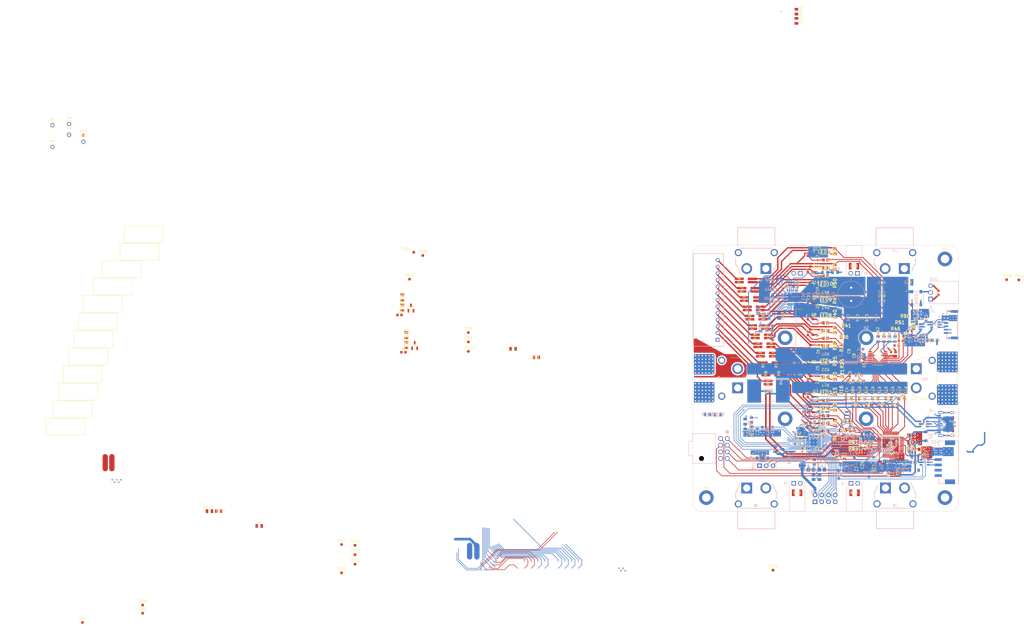
<source format=kicad_pcb>
(kicad_pcb (version 20221018) (generator pcbnew)
  (layers (0 "F.Cu" signal) (1 "In1.Cu" power) (2 "In2.Cu" power) (3 "In3.Cu" mixed) (4 "In4.Cu" power) (31 "B.Cu" signal) (34 "B.Paste" user) (35 "F.Paste" user) (36 "B.SilkS" user "B.Silkscreen") (37 "F.SilkS" user "F.Silkscreen") (38 "B.Mask" user) (39 "F.Mask" user) (44 "Edge.Cuts" user))
  (net 0 "")
  (net 1 "GND")
  (net 2 "Net-(U2-BAT)")
  (net 3 "+3V3")
  (net 4 "+1V1")
  (net 5 "+BATT")
  (net 6 "Net-(U2-SRP)")
  (net 7 "Net-(U2-SRN)")
  (net 8 "Net-(U2-REG18)")
  (net 9 "/Microcontroller/XIN")
  (net 10 "+5V")
  (net 11 "Net-(Q13-S)")
  (net 12 "Net-(D1-Pad1)")
  (net 13 "/Microcontroller/VBUS")
  (net 14 "Net-(Q2-E)")
  (net 15 "Net-(Q3-E)")
  (net 16 "Net-(Q4-E)")
  (net 17 "Net-(Q5-E)")
  (net 18 "Net-(Q6-E)")
  (net 19 "Net-(Q7-E)")
  (net 20 "Net-(Q8-E)")
  (net 21 "Net-(Q9-E)")
  (net 22 "Net-(Q10-E)")
  (net 23 "Net-(Q11-E)")
  (net 24 "Net-(Q12-E)")
  (net 25 "/Microcontroller/USB_D+")
  (net 26 "/Microcontroller/USB_D-")
  (net 27 "/Microcontroller/SWCLK")
  (net 28 "/Microcontroller/SWD")
  (net 29 "/Battery Stack Monitor/SPI_TX")
  (net 30 "/Battery Stack Monitor/SPI_CS")
  (net 31 "/Battery Stack Monitor/SPI_SCLK")
  (net 32 "Net-(J1-Pad13)")
  (net 33 "Net-(LED1-K)")
  (net 34 "Net-(LED1-A)")
  (net 35 "Net-(LED2-K)")
  (net 36 "Net-(LED2-A)")
  (net 37 "Net-(LED3-K)")
  (net 38 "Net-(LED3-A)")
  (net 39 "Net-(LED4-K)")
  (net 40 "Net-(LED4-A)")
  (net 41 "Net-(LED5-K)")
  (net 42 "Net-(LED5-A)")
  (net 43 "Net-(LED6-K)")
  (net 44 "Net-(LED6-A)")
  (net 45 "Net-(LED7-K)")
  (net 46 "Net-(LED7-A)")
  (net 47 "Net-(LED8-K)")
  (net 48 "Net-(LED8-A)")
  (net 49 "Net-(LED9-K)")
  (net 50 "Net-(LED9-A)")
  (net 51 "Net-(LED10-K)")
  (net 52 "Net-(LED10-A)")
  (net 53 "Net-(LED11-K)")
  (net 54 "Net-(LED11-A)")
  (net 55 "Net-(LED12-K)")
  (net 56 "Net-(LED12-A)")
  (net 57 "Net-(LED13-A)")
  (net 58 "Net-(J3-CC1_A)")
  (net 59 "/Battery Stack Monitor/C12")
  (net 60 "/Battery Stack Monitor/C11")
  (net 61 "/Battery Stack Monitor/C10")
  (net 62 "/Battery Stack Monitor/C9")
  (net 63 "/Battery Stack Monitor/C8")
  (net 64 "/Battery Stack Monitor/C7")
  (net 65 "/Battery Stack Monitor/C6")
  (net 66 "/Battery Stack Monitor/C5")
  (net 67 "/Battery Stack Monitor/C4")
  (net 68 "/Battery Stack Monitor/C3")
  (net 69 "/Battery Stack Monitor/C2")
  (net 70 "/Battery Stack Monitor/C1")
  (net 71 "/Battery Stack Monitor/C0")
  (net 72 "/Battery Stack Monitor/SPI_RX")
  (net 73 "Net-(U7-VOUT)")
  (net 74 "Net-(U9-VDD)")
  (net 75 "/Battery Stack Monitor/ALERT")
  (net 77 "Net-(J3-CC1_B)")
  (net 79 "/Battery Stack Monitor/RST_SHUT")
  (net 80 "Net-(LED14-A)")
  (net 81 "/External Connections and Sensing/RGB_DIN")
  (net 82 "Net-(U8-VDD)")
  (net 83 "/Microcontroller/GPIO12")
  (net 84 "/Microcontroller/GPIO13")
  (net 85 "/Microcontroller/GPIO14")
  (net 86 "/Microcontroller/GPIO15")
  (net 87 "/External Connections and Sensing/TEMP_CORE")
  (net 88 "/Microcontroller/GPIO28_ADC2")
  (net 89 "/Microcontroller/GPIO25")
  (net 90 "/Microcontroller/GPIO24")
  (net 91 "/Microcontroller/GPIO23")
  (net 92 "/Microcontroller/GPIO22")
  (net 93 "/Microcontroller/GPIO11")
  (net 94 "/Microcontroller/GPIO10")
  (net 95 "/Microcontroller/GPIO29_ADC3")
  (net 96 "/Microcontroller/GPIO7")
  (net 97 "/Microcontroller/GPIO17")
  (net 98 "/Microcontroller/GPIO16")
  (net 99 "/Microcontroller/RUN")
  (net 100 "/Battery Stack Monitor/-BATT")
  (net 101 "Net-(Q2-B)")
  (net 102 "Net-(Q3-B)")
  (net 103 "Net-(Q4-B)")
  (net 104 "Net-(Q5-B)")
  (net 105 "Net-(Q6-B)")
  (net 106 "Net-(Q7-B)")
  (net 107 "Net-(Q8-B)")
  (net 108 "Net-(Q9-B)")
  (net 109 "Net-(Q10-B)")
  (net 110 "Net-(Q11-B)")
  (net 111 "Net-(Q12-B)")
  (net 112 "Net-(C36-Pad2)")
  (net 113 "Net-(C40-Pad2)")
  (net 114 "Net-(C41-Pad1)")
  (net 115 "Net-(C43-Pad1)")
  (net 116 "Net-(C61-Pad2)")
  (net 117 "Net-(U2-VC11)")
  (net 118 "Net-(U2-VC10)")
  (net 119 "Net-(U2-VC9)")
  (net 120 "Net-(U2-VC8)")
  (net 121 "Net-(U2-VC7)")
  (net 122 "Net-(U2-VC6)")
  (net 123 "Net-(U2-VC5)")
  (net 124 "Net-(U2-VC4)")
  (net 125 "Net-(U2-VC3)")
  (net 126 "Net-(U2-PACK)")
  (net 127 "/Microcontroller/XOUT")
  (net 128 "/Microcontroller/~{USB_BOOT}")
  (net 129 "/Microcontroller/QSPI_SS")
  (net 130 "Net-(C85-Pad2)")
  (net 131 "Net-(U1-EN)")
  (net 132 "Net-(U1-A0)")
  (net 133 "Net-(U1-D)")
  (net 134 "Net-(U2-VC16)")
  (net 135 "Net-(U1-A1)")
  (net 142 "/Microcontroller/QSPI_SD1")
  (net 143 "/Microcontroller/QSPI_SD2")
  (net 144 "/Microcontroller/QSPI_SD0")
  (net 145 "/Microcontroller/QSPI_SCLK")
  (net 146 "/Microcontroller/QSPI_SD3")
  (net 147 "/External Connections and Sensing/RGB_DOUT")
  (net 148 "Net-(Q1-B)")
  (net 149 "/External Connections and Sensing/PIX_CLK")
  (net 150 "/External Connections and Sensing/PIX_DAT")
  (net 151 "/External Connections and Sensing/DAC_DAT")
  (net 152 "/External Connections and Sensing/DAC_CLK")
  (net 153 "/External Connections and Sensing/TEMP_ESC")
  (net 154 "Net-(J3-D+_A)")
  (net 155 "Net-(J3-D-_A)")
  (net 156 "/5V Regulator/PGOOD")
  (net 165 "Net-(LED15-A)")
  (net 166 "/Battery Stack Monitor/THERM1")
  (net 167 "/Battery Stack Monitor/THERM2")
  (net 168 "/Battery Stack Monitor/THERM3")
  (net 169 "/Battery Stack Monitor/THERM4")
  (net 170 "/Battery Stack Monitor/THERM5")
  (net 171 "/Battery Stack Monitor/THERM6")
  (net 172 "Net-(U3-VDD)")
  (net 173 "Net-(U3-SS)")
  (net 174 "Net-(U3-VDRV)")
  (net 175 "Net-(U3-VSNS)")
  (net 176 "Net-(U1-A2)")
  (net 177 "Net-(U3-PHASE)")
  (net 178 "Net-(CR3-Pad3)")
  (net 183 "Net-(U3-SW)")
  (net 184 "Net-(U3-EN)")
  (net 185 "Net-(R97-Pad1)")
  (net 186 "Net-(U3-COMP)")
  (net 187 "Net-(R101-Pad2)")
  (net 188 "Net-(U3-ILIMIT)")
  (net 189 "Net-(U3-ULTRASONIC)")
  (net 190 "Net-(U3-MODE)")
  (net 191 "Net-(U3-FSW)")
  (net 192 "Net-(U3-BOOT)")
  (net 193 "Net-(U3-VFB)")
  (net 194 "Net-(U6-USB_DP)")
  (net 195 "Net-(U6-USB_DM)")
  (net 197 "Net-(CR3-Pad1)")
  (net 198 "Net-(CR2-Pad1)")
  (net 199 "Net-(CR2-Pad3)")
  (net 200 "/Microcontroller/GPIO27_ADC1")
  (net 201 "/Microcontroller/GPIO6")
  (net 202 "Net-(R134-Pad2)")
  (net 203 "Net-(R133-Pad2)")
  (footprint "FixedWing:RESC2012X50N" (layer "F.Cu") (at 343.4 112.4 90)
    (fp_text reference "R1")
    (fp_text value "100" hide)
  )
  (footprint "MountingHole:MountingHole_3.2mm_M3_ISO14580_Pad" (layer "F.Cu") (at 355.25 105.25)
    (fp_text reference "H4")
    (fp_text value "MountingHole_Pad")
  )
  (footprint "FixedWing:CAPC1608X90N" (layer "F.Cu") (at 179.629998 66.2)
    (fp_text reference "C90")
    (fp_text value "1µ")
  )
  (footprint "FixedWing:RES_CRCW_0805_VIS" (layer "F.Cu") (at 352.6 94.4713 -90)
    (fp_text reference "R79")
    (fp_text value "0")
  )
  (footprint "FixedWing:KOA_Speer-RK73H2A-0-0-MFG" (layer "F.Cu") (at 375.85 119.16)
    (fp_text reference "R92")
    (fp_text value "10k" hide)
  )
  (footprint "FixedWing:RES_CRCW_0805_VIS" (layer "F.Cu") (at 366.1713 99.9713)
    (fp_text reference "R83")
    (fp_text value "0")
  )
  (footprint "FixedWing:KEYSTONE_5261" (layer "F.Cu") (at 60.7 0.98)
    (fp_text reference "TP17")
    (fp_text value "5261")
  )
  (footprint "FixedWing:RESC2012X50N" (layer "F.Cu") (at 366.3 71.4)
    (fp_text reference "R46")
    (fp_text value "100" hide)
  )
  (footprint "FixedWing:RESC2012X50N" (layer "F.Cu") (at 343.5018 77.7 90)
    (fp_text reference "R30")
    (fp_text value "475" hide)
  )
  (footprint "FixedWing:RESC2012X50N" (layer "F.Cu") (at 346.5 109.6)
    (fp_text reference "R6")
    (fp_text value "100" hide)
  )
  (footprint "FixedWing:RES_R1632_ROM" (layer "F.Cu") (at 311.5 67.1721 90)
    (fp_text reference "R38")
    (fp_text value "15")
  )
  (footprint "FixedWing:BZT52C5V6T7" (layer "F.Cu") (at 336.9509 97.9 90)
    (fp_text reference "Z3")
    (fp_text value "BZT52C5V6T-7" hide)
  )
  (footprint "FixedWing:RC0805N_YAG" (layer "F.Cu") (at 339.9509 69.2 180)
    (fp_text reference "R37")
    (fp_text value "27")
  )
  (footprint "FixedWing:QFP50P900X900X120-48N" (layer "F.Cu") (at 364.45 114.962 -90)
    (fp_text reference "U2")
    (fp_text value "BQ7697204PFBR" hide)
  )
  (footprint "TestPoint:TestPoint_Pad_D1.0mm" (layer "F.Cu") (at 60.6 -1.45)
    (fp_text reference "TP3")
    (fp_text value "~")
  )
  (footprint "FixedWing:G-21_MUR" (layer "F.Cu") (at 364.2271 126 180)
    (fp_text reference "C28")
    (fp_text value "3.9n")
  )
  (footprint "FixedWing:RESC2012X50N" (layer "F.Cu") (at 350.4 116.5 180)
    (fp_text reference "R94")
    (fp_text value "100" hide)
  )
  (footprint "FixedWing:G-32_MUR" (layer "F.Cu") (at 352.0112 67.2776 -90)
    (fp_text reference "C54")
    (fp_text value "47µ")
  )
  (footprint "FixedWing:RESC2012X50N" (layer "F.Cu") (at 373 69.5 -90)
    (fp_text reference "R61")
    (fp_text value "100" hide)
  )
  (footprint "FixedWing:G-32_MUR" (layer "F.Cu") (at 355.5 67.2776 -90)
    (fp_text reference "C51")
    (fp_text value "47µ")
  )
  (footprint "FixedWing:XT60PWM_Pad" (layer "F.Cu") (at 306.9 90 90)
    (fp_text reference "J6")
    (fp_text value "XT60PW-M" hide)
  )
  (footprint "FixedWing:RES_CRCW_0805_VIS" (layer "F.Cu") (at 349.3713 91.2 180)
    (fp_text reference "R71")
    (fp_text value "0")
  )
  (footprint "FixedWing:RES_R1632_ROM" (layer "F.Cu") (at 307.5 53.2 90)
    (fp_text reference "R58")
    (fp_text value "15")
  )
  (footprint "FixedWing:RES_R1632_ROM" (layer "F.Cu") (at 321.4 84.7 90)
    (fp_text reference "R14")
    (fp_text value "15")
  )
  (footprint "TestPoint:TestPoint_Pad_D1.0mm" (layer "F.Cu") (at 205.5565 76.331)
    (fp_text reference "TP9")
    (fp_text value "~")
  )
  (footprint "TestPoint:TestPoint_Pad_D1.0mm" (layer "F.Cu") (at 205.5565 72.781)
    (fp_text reference "TP8")
    (fp_text value "~")
  )
  (footprint "FixedWing:LED_LTST-C170KGKT_LTO" (layer "F.Cu") (at 111.6271 140 180)
    (fp_text reference "LED14")
    (fp_text value "LTST-C170KGKT")
  )
  (footprint "FixedWing:RES_R1632_ROM" (layer "F.Cu") (at 317.4 70.7279 90)
    (fp_text reference "R34")
    (fp_text value "15")
  )
  (footprint "FixedWing:SOT95P240X105-3N" (layer "F.Cu") (at 334.2018 101.8 90)
    (fp_text reference "Q2")
    (fp_text value "DNBT8105-7")
  )
  (footprint "FixedWing:G-21_MUR" (layer "F.Cu") (at 358 123.8729 -90)
    (fp_text reference "C26")
    (fp_text value "3.9n")
  )
  (footprint "FixedWing:LEDC2012X120N" (layer "F.Cu") (at 340 95.4)
    (fp_text reference "LED3")
    (fp_text value "LTST-C170KRKT" hide)
  )
  (footprint "FixedWing:CAP_GCJ-18_MUR" (layer "F.Cu") (at 346.4 112.6 90)
    (fp_text reference "C1")
    (fp_text value "0.1µ")
  )
  (footprint "FixedWing:RES_R1632_ROM" (layer "F.Cu") (at 314.5 77.6 -90)
    (fp_text reference "R23")
    (fp_text value "15")
  )
  (footprint "FixedWing:RESC2012X60N" (layer "F.Cu") (at 386.9 105 180)
    (fp_text reference "R113")
    (fp_text value "5.1k")
  )
  (footprint "FixedWing:RES_CRCW_0805_VIS" (layer "F.Cu") (at 352.4287 88.7 180)
    (fp_text reference "R65")
    (fp_text value "0")
  )
  (footprint "FixedWing:CAP_GCJ-18_MUR" (layer "F.Cu") (at 329.712 112.575 180)
    (fp_text reference "C70")
    (fp_text value "0.1µ")
  )
  (footprint "FixedWing:RES_R1632_ROM" (layer "F.Cu") (at 315.4 63.7 90)
    (fp_text reference "R44")
    (fp_text value "15")
  )
  (footprint "FixedWing:RESC2012X50N" (layer "F.Cu") (at 343.5018 95.2 90)
    (fp_text reference "R15")
    (fp_text value "475" hide)
  )
  (footprint "FixedWing:D_SOD-123" (layer "F.Cu") (at 376.8 116.76)
    (fp_text reference "D1")
    (fp_text value "100V")
  )
  (footprint "FixedWing:RESC2012X50N" (layer "F.Cu") (at 367.9 69)
    (fp_text reference "R51")
    (fp_text value "100" hide)
  )
  (footprint "FixedWing:G-21_MUR" (layer "F.Cu") (at 344.2 118.7271 -90)
    (fp_text reference "C23")
    (fp_text value "3.9n")
  )
  (footprint "FixedWing:RES_CRCW_0805_VIS" (layer "F.Cu") (at 351.2287 99.9713)
    (fp_text reference "R89")
    (fp_text value "0")
  )
  (footprint "MountingHole:MountingHole_3.2mm_M3_ISO14580_Pad" (layer "F.Cu") (at 384.9 45.1)
    (fp_text reference "H5")
    (fp_text value "MountingHole_Pad")
  )
  (footprint "FixedWing:LEDC2012X120N" (layer "F.Cu") (at 340 101.2)
    (fp_text reference "LED2")
    (fp_text value "LTST-C170KRKT" hide)
  )
  (footprint "FixedWing:RESC2012X50N" (layer "F.Cu") (at 343.5018 71.851 90)
    (fp_text reference "R35")
    (fp_text value "475" hide)
  )
  (footprint "FixedWing:LED_LTST-C170KGKT_LTO" (layer "F.Cu") (at 231.1014 82.1293)
    (fp_text reference "LED13")
    (fp_text value "LTST-C170KGKT")
  )
  (footprint "FixedWing:CAP_GCJ-18_MUR" (layer "F.Cu") (at 349.1 88.1745 90)
    (fp_text reference "C5")
    (fp_text value "0.1µ")
  )
  (footprint "FixedWing:RES_CRCW_0805_VIS" (layer "F.Cu") (at 355.1 94.4713 -90)
    (fp_text reference "R78")
    (fp_text value "0")
  )
  (footprint "FixedWing:CAP_GCJ-18_MUR" (layer "F.Cu") (at 354.5 85 90)
    (fp_text reference "C6")
    (fp_text value "0.1µ")
  )
  (footprint "FixedWing:RESC2012X50N" (layer "F.Cu") (at 347.8 70.2)
    (fp_text reference "R41")
    (fp_text value "100" hide)
  )
  (footprint "FixedWing:CAPC2012X145N" (layer "F.Cu") (at 360.4 122.4 -90)
    (fp_text reference "C22")
    (fp_text value "4.7µ")
  )
  (footprint "FixedWing:BZT52C5V6T7" (layer "F.Cu") (at 336.9509 103.7 90)
    (fp_text reference "Z2")
    (fp_text value "BZT52C5V6T-7" hide)
  )
  (footprint "FixedWing:G-21_MUR" (layer "F.Cu") (at 353.8 122.6729 90)
    (fp_text reference "C25")
    (fp_text value "3.9n")
  )
  (footprint "FixedWing:RESC2012X50N" (layer "F.Cu") (at 343.5018 101 90)
    (fp_text reference "R10")
    (fp_text value "475" hide)
  )
  (footprint "TestPoint:TestPoint_Pad_D1.0mm" (layer "F.Cu") (at 162.9 156.4)
    (fp_text reference "TP15")
    (fp_text value "~")
  )
  (footprint "FixedWing:RC0805N_YAG" (layer "F.Cu") (at 339.9509 109.925 180)
    (fp_text reference "R2")
    (fp_text value "27")
  )
  (footprint "FixedWing:RES_R1632_ROM" (layer "F.Cu") (at 313.5 74.2279 90)
    (fp_text reference "R28")
    (fp_text value "15")
  )
  (footprint "FixedWing:CAP_GCJ-18_MUR" (layer "F.Cu") (at 352.6 83.2255 90)
    (fp_text reference "C7")
    (fp_text value "0.1µ")
  )
  (footprint "FixedWing:KEYSTONE_5261" (layer "F.Cu") (at 55.3 -5.7)
    (fp_text reference "TP5")
    (fp_text value "5261")
  )
  (footprint "FixedWing:LEDC2012X120N" (layer "F.Cu") (at 340 66.351)
    (fp_text reference "LED8")
    (fp_text value "LTST-C170KRKT" hide)
  )
  (footprint "FixedWing:RES_CRCW_0805_VIS" (layer "F.Cu") (at 368.6713 97.5713)
    (fp_text reference "R82")
    (fp_text value "0")
  )
  (footprint "FixedWing:RESC2012X50N" (layer "F.Cu") (at 369.9 66.6)
    (fp_text reference "R56")
    (fp_text value "100" hide)
  )
  (footprint "TestPoint:TestPoint_Pad_D1.0mm" (layer "F.Cu") (at 157.8258 152.5513)
    (fp_text reference "TP11")
    (fp_text value "~")
  )
  (footprint "FixedWing:RC0805N_YAG" (layer "F.Cu") (at 339.9509 75 180)
    (fp_text reference "R32")
    (fp_text value "27")
  )
  (footprint "FixedWing:LEDC2012X120N" (layer "F.Cu") (at 340 42.4)
    (fp_text reference "LED12")
    (fp_text value "LTST-C170KRKT" hide)
  )
  (footprint "FixedWing:RESC2012X60N" (layer "F.Cu") (at 386.9 109.6 180)
    (fp_text reference "R112")
    (fp_text value "5.1k")
  )
  (footprint "FixedWing:RES_CRCW_0805_VIS" (layer "F.Cu") (at 353.6713 97.5713)
    (fp_text reference "R88")
    (fp_text value "0")
  )
  (footprint "FixedWing:BZT52C5V6T7" (layer "F.Cu") (at 336.9509 109.525 90)
    (fp_text reference "Z1")
    (fp_text value "BZT52C5V6T-7" hide)
  )
  (footprint "FixedWing:RES_CRCW_0805_VIS" (layer "F.Cu") (at 362.6 94.4713 -90)
    (fp_text reference "R75")
    (fp_text value "0")
  )
  (footprint "FixedWing:RESC2012X50N" (layer "F.Cu") (at 346 78.3 90)
    (fp_text reference "R31")
    (fp_text value "100" hide)
  )
  (footprint "FixedWing:RESC2012X50N" (layer "F.Cu") (at 343.5018 54.251 90)
    (fp_text reference "R50")
    (fp_text value "475" hide)
  )
  (footprint "FixedWing:RC0805N_YAG" (layer "F.Cu") (at 339.9509 104.1 180)
    (fp_text reference "R7")
    (fp_text value "27")
  )
  (footprint "FixedWing:G-32_MUR" (layer "F.Cu") (at 329.25 133.1 180)
    (fp_text reference "C45")
    (fp_text value "47µ")
  )
  (footprint "FixedWing:RES_CRCW_0805_VIS" (layer "F.Cu") (at 357.6 94.4713 -90)
    (fp_text reference "R77")
    (fp_text value "0")
  )
  (footprint "FixedWing:RES_R1632_ROM" (layer "F.Cu") (at 308.5 56.7 90)
    (fp_text reference "R53")
    (fp_text value "15")
  )
  (footprint "TestPoint:TestPoint_Pad_D1.0mm" (layer "F.Cu") (at 412.7 53)
    (fp_text reference "TP33")
    (fp_text value "~")
  )
  (footprint "FixedWing:SOT95P240X105-3N" (layer "F.Cu") (at 334.2018 107.725 90)
    (fp_text reference "Q1")
    (fp_text value "DNBT8105-7")
  )
  (footprint "FixedWing:RES_R1632_ROM" (layer "F.Cu") (at 312.5 70.7279 90)
    (fp_text reference "R33")
    (fp_text value "15")
  )
  (footprint "FixedWing:G-21_MUR" (layer "F.Cu") (at 351.5 124.5729 -90)
    (fp_text reference "C27")
    (fp_text value "3.9n")
  )
  (footprint "MountingHole:MountingHole_3.2mm_M3_ISO14580_Pad" (layer "F.Cu") (at 324.75 74.75)
    (fp_text reference "H1")
    (fp_text value "MountingHole_Pad")
  )
  (footprint "FixedWing:KOA_Speer-RK73H2A-0-0-MFG" (layer "F.Cu") (at 359.8 75.261 90)
    (fp_text reference "R62")
    (fp_text value "10k" hide)
  )
  (footprint "FixedWing:CAP_GCJ-18_MUR" (layer "F.Cu") (at 355 115.3255 -90)
    (fp_text reference "C19")
    (fp_text value "0.1µ")
  )
  (footprint "FixedWing:LEDC2012X120N" (layer "F.Cu") (at 340 72.151)
    (fp_text reference "LED7")
    (fp_text value "LTST-C170KRKT" hide)
  )
  (footprint "FixedWing:RES_CRCW_0805_VIS" (layer "F.Cu") (at 350.1 94.4713 -90)
    (fp_text reference "R80")
    (fp_text value "0")
  )
  (footprint "FixedWing:G-32_MUR" (layer "F.Cu") (at 350.6776 47.8)
    (fp_text reference "C53")
    (fp_text value "47µ")
  )
  (footprint "TestPoint:TestPoint_Pad_D1.0mm" (layer "F.Cu") (at 162.9 152.85)
    (fp_text reference "TP14")
    (fp_text value "~")
  )
  (footprint "FixedWing:LEDC2012X120N" (layer "F.Cu") (at 340.0018 107.025)
    (fp_text reference "LED1")
    (fp_text value "LTST-C170KRKT" hide)
  )
  (footprint "FixedWing:LEDC2012X120N" (layer "F.Cu") (at 340 60.451)
    (fp_text reference "LED9")
    (fp_text value "LTST-C170KRKT" hide)
  )
  (footprint "MountingHole:MountingHole_3.2mm_M3_ISO14580_Pad" (layer "F.Cu") (at 355.25 74.75)
    (fp_text reference "H2")
    (fp_text value "MountingHole_Pad")
  )
  (footprint "FixedWing:RES_R1632_ROM" (layer "F.Cu") (at 318.5 74.2279 90)
    (fp_text reference "R29")
    (fp_text value "15")
  )
  (footprint "FixedWing:SOT95P240X105-3N" (layer "F.Cu") (at 334.2018 48.951 90)
    (fp_text reference "Q11")
    (fp_text value "DNBT8105-7")
  )
  (footprint "FixedWing:RC0805N_YAG" (layer "F.Cu") (at 339.9509 92.5 180)
    (fp_text reference "R17")
    (fp_text value "27")
  )
  (footprint "FixedWing:RESC2012X50N" (layer "F.Cu") (at 343.5018 60.251 90)
    (fp_text reference "R45")
    (fp_text value "475" hide)
  )
  (footprint "FixedWing:RES_CRCW_0805_VIS" (layer "F.Cu") (at 361.2713 99.9713)
    (fp_text reference "R85")
    (fp_text value "0")
  )
  (footprint "FixedWing:RESC2012X50N" (layer "F.Cu") (at 372.2 116.6 180)
    (fp_text reference "R81")
    (fp_text value "100" hide)
  )
  (footprint "FixedWing:RES_R1632_ROM" (layer "F.Cu") (at 316.5 84.7 90)
    (fp_text reference "R13")
    (fp_text value "15")
  )
  (footprint "FixedWing:CAP_GCJ-18_MUR" (layer "F.Cu") (at 349.3 109.0745 90)
    (fp_text reference "C3")
    (fp_text value "0.1µ")
  )
  (footprint "MountingHole:MountingHole_3.2mm_M3_ISO14580_Pad" (layer "F.Cu") (at 384.9 134.9)
    (fp_text reference "H7")
    (fp_text value "MountingHole_Pad")
  )
  (footprint "FixedWing:CAP_GCJ-18_MUR" (layer "F.Cu") (at 332.112 116.375)
    (fp_text reference "C67")
    (fp_text value "0.1µ")
  )
  (footprint "FixedWing:SOT-23_MC_MCH" (layer "F.Cu") (at 183.949999 63.5848)
    (fp_text reference "U9")
    (fp_text value "MCP9700AT-E/TT")
  )
  (footprint "FixedWing:RESC2012X50N" (layer "F.Cu") (at 343.5018 89.4 90)
    (fp_text reference "R20")
    (fp_text value "475" hide)
  )
  (footprint "FixedWing:RES_R1632_ROM" (layer "F.Cu") (at 310.5 63.7 90)
    (fp_text reference "R43")
    (fp_text value "15")
  )
  (footprint "MountingHole:MountingHole_3.2mm_M3_ISO14580_Pad" (layer "F.Cu") (at 295.1 134.9)
    (fp_text reference "H6")
    (fp_text value "MountingHole_Pad")
  )
  (footprint "FixedWing:RC0805N_YAG" (layer "F.Cu") (at 339.9509 45.5 180)
    (fp_text reference "R57")
    (fp_text value "27")
  )
  (footprint "FixedWing:RESC2012X50N" (layer "F.Cu") (at 346.8 74.5)
    (fp_text reference "R36")
    (fp_text value "100" hide)
  )
  (footprint "FixedWing:RES_CRCW_0805_VIS" (layer "F.Cu") (at 358.6713 97.5713)
    (fp_text reference "R86")
    (fp_text value "0")
  )
  (footprint "FixedWing:SOT95P240X105-3N" (layer "F.Cu") (at 334.2018 96 90)
    (fp_text reference "Q3")
    (fp_text value "DNBT8105-7")
  )
  (footprint "FixedWing:CAP_GCJ-18_MUR" (layer "F.Cu") (at 370 74.1)
    (fp_text reference "C12")
    (fp_text value "0.1µ")
  )
  (footprint "FixedWing:CAPC1608X90N" (layer "F.Cu") (at 366.3 80.9555 -90)
    (fp_text reference "C14")
    (fp_text value "1µ")
  )
  (footprint "FixedWing:RESC2012X50N" (layer "F.Cu") (at 346.2 84.5 90)
    (fp_text reference "R26")
    (fp_text value "100" hide)
  )
  (footprint "FixedWing:RC0805N_YAG" (layer "F.Cu") (at 339.9509 57.5 180)
    (fp_text reference "R47")
    (fp_text value "27")
  )
  (footprint "FixedWing:TSSOP16-PW_TEX" (layer "F.Cu") (at 359.65275 82.325001)
    (fp_text reference "U1")
    (fp_text value "TMUX7208PWR")
  )
  (footprint "FixedWing:RESC2012X50N" (layer "F.Cu") (at 180.699998 59.6 -90)
    (fp_text reference "R134")
    (fp_text value "100" hide)
  )
  (footprint "TestPoint:TestPoint_Pad_D1.0mm" (layer "F.Cu") (at 183.4 52.7)
    (fp_text reference "TP25")
    (fp_text value "~")
  )
  (footprint "FixedWing:RC0805N_YAG" (layer "F.Cu") (at 339.9509 98.3 180)
    (fp_text reference "R12")
    (fp_text value "27")
  )
  (footprint "FixedWing:SOT95P240X105-3N" (layer "F.Cu") (at 334.2018 84.4 90)
    (fp_text reference "Q5")
    (fp_text value "DNBT8105-7")
  )
  (footprint "FixedWing:CAP_GCJ-18_MUR" (layer "F.Cu") (at 366.7 77.7)
    (fp_text reference "C10")
    (fp_text value "0.1µ")
  )
  (footprint "FixedWing:RESC2012X60N" (layer "F.Cu") (at 108.145 140)
    (fp_text reference "R115")
    (fp_text value "5.1k")
  )
  (footprint "TestPoint:TestPoint_Pad_D1.0mm" (layer "F.Cu") (at 188.4 43.8)
    (fp_text reference "TP29")
    (fp_text value "~")
  )
  (footprint "FixedWing:CAP_GCJ-18_MUR" (layer "F.Cu") (at 368.3 75.9)
    (fp_text reference "C11")
    (fp_text value "0.1µ")
  )
  (footprint "FixedWing:SOT95P240X105-3N" (layer "F.Cu") (at 334.2018 60.951 90)
    (fp_text reference "Q9")
    (fp_text value "DNBT8105-7")
  )
  (footprint "FixedWing:SOT95P240X105-3N" (layer "F.Cu") (at 334.2018 66.751 90)
    (fp_text reference "Q8")
    (fp_text value "DNBT8105-7")
  )
  (footprint "TestPoint:TestPoint_Pad_D1.0mm" (layer "F.Cu") (at 157.8258 163.2013)
    (fp_text reference "TP12")
    (fp_text value "~")
  )
  (footprint "FixedWing:CAPC1608X90N" (layer "F.Cu") (at 181.129998 80.2)
    (fp_text reference "C89")
    (fp_text value "1µ")
  )
  (footprint "FixedWing:RC0805N_YAG" (layer "F.Cu") (at 339.9509 86.7 180)
    (fp_text reference "R22")
    (fp_text value "27")
  )
  (footprint "FixedWing:RES_R1632_ROM" (layer "F.Cu") (at 316.4 67.1721 90)
    (fp_text reference "R39")
    (fp_text value "15")
  )
  (footprint "FixedWing:LEDC2012X120N" (layer "F.Cu") (at 340.0018 83.7)
    (fp_text reference "LED5")
    (fp_text value "LTST-C170KRKT" hide)
  )
  (footprint "FixedWing:RES_CRCW_0805_VIS" (layer "F.Cu") (at 348.6713 97.5713)
    (fp_text reference "R90")
    (fp_text value "0")
  )
  (footprint "FixedWing:RESC2012X50N" (layer "F.Cu") (at 343.5018 65.951 90)
    (fp_text reference "R40")
    (fp_text value "475" hide)
  )
  (footprint "FixedWing:RESC2012X50N" (layer "F.Cu") (at 348.2 106)
    (fp_text reference "R11")
    (fp_text value "100" hide)
  )
  (footprint "FixedWing:RES_R1632_ROM" (layer "F.Cu") (at 320.3721 81.1 90)
    (fp_text reference "R19")
    (fp_text value "15")
  )
  (footprint "FixedWing:LEDC2012X120N" (layer "F.Cu") (at 339.9018 54.451)
    (fp_text reference "LED10")
    (fp_text value "LTST-C170KRKT" hide)
  )
  (footprint "FixedWing:RES_R1632_ROM" (layer "F.Cu") (at 315.4721 81.1 90)
    (fp_text reference "R18")
    (fp_text value "15")
  )
  (footprint "FixedWing:BZT52C5V6T7" (layer "F.Cu") (at 336.9509 62.951 90)
    (fp_text reference "Z9")
    (fp_text value "BZT52C5V6T-7" hide)
  )
  (footprint "FixedWing:CAP_GCJ-18_MUR" (layer "F.Cu") (at 353.2 113.7745 90)
    (fp_text reference "C18")
    (fp_text value "0.1µ")
  )
  (footprint "FixedWing:RES_R1632_ROM" (layer "F.Cu") (at 322.4 88.2 90)
    (fp_text reference "R9")
    (fp_text value "15")
  )
  (footprint "TestPoint:TestPoint_Pad_D1.0mm" (layer "F.Cu") (at 60.335 181.8979)
    (fp_text reference "TP4")
    (fp_text value "~")
  )
  (footprint "FixedWing:CAP_GCJ-18_MUR" (layer "F.Cu") (at 382.4 57.8 -90)
    (fp_text reference "C82")
    (fp_text value "0.1µ")
  )
  (footprint "MountingHole:MountingHole_3.2mm_M3_ISO14580_Pad" (layer "F.Cu") (at 324.75 105.25)
    (fp_text reference "H3")
    (fp_text value "MountingHole_Pad")
  )
  (footprint "TestPoint:TestPoint_Pad_D1.0mm" (layer "F.Cu") (at 408.1 52.9)
    (fp_text reference "TP28")
    (fp_text value "~")
  )
  (footprint "FixedWing:CAPC220145_88N_KEM" (layer "F.Cu") (at 357.1 115.202799 90)
    (fp_text reference "C20")
    (fp_text value "100p")
  )
  (footprint "FixedWing:KOA_Speer-RK73H2A-0-0-MFG" (layer "F.Cu") (at 361.8945 75.2555 90)
    (fp_text reference "R67")
    (fp_text value "10k" hide)
  )
  (footprint "FixedWing:RES_R1632_ROM" (layer "F.Cu") (at 318.3776 91.625757 90)
    (fp_text reference "R3")
    (fp_text value "15")
  )
  (footprint "FixedWing:SOT95P240X105-3N" (layer "F.Cu") (at 334.2018 78.5 90)
    (fp_text reference "Q6")
    (fp_text value "DNBT8105-7")
  )
  (footprint "Connector_PinHeader_2.54mm:PinHeader_2x04_P2.54mm_Vertical" (layer "F.Cu") (at 336 136.475 90)
    (fp_text reference "J4")
    (fp_text value "Conn_02x04_Odd_Even")
  )
  (footprint "FixedWing:CAP_GCJ-18_MUR" (layer "F.Cu") (at 348.8 79.8 90)
    (fp_text reference "C9")
    (fp_text value "0.1µ")
  )
  (footprint "FixedWing:RESC2012X50N" (layer "F.Cu") (at 343.5018 42.2 90)
    (fp_text reference "R60")
    (fp_text value "475" hide)
  )
  (footprint "FixedWing:KEYSTONE_5261" (layer "F.Cu") (at 49.01 2.9487)
    (fp_text reference "TP6")
    (fp_text value "5261")
  )
  (footprint "FixedWing:RESC2012X60N" (layer "F.Cu") (at 126.845 145.5687)
    (fp_text reference "R100")
    (fp_text value "93.1k")
  )
  (footprint "FixedWing:KEYSTONE_5261" (layer "F.Cu") (at 49.01 -5.2313)
    (fp_text reference "TP7")
    (fp_text value "5261")
  )
  (footprint "Resistor_SMD:R_0805_2012Metric" (layer "F.Cu") (at 329.0032 -47.964 -90)
    (fp_text reference "R110")
    (fp_text value "R")
  )
  (footprint "FixedWing:SOT95P240X105-3N" (layer "F.Cu") (at 334.2018 90.2 90)
    (fp_text reference "Q4")
    (fp_text value "DNBT8105-7")
  )
  (footprint "FixedWing:RESC2012X50N" (layer "F.Cu") (at 343.5018 48.251 90)
    (fp_text reference "R55")
    (fp_text value "475" hide)
  )
  (footprint "FixedWing:RC0805N_YAG" (layer "F.Cu") (at 339.9509 63.4 180)
    (fp_text reference "R42")
    (fp_text value "27")
  )
  (footprint "FixedWing:RES_R1632_ROM" (layer "F.Cu") (at 313.4 56.7 90)
    (fp_text reference "R54" hide)
    (fp_text value "15")
  )
  (footprint "FixedWing:SOT-23_MC_MCH" (layer "F.Cu") (at 185.349999 77.6848)
    (fp_text reference "U8")
    (fp_text value "MCP9700AT-E/TT")
  )
  (footprint "FixedWing:CAP_GCJ-18_MUR" (layer "F.Cu") (at 348 94.3426 90)
    (fp_text reference "C4")
    (fp_text value "0.1µ")
  )
  (footprint "FixedWing:RC0805N_YAG" (layer "F.Cu") (at 367.1 125.1509 90)
    (fp_text reference "R95")
    (fp_text value "1k")
  )
  (footprint "FixedWing:RESC2012X50N" (layer "F.Cu") (at 345.9 94.5426 90)
    (fp_text reference "R16")
    (fp_text value "100" hide)
  )
  (footprint "TestPoint:TestPoint_Pad_D1.0mm" (layer "F.Cu") (at 82.985 178.3979)
    (fp_text reference "TP31")
    (fp_text value "~")
  )
  (footprint "FixedWing:RESC2012X50N" (layer "F.Cu") (at 182.198197 73.8 -90)
    (fp_text reference "R133")
    (fp_text value "100" hide)
  )
  (footprint "FixedWing:RES_R1632_ROM" (layer "F.Cu") (at 309.5 60.2 90)
    (fp_text reference "R49")
    (fp_text value "15")
  )
  (footprint "FixedWing:RES_R1632_ROM" (layer "F.Cu") (at 312.4 53.2 90)
    (fp_text reference "R59" hide)
    (fp_text value "15")
  )
  (footprint "FixedWing:G-21_MUR" (layer "F.Cu") (at 347.1 119.4 -90)
    (fp_text reference "C24")
    (fp_text value "3.9n")
  )
  (footprint "FixedWing:RES_CRCW_0805_VIS" (layer "F.Cu") (at 356.2713 99.9713)
    (fp_text reference "R87")
    (fp_text value "0")
  )
  (footprint "FixedWing:LEDC2012X120N" (layer "F.Cu") (at 340.0018 77.9)
    (fp_text reference "LED6")
    (fp_text value "LTST-C170KRKT" hide)
  )
  (footprint "TestPoint:TestPoint_Pad_D1.0mm" (layer "F.Cu") (at 82.985 175.3479)
    (fp_text reference "TP30")
    (fp_text value "~")
  )
  (footprint "FixedWing:G-32_MUR" (layer "F.Cu") (at 361.0776 59.1)
    (fp_text reference "C59")
    (fp_text value "47µ")
  )
  (footprint "FixedWing:BZT52C5V6T7" (layer "F.Cu") (at 336.9509 80.4 90)
    (fp_text reference "Z6")
    (fp_text value "BZT52C5V6T-7" hide)
  )
  (footprint "FixedWing:RESC2012X50N" (layer "F.Cu") (at 350.4 114.1 180)
    (fp_text reference "R91")
    (fp_text value "100" hide)
  )
  (footprint "FixedWing:CAP_GCJ-18_MUR" (layer "F.Cu") (at 353.2 116.8255 -90)
    (fp_text reference "C21")
    (fp_text value "0.1µ")
  )
  (footprint "FixedWing:RES_R1632_ROM" (layer "F.Cu") (at 314.4 60.2 90)
    (fp_text reference "R48" hide)
    (fp_text value "15")
  )
  (footprint "FixedWing:BZT52C5V6T7" (layer "F.Cu") (at 336.9509 50.951 90)
    (fp_text reference "Z11")
    (fp_text value "BZT52C5V6T-7" hide)
  )
  (footprint "FixedWing:RES_R1632_ROM" (layer "F.Cu") (at 319.4 77.6 -90)
    (fp_text reference "R24")
    (fp_text value "15")
  )
  (footprint "FixedWing:SOT95P240X105-3N" (layer "F.Cu") (at 334.2018 72.651 90)
    (fp_text reference "Q7")
    (fp_text value "DNBT8105-7")
  )
  (footprint "FixedWing:CAP_GCJ-18_MUR" (layer "F.Cu") (at 364.6 80.9 -90)
    (fp_text reference "C15")
    (fp_text value "0.1µ")
  )
  (footprint "FixedWing:RESC2012X50N" (layer "F.Cu") (at 343.5018 106.825 90)
    (fp_text reference "R5")
    (fp_text value "475" hide)
  )
  (footprint "FixedWing:RC0805N_YAG" (layer "F.Cu") (at 339.9509 51.5 180)
    (fp_text reference "R52")
    (fp_text value "27")
  )
  (footprint "FixedWing:CAP_CL31_SAM" (layer "F.Cu") (at 372.7 114 180)
    (fp_text reference "C16")
    (fp_text value "1µ")
  )
  (footprint "FixedWing:KEYSTONE_5261" (layer "F.Cu") (at 55.3 -1.61)
    (fp_text reference "TP2")
    (fp_text value "5261")
  )
  (footprint "FixedWing:RES_R1632_ROM" (layer "F.Cu") (at 323.3 91.599357 90)
    (fp_text reference "R4")
    (fp_text value "15")
  )
  (footprint "TestPoint:TestPoint_Pad_D1.0mm" (layer "F.Cu") (at 185 42.6)
    (fp_text reference "TP24")
    (fp_text value "~")
  )
  (footprint "TestPoint:TestPoint_Pad_D1.0mm" (layer "F.Cu") (at 320.2 162.2)
    (fp_text reference "TP32")
    (fp_text value "~")
  )
  (footprint "FixedWing:RES_CRCW_0805_VIS" (layer "F.Cu") (at 353.3287 91.2)
    (fp_text reference "R70")
    (fp_text value "0")
  )
  (footprint "FixedWing:CAPC220145_88N_KEM" (layer "F.Cu") (at 372.2 111.5 180)
    (fp_text reference "C17")
    (fp_text value "100p")
  )
  (footprint "FixedWing:RES_CRCW_0805_VIS" (layer "F.Cu") (at 360.1 94.4713 -90)
    (fp_text reference "R76")
    (fp_text value "0")
  )
  (footprint "FixedWing:SOT95P240X105-3N" (layer "F.Cu") (at 334.2018 54.951 90)
    (fp_text reference "Q10")
    (fp_text value "DNBT8105-7")
  )
  (footprint "FixedWing:RES_CRCW_0805_VIS" (layer "F.Cu") (at 370.1 94.4713 -90)
    (fp_text reference "R72")
    (fp_text value "0")
  )
  (footprint "FixedWing:RESC2012X60N" (layer "F.Cu") (at 222.3815 78.916)
    (fp_text reference "R107")
    (fp_text value "5.1k")
  )
  (footprint "FixedWing:RESC2012X50N" (layer "F.Cu") (at 182.199996 77.5 -90)
    (fp_text reference "R135")
    (fp_text value "100" hide)
  )
  (footprint "FixedWing:RESC2012X50N" (layer "F.Cu") (at 346.2 88.4 90)
    (fp_text reference "R21")
    (fp_text value "100" hide)
  )
  (footprint "FixedWing:G-32_MUR" (layer "F.Cu") (at 350.9 133.1 180)
    (fp_text reference "C49")
    (fp_text value "47µ")
  )
  (footprint "FixedWing:BZT52C5V6T7" (layer "F.Cu") (at 336.9509 56.951 90)
    (fp_text reference "Z10")
    (fp_text value "BZT52C5V6T-7" hide)
  )
  (footprint "FixedWing:CAP_GCJ-18_MUR" (layer "F.Cu") (at 351.1 110.8 -90)
    (fp_text reference "C2")
    (fp_text value "0.1µ")
  )
  (footprint "FixedWing:CAP_GCJ-18_MUR" (layer "F.Cu") (at 337.2745 116.6)
    (fp_text reference "C72")
    (fp_text value "0.1µ")
  )
  (footprint "FixedWing:RESC2012X50N" (layer "F.Cu") (at 343.5018 83.6 90)
    (fp_text reference "R25")
    (fp_text value "475" hide)
  )
  (footprint "FixedWing:CAP_GCJ-18_MUR" (layer "F.Cu") (at 371.7 72.3)
    (fp_text reference "C13")
    (fp_text value "0.1µ")
  )
  (footprint "FixedWing:RESC2012X50N" (layer "F.Cu") (at 180.699998 63.4 -90)
    (fp_text reference "R136")
    (fp_text value "100" hide)
  )
  (footprint "TestPoint:TestPoint_Pad_D1.0mm" (layer "F.Cu") (at 205.5565 79.881)
    (fp_text reference "TP10")
    (fp_text value "~")
  )
  (footprint "FixedWing:SOT95P240X105-3N" (layer "F.Cu") (at 334.2018 42.8753 90)
    (fp_text reference "Q12")
    (fp_text value "DNBT8105-7")
  )
  (footprint "Capacitor_SMD:C_0805_2012Metric" (layer "F.Cu") (at 329.0032 -44.5015 -90)
    (fp_text reference "C43")
    (fp_text value "C")
  )
  (footprint "FixedWing:LEDC2012X120N" (layer "F.Cu") (at 340 48.451)
    (fp_text reference "LED11")
    (fp_text value "LTST-C170KRKT" hide)
  )
  (footprint "FixedWing:RES_CRCW_0805_VIS" (layer "F.Cu") (at 367.6 94.4713 -90)
    (fp_text reference "R73")
    (fp_text value "0")
  )
  (footprint "FixedWing:BZT52C5V6T7" (layer "F.Cu") (at 336.9509 74.651 90)
    (fp_text reference "Z7")
    (fp_text value "BZT52C5V6T-7" hide)
  )
  (footprint "FixedWing:BZT52C5V6T7" (layer "F.Cu") (at 336.9509 68.851 90)
    (fp_text reference "Z8")
    (fp_text value "BZT52C5V6T-7" hide)
  )
  (footprint "FixedWing:RES_CRCW_0805_VIS" (layer "F.Cu") (at 363.6713 97.5713)
    (fp_text reference "R84")
    (fp_text value "0")
  )
  (footprint "FixedWing:XT60PWF_Pad" (layer "F.Cu") (at 374.1 86.4 -90)
    (fp_text reference "J11")
    (fp_text value "XT60PW-F" hide)
  )
  (footprint "FixedWing:RC0805N_YAG" (layer "F.Cu") (at 339.9509 80.8 180)
    (fp_text reference "R27")
    (fp_text value "27")
  )
  (footprint "FixedWing:KOA_Speer-RK73H2A-0-0-MFG" (layer "F.Cu") (at 363.9945 75.2555 90)
    (fp_text reference "R66")
    (fp_text value "10k" hide)
  )
  (footprint "FixedWing:CAP_GCJ-18_MUR" (layer "F.Cu") (at 350.7 81.5 90)
    (fp_text reference "C8")
    (fp_text value "0.1µ")
  )
  (footprint "FixedWing:RES_CRCW_0805_VIS" (layer "F.Cu") (at 365.1 94.4713 -90)
    (fp_text reference "R74")
    (fp_text value "0")
  )
  (footprint "FixedWing:LEDC2012X120N" (layer "F.Cu") (at 340.0018 89.6)
    (fp_text reference "LED4")
    (fp_text value "LTST-C170KRKT" hide)
  )
  (footprint "FixedWing:BZT52C5V6T7" (layer "F.Cu") (at 336.9509 44.9 90)
    (fp_text reference "Z12")
    (fp_text value "BZT52C5V6T-7" hide)
  )
  (footprint "FixedWing:RES_R1632_ROM" (layer "F.Cu") (at 317.5 88.2 90)
    (fp_text reference "R8")
    (fp_text value "15")
  )
  (footprint "FixedWing:CAP_GCJ-18_MUR" (layer "F.Cu") (at 337.194802 111.875)
    (fp_text reference "C69")
    (fp_text value "0.1µ")
  )
  (footprint "TestPoint:TestPoint_Pad_D1.0mm" (layer "F.Cu") (at 162.9 159.95)
    (fp_text reference "TP16")
    (fp_text value "~")
  )
  (footprint "FixedWing:BZT52C5V6T7" (layer "F.Cu") (at 336.9509 86.2 90)
    (fp_text reference "Z5")
    (fp_text value "BZT52C5V6T-7" hide)
  )
  (footprint "FixedWing:BZT52C5V6T7" (layer "F.Cu") (at 336.9509 92.1 90)
    (fp_text reference "Z4")
    (fp_text value "BZT52C5V6T-7" hide)
  )
  (footprint "FixedWing:KOA_Speer-RK73H2A-0-0-MFG" (layer "B.Cu") (at 327.1 118.65 -90)
    (fp_text reference "R118")
    (fp_text value "10k" hide)
  )
  (footprint "FixedWing:RC0805N_YAG" (layer "B.Cu") (at 320 71.1509 -90)
    (fp_text reference "R109")
    (fp_text value "11.5k")
  )
  (footprint "Connector_PinHeader_2.54mm:PinHeader_1x03_P2.54mm_Vertical" (layer "B.Cu") (at 315.12 122.9 -90)
    (fp_text reference "J18")
    (fp_text value "Conn_01x03")
  )
  (footprint "FixedWing:CAP_CL31_SAM" (layer "B.Cu") (at 338.2218 59.031599 90)
    (fp_text reference "C31")
    (fp_text value "1µ")
  )
  (footprint "FixedWing:IND_IHLP-6767GZ_VIS" (layer "B.Cu") (at 337.5 72.7771 -90)
    (fp_text reference "L1")
    (fp_text value "5.6u")
  )
  (footprint "FixedWing:KOA_Speer-RK73H2A-0-0-MFG" (layer "B.Cu") (at 346.8 110.25 -90)
    (fp_text reference "R117")
    (fp_text value "10k" hide)
  )
  (footprint "FixedWing:G-32_MUR" (layer "B.Cu") (at 361.1224 53.9)
    (fp_text reference "C58")
    (fp_text value "47µ")
  )
  (footprint "FixedWing:CAP_GCJ-18_MUR" (layer "B.Cu") (at 331.5218 59.1755 90)
    (fp_text reference "C35")
    (fp_text value "0.1µ")
  )
  (footprint "FixedWing:XT60PWF" (layer "B.Cu") (at 362.5 131.2575)
    (fp_text reference "J9")
    (fp_text value "XT60PW-F" hide)
  )
  (footprint "FixedWing:SOIC_208MIL_WIN" (layer "B.Cu") (at 344.3375 104.575 180)
    (fp_text reference "U4")
    (fp_text value "W25Q128JVSIQ TR")
  )
  (footprint "FixedWing:S13BXHALFSN" (layer "B.Cu") (at 299.35 75.5 90)
    (fp_text reference "J1")
    (fp_text value "S13B-XH-A" hide)
  )
  (footprint "FixedWing:CAP_GCJ-18_MUR" (layer "B.Cu") (at 338.0745 102.6 180)
    (fp_text reference "C62")
    (fp_text value "0.1µ")
  )
  (footprint "FixedWing:G-32_MUR" (layer "B.Cu") (at 361.1224 60.9)
    (fp_text reference "C56")
    (fp_text value "47µ")
  )
  (footprint "FixedWing:RESC2012X60N" (layer "B.Cu") (at 321 116.655 -90)
    (fp_text reference "R130")
    (fp_text value "5.1k")
  )
  (footprint "FixedWing:CAP_GCJ-18_MUR" (layer "B.Cu") (at 329.312 110.975 180)
    (fp_text reference "C77")
    (fp_text value "0.1µ")
  )
  (footprint "FixedWing:G-32_MUR" (layer "B.Cu") (at 352 67.2776 -90)
    (fp_text reference "C47")
    (fp_text value "47µ")
  )
  (footprint "FixedWing:CAPC2012X94N" (layer "B.Cu") (at 322.5218 66.52 90)
    (fp_text reference "C38")
    (fp_text value "33n")
  )
  (footprint "FixedWing:RC0805N_YAG" (layer "B.Cu") (at 381.0509 75.7 180)
    (fp_text reference "R131")
    (fp_text value "8.16k")
  )
  (footprint "FixedWing:G-32_MUR" (layer "B.Cu") (at 355.5 67.2776 -90)
    (fp_text reference "C48")
    (fp_text value "47µ")
  )
  (footprint "FixedWing:BUSBAR_LONG" (layer "B.Cu") (at 310.0875 88.7)
    (fp_text reference "BB2")
    (fp_text value "Busbar")
  )
  (footprint "FixedWing:SOT23-6L_STM" (layer "B.Cu") (at 377.23475 121.6 180)
    (fp_text reference "CR2")
    (fp_text value "USBLC6-2SC6")
  )
  (footprint "TestPoint:TestPoint_Pad_D1.0mm" (layer "B.Cu") (at 358 119.7 180)
    (fp_text reference "TP22")
    (fp_text value "~")
  )
  (footprint "FixedWing:SOT223-3_ONS" (layer "B.Cu") (at 361.1292 123.4 -90)
    (fp_text reference "U5")
    (fp_text value "NCP1117ST33T3G")
  )
  (footprint "FixedWing:RESC2012X60N" (layer "B.Cu") (at 336.6218 51.445 -90)
    (fp_text reference "R96")
    (fp_text value "562k")
  )
  (footprint "FixedWing:D_SOD-123" (layer "B.Cu") (at 373.3434 124.6)
    (fp_text reference "D4")
    (fp_text value "100V")
  )
  (footprint "FixedWing:G-32_MUR" (layer "B.Cu") (at 371.0224 53.9 180)
    (fp_text reference "C52")
    (fp_text value "47µ")
  )
  (footprint "FixedWing:G-21_MUR" (layer "B.Cu") (at 320 74.7018 -90)
    (fp_text reference "C42")
    (fp_text value "1.5n")
  )
  (footprint "FixedWing:CAP_GCJ-18_MUR" (layer "B.Cu") (at 337.6 105.4255 -90)
    (fp_text reference "C66")
    (fp_text value "0.1µ")
  )
  (footprint "FixedWing:CAP_GCJ-18_MUR" (layer "B.Cu") (at 318.1 109.9745 90)
    (fp_text reference "C78")
    (fp_text value "0.1µ")
  )
  (footprint "FixedWing:CAPC2012X70" (layer "B.Cu") (at 338.5875 124.375 180)
    (fp_text reference "C60")
    (fp_text value "15p")
  )
  (footprint "FixedWing:CAP_CL21B106KOQNNNE_SAM" (layer "B.Cu") (at 372.8017 121.6 180)
    (fp_text reference "C63")
    (fp_text value "10µ")
  )
  (footprint "FixedWing:RES_5930R" (layer "B.Cu") (at 318.5 94.8)
    (fp_text reference "R93")
    (fp_text value "1m" hide)
  )
  (footprint "FixedWing:105313YY03" (layer "B.Cu") (at 379.52 60.2 -90)
    (fp_text reference "J10")
    (fp_text value "1053131303" hide)
  )
  (footprint "FixedWing:CAPPRD500W60D1000H2500" (layer "B.Cu") (at 349.6 58.4 -90)
    (fp_text reference "C29")
    (fp_text value "220µ")
  )
  (footprint "FixedWing:CAP_CL31_SAM" (layer "B.Cu") (at 340.6218 59.031599 90)
    (fp_text reference "C30")
    (fp_text value "1µ")
  )
  (footprint "FixedWing:G-21_MUR" (layer "B.Cu") (at 317.925 71.1455 -90)
    (fp_text reference "C40")
    (fp_text value "3.9n")
  )
  (footprint "FixedWing:CAP_GCJ-18_MUR" (layer "B.Cu") (at 377.2509 73.6)
    (fp_text reference "C85")
    (fp_text value "0.1µ")
  )
  (footprint "FixedWing:RC0805N_YAG" (layer "B.Cu") (at 319.0959 52.75)
    (fp_text reference "R101")
    (fp_text value "1k")
  )
  (footprint "FixedWing:CAP_CC0805_YAG" (layer "B.Cu") (at 314.6516 64.7399 -90)
    (fp_text reference "C36")
    (fp_text value "560p")
  )
  (footprint "FixedWing:KOA_Speer-RK73H2A-0-0-MFG" (layer "B.Cu") (at 351.7 113.45 90)
    (fp_text reference "R121")
    (fp_text value "10k" hide)
  )
  (footprint "FixedWing:G-32_MUR" (layer "B.Cu") (at 361.1224 57.4)
    (fp_text reference "C57")
    (fp_text value "47µ")
  )
  (footprint "FixedWing:CAP_CL21B106KOQNNNE_SAM" (layer "B.Cu") (at 371.8764 74.8 90)
    (fp_text reference "C88" hide)
    (fp_text value "10µ")
  )
  (footprint "FixedWing:KOA_Speer-RK73H2A-0-0-MFG" (layer "B.Cu") (at 364 75.2555 90)
    (fp_text reference "R68")
    (fp_text value "10k" hide)
  )
  (footprint "FixedWing:SM06B-GHS-TB" (layer "B.Cu") (at 389.6 64.45 -90)
    (fp_text reference "J17")
    (fp_text value "SM06B-GHS-TB" hide)
  )
  (footprint "FixedWing:CAPC1608X90N" (layer "B.Cu") (at 314.313 109.849 90)
    (fp_text reference "C79")
    (fp_text value "1µ")
  )
  (footprint "FixedWing:RC0805N_YAG" (layer "B.Cu") (at 316.7516 66.5858 -90)
    (fp_text reference "R99")
    (fp_text value "523k")
  )
  (footprint "FixedWing:RC0805N_YAG" (layer "B.Cu") (at 349.8009 108.75 180)
    (fp_text reference "R116")
    (fp_text value "1k")
  )
  (footprint "FixedWing:CAPC2012X145N" (layer "B.Cu") (at 325.5218 64.9)
    (fp_text reference "C39")
    (fp_text value "4.7µ")
  )
  (footprint "FixedWing:LED_LTST-C170KGKT_LTO" (layer "B.Cu") (at 295.400014 103.6271)
    (fp_text reference "LED15")
    (fp_text value "LTST-C170KGKT")
  )
  (footprint "FixedWing:CAPC1608X90N" (layer "B.Cu") (at 332.8375 107.605 -90)
    (fp_text reference "C68")
    (fp_text value "1µ")
  )
  (footprint "TestPoint:TestPoint_Pad_D1.0mm" (layer "B.Cu") (at 349.2 113.8 180)
    (fp_text reference "TP18")
    (fp_text value "~")
  )
  (footprint "FixedWing:CAP_GCJ-18_MUR" (layer "B.Cu") (at 345.1745 118.3)
    (fp_text reference "C74")
    (fp_text value "0.1µ")
  )
  (footprint "FixedWing:CONN_SD-105314-100_08_MOL" (layer "B.Cu") (at 302.958098 112.6834 90)
    (fp_text reference "J2")
    (fp_text value "1053141308")
  )
  (footprint "FixedWing:RC0805N_YAG" (layer "B.Cu") (at 322.6959 52.75)
    (fp_text reference "R104")
    (fp_text value "1k")
  )
  (footprint "FixedWing:CAP_GCJ-18_MUR" (layer "B.Cu") (at 377.8 67.7 -90)
    (fp_text reference "C87")
    (fp_text value "0.1µ")
  )
  (footprint "FixedWing:CAP_GCJ-18_MUR" (layer "B.Cu") (at 320 109.1745 90)
    (fp_text reference "C80")
    (fp_text value "0.1µ")
  )
  (footprint "FixedWing:RESC2012X60N" (layer "B.Cu") (at 343.555 50.1 180)
    (fp_text reference "R98")
    (fp_text value "100k")
  )
  (footprint "FixedWing:105313YY02" (layer "B.Cu") (at 328 129.52 180)
    (fp_text reference "J15")
    (fp_text value "1053131302" hide)
  )
  (footprint "FixedWing:CAP_CL31_SAM" (layer "B.Cu") (at 335.8218 59.023199 90)
    (fp_text reference "C32")
    (fp_text value "1µ")
  )
  (footprint "FixedWing:CAP_GCJ-18_MUR" (layer "B.Cu") (at 335.8375 105.4745 90)
    (fp_text reference "C76")
    (fp_text value "0.1µ")
  )
  (footprint "FixedWing:G-32_MUR" (layer "B.Cu") (at 353.0776 81.8 180)
    (fp_text reference "C55")
    (fp_text value "47µ")
  )
  (footprint "FixedWing:G-32_MUR" (layer "B.Cu") (at 348.5 67.2776 -90)
    (fp_text reference "C46")
    (fp_text value "47µ")
  )
  (footprint "FixedWing:RC0805N_YAG" (layer "B.Cu") (at 331.8 103.4491 90)
    (fp_text reference "R120")
    (fp_text value "27")
  )
  (footprint "FixedWing:KOA_Speer-RK73H2A-0-0-MFG" (layer "B.Cu") (at 318.95 61)
    (fp_text reference "R108")
    (fp_text value "10k" hide)
  )
  (footprint "FixedWing:KOA_Speer-RK73H2A-0-0-MFG" (layer "B.Cu") (at 361.9 75.25 90)
    (fp_text reference "R64")
    (fp_text value "10k" hide)
  )
  (footprint "TestPoint:TestPoint_Pad_D1.0mm" (layer "B.Cu") (at 344.9 127.7 180)
    (fp_text reference "TP27")
    (fp_text value "~")
  )
  (footprint "FixedWing:RESC2012X60N" (layer "B.Cu") (at 339.755 50.1 180)
    (fp_text reference "R97")
    (fp_text value "100k")
  )
  (footprint "TestPoint:TestPoint_Pad_D1.0mm" (layer "B.Cu") (at 356.3 118.2 180)
    (fp_text reference "TP21")
    (fp_text value "~")
  )
  (footprint "FixedWing:CAP_CL21B106KOQNNNE_SAM" (layer "B.Cu") (at 374.5473 65.4 180)
    (fp_text reference "C83")
    (fp_text value "10µ")
  )
  (footprint "FixedWing:CAPC1608X90N" (layer "B.Cu") (at 316.213 109.119 90)
    (fp_text reference "C81")
    (fp_text value "1µ")
  )
  (footprint "FixedWing:KOA_Speer-RK73H2A-0-0-MFG" (layer "B.Cu") (at 366.1 75.25 90)
    (fp_text reference "R69")
    (fp_text value "10k" hide)
  )
  (footprint "FixedWing:RESC2012X60N" (layer "B.Cu") (at 309.713 110.104 90)
    (fp_text reference "R124")
    (fp_text value "5.1k")
  )
  (footprint "FixedWing:CAP_GCJ-18_MUR" (layer "B.Cu") (at 342.963 110.975)
    (fp_text reference "C75")
    (fp_text value "0.1µ")
  )
  (footprint "FixedWing:CAP_GCJ-18_MUR" (layer "B.Cu") (at 374.3745 67.6 180)
    (fp_text reference "C84")
    (fp_text value "0.1µ")
  )
  (footprint "FixedWing:CAPC220145_88N_KEM" (layer "B.Cu") (at 333.5 59.152799 90)
    (fp_text reference "C33")
    (fp_text value "100p")
  )
  (footprint "FixedWing:RESC2012X50N" (layer "B.Cu") (at 312.113 109.3235 90)
    (fp_text reference "R126")
    (fp_text value "475" hide)
  )
  (footprint "FixedWing:D_SOD-123" (layer "B.Cu") (at 367.055 124.7 90)
    (fp_text reference "D3")
    (fp_text value "100V")
  )
  (footprint "FixedWing:RC0805N_YAG" (layer "B.Cu") (at 312.0739 105.6726 -90)
    (fp_text reference "R125")
    (fp_text value "8.16k")
  )
  (footprint "FixedWing:CAP_GCJ-18_MUR" (layer "B.Cu") (at 353.2255 79.1 180)
    (fp_text reference "C44")
    (fp_text value "0.1µ")
  )
  (footprint "FixedWing:CAP_GCJ-18_MUR" (layer "B.Cu") (at 325.5344 54.4916 -90)
    (fp_text reference "C34")
    (fp_text value "0.1µ")
  )
  (footprint "FixedWing:CAP_GCJ-18_MUR" (layer "B.Cu") (at 329.3745 114.7)
    (fp_text reference "C71")
    (fp_text value "0.1µ")
  )
  (footprint "FixedWing:105313YY02" (layer "B.Cu") (at 330.5 50.48)
    (fp_text reference "J13")
    (fp_text value "1053131302" hide)
  )
  (footprint "FixedWing:ABM8-272-T3_ABR" (layer "B.Cu") (at 336.5375 127.274999 90)
    (fp_text reference "X1")
    (fp_text value "ABM8-272-T3")
  )
  (footprint "FixedWing:COM-16347_SPK" (layer "B.Cu") (at 374.150001 59.8616 -90)
    (fp_text reference "LED16")
    (fp_text value "COM-16347")
  )
  (footprint "FixedWing:5024940670" (layer "B.Cu") (at 386.175 121.6 -90)
    (fp_text reference "J12")
    (fp_text value "5024940670" hide)
  )
  (footprint "FixedWing:RESC2012X60N" (layer "B.Cu") (at 319.145 58.7)
    (fp_text reference "R105")
    (fp_text value "93.1k")
  )
  (footprint "FixedWing:SOT23-6L_STM" (layer "B.Cu") (at 381.241499 69.8 180)
    (fp_text reference "CR3")
    (fp_text value "USBLC6-2SC6")
  )
  (footprint "FixedWing:SOT23-6L_STM" (layer "B.Cu") (at 376.9 107.2 180)
    (fp_text reference "CR1")
    (fp_text value "USBLC6-2SC6")
  )
  (footprint "FixedWing:CAPC1608X90N" (layer "B.Cu") (at 319.0168 54.6687 180)
    (fp_text reference "C37")
    (fp_text value "1µ")
  )
  (footprint "TestPoint:TestPoint_Pad_D1.0mm" (layer "B.Cu") (at 349.1 124.5 180)
    (fp_text reference "TP13")
    (fp_text value "~")
  )
  (footprint "FixedWing:CAP_GCJ-18_MUR" (layer "B.Cu") (at 374.0764 74.7 90)
    (fp_text reference "C86")
    (fp_text value "0.1µ")
  )
  (footprint "FixedWing:SOT95P260X110-3N" (layer "B.Cu") (at 372.6 116.95 -90)
    (fp_text reference "Q13")
    (fp_text value "BSS308PE_H6327" hide)
  )
  (footprint "FixedWing:RP2040-QFN-56" (layer "B.Cu") (at 335.5 114.1375 180)
    (fp_text reference "U6")
    (fp_text value "RP2040")
  )
  (footprint "FixedWing:CAP_CL21B106KOQNNNE_SAM" (layer "B.Cu") (at 369.6034 122.4983 -90)
    (fp_text reference "C64")
    (fp_text value "10µ")
  )
  (footprint "TestPoint:TestPoint_Pad_D1.0mm" (layer "B.Cu") (at 350.8 119.9 180)
    (fp_text reference "TP23")
    (fp_text value "~")
  )
  (footprint "FixedWing:RESC2012X60N" (layer "B.Cu") (at 323.7 117.645 -90)
    (fp_text reference "R129")
    (fp_text value "5.1k")
  )
  (footprint "FixedWing:RC0805N_YAG" (layer "B.Cu") (at 335.7375 121.5241 90)
    (fp_text reference "R114")
    (fp_text value "1k")
  )
  (footprint "FixedWing:KOA_Speer-RK73H2A-0-0-MFG" (layer "B.Cu") (at 359.75 75.25 90)
    (fp_text reference "R63")
    (fp_text value "10k" hide)
  )
  (footprint "FixedWing:KMR2_G_CNK" (layer "B.Cu") (at 316.2 119.100001)
    (fp_text reference "SW2")
    (fp_text value "KMR223G LFG")
  )
  (footprint "FixedWing:RC0805N_VIS" (layer "B.Cu") (at 319.024001 56.5)
    (fp_text reference "R102")
    (fp_text value "41.2k")
  )
  (footprint "TestPoint:TestPoint_Pad_D1.0mm" (layer "B.Cu") (at 356.3 115.4 180)
    (fp_text reference "TP19")
    (fp_text value "~")
  )
  (footprint "FixedWing:RES_CRCW_0805_VIS" (layer "B.Cu") (at 315.525 71.2284 90)
    (fp_text reference "R103")
    (fp_text value "0")
  )
  (footprint "FixedWing:RESC2012X60N" (layer "B.Cu") (at 346.545 122.5)
    (fp_text reference "R128")
    (fp_text value "5.1k")
  )
  (footprint "FixedWing:RC0805N_YAG" (layer "B.Cu") (at 333.9 103.4491 90)
    (fp_text reference "R119")
    (fp_text value "27")
  )
  (footprint "FixedWing:G-32_MUR" (layer "B.Cu") (at 359 67.2728 -90)
    (fp_text reference "C50")
    (fp_text value "47µ")
  )
  (footprint "FixedWing:CAPC2012X70" (layer "B.Cu") (at 334.4875 124.375)
    (fp_text reference "C61")
    (fp_text value "15p")
  )
  (footprint "FixedWing:RC0805N_YAG" (layer "B.Cu") (at 318.6968 66.5876 -90)
    (fp_text reference "R111")
    (fp_text value "56.2k")
  )
  (footprint "FixedWing:AMPHENOL_12402012E212A" (layer "B.Cu") (at 387.5 107.23 -90)
    (fp_text reference "J3")
    (fp_text value "12402012E212A")
  )
  (footprint "FixedWing:RESC2012X60N" (layer "B.Cu") (at 345.755 124.8)
    (fp_text reference "R127")
    (fp_text value "5.1k")
  )
  (footprint "TestPoint:TestPoint_Pad_D1.0mm" (layer "B.Cu") (at 358 116.7 180)
    (fp_text reference "TP20")
    (fp_text value "~")
  )
  (footprint "FixedWing:SOT-23-6_MC_MCH" (layer "B.Cu") (at 374.3764 70.6 180)
    (fp_text reference "U7")
    (fp_text value "MCP4726A0T-E/CH")
  )
  (footprint "FixedWing:CAP_GCJ-18_MUR" (layer "B.Cu") (at 329.4244 54.7661 -90)
    (fp_text reference "C41")
    (fp_text value "0.1µ")
  )
  (footprint "FixedWing:CAPC1608X90N" (layer "B.Cu") (at 330.13 108.8)
    (fp_text reference "C73")
    (fp_text value "1µ")
  )
  (footprint "FixedWing:XT60PWF" (layer "B.Cu") (at 369.6 48.72 180)
    (fp_text reference "J7")
    (fp_text value "XT60PW-F" hide)
  )
  (footprint "FixedWing:RESC2012X50N" (layer "B.Cu") (at 377.1509 75.8)
    (fp_text reference "R132")
    (fp_text value "475" hide)
  )
  (footprint "FixedWing:KMR2_G_CNK" (layer "B.Cu") (at 355.700002 111.799999 180)
    (fp_text reference "SW1")
    (fp_text value "KMR223G LFG")
  )
  (footprint "FixedWing:CONV_SIC461ED-T1-GE3" (layer "B.Cu") (at 327.4494 59.5916 -90)
    (fp_text reference "U3")
    (fp_text value "SIC461ED-T1-GE3")
  )
  (footprint "FixedWing:XT60PWF" (layer "B.Cu") (at 317.5 48.7 180)
    (fp_text reference "J5")
    (fp_text value "XT60PW-F" hide)
  )
  (footprint "FixedWing:RESC2012X60N" (layer "B.Cu") (at 309.713 106.294 90)
    (fp_text reference "R123")
    (fp_text value "5.1k")
  )
  (footprint "FixedWing:105313YY02" (layer "B.Cu") (at 349.57575 129.54 180)
    (fp_text reference "J16")
    (fp_text value "1053131302" hide)
  )
  (footprint "TestPoint:TestPoint_Pad_D1.0mm" (layer "B.Cu") (at 356.3 127 180)
    (fp_text reference "TP26")
    (fp_text value "~")
  )
  (footprint "FixedWing:105313YY02" (layer "B.Cu") (at 351.97575 50.5)
    (fp_text reference "J14")
    (fp_text value "1053131302" hide)
  )
  (footprint "FixedWing:RESC1608X55N" (layer "B.Cu") (at 327.9244 54.7776 90)
    (fp_text reference "R106")
    (fp_text value "3.3")
  )
  (footprint "FixedWing:BUSBAR_SHORT" (layer "B.Cu") (at 371.0875 91.2 180)
    (fp_text reference "BB1")
    (fp_text value "Busbar")
  )
  (footprint "FixedWing:RESC2012X50N" (layer "B.Cu") (at 299.4 103.7 180)
    (fp_text reference "R122")
    (fp_text value "475" hide)
  )
  (footprint "FixedWing:D_SOD-123" (layer "B.Cu") (at 377.7 111.84 90)
    (fp_text reference "D2")
    (fp_text value "100V")
  )
  (footprint "FixedWing:XT60PWF" (layer "B.Cu") (at 310.3 131.3)
    (fp_text reference "J8")
    (fp_text value "XT60PW-F" hide)
  )
  (gr_rect (start 51.45 91.9) (end 66.15 98.2) (stroke (width 0.15)) (fill none) (layer "F.SilkS"))
  (gr_rect (start 60.65 58.9) (end 75.35 65.2) (stroke (width 0.15)) (fill none) (layer "F.SilkS"))
  (gr_rect (start 46.45 105.2) (end 61.15 111.5) (stroke (width 0.15)) (fill none) (layer "F.SilkS"))
  (gr_rect (start 57.1 72.1) (end 71.8 78.4) (stroke (width 0.15)) (fill none) (layer "F.SilkS"))
  (gr_rect (start 64.45 52.3) (end 79.15 58.6) (stroke (width 0.15)) (fill none) (layer "F.SilkS"))
  (gr_rect (start 67.65 45.851) (end 82.35 52.151) (stroke (width 0.15)) (fill none) (layer "F.SilkS"))
  (gr_rect (start 75.95 32.749) (end 90.65 39.049) (stroke (width 0.15)) (fill none) (layer "F.SilkS"))
  (gr_rect (start 55.15 78.7) (end 69.85 85) (stroke (width 0.15)) (fill none) (layer "F.SilkS"))
  (gr_rect (start 74.45 39.3) (end 89.15 45.6) (stroke (width 0.15)) (fill none) (layer "F.SilkS"))
  (gr_rect (start 49.25 98.5) (end 63.95 104.8) (stroke (width 0.15)) (fill none) (layer "F.SilkS"))
  (gr_rect (start 53.1 85.3) (end 67.8 91.6) (stroke (width 0.15)) (fill none) (layer "F.SilkS"))
  (gr_rect (start 58.75 65.5) (end 73.45 71.8) (stroke (width 0.15)) (fill none) (layer "F.SilkS"))
  (gr_line locked (start 289.97868 137) (end 289.999334 42.999334) (stroke (width 0.1)) (layer "Edge.Cuts"))
  (gr_arc locked (start 289.999334 42.999334) (mid 290.878251 40.878456) (end 292.999334 40) (stroke (width 0.1)) (layer "Edge.Cuts"))
  (gr_arc locked (start 390 137) (mid 389.12132 139.12132) (end 387 140) (stroke (width 0.1)) (layer "Edge.Cuts"))
  (gr_line locked (start 387 140) (end 292.97868 140) (stroke (width 0.1)) (layer "Edge.Cuts"))
  (gr_arc locked (start 292.97868 140) (mid 290.85736 139.12132) (end 289.97868 137) (stroke (width 0.1)) (layer "Edge.Cuts"))
  (gr_line locked (start 390 43) (end 390 137) (stroke (width 0.1)) (layer "Edge.Cuts"))
  (gr_arc locked (start 387 40) (mid 389.12132 40.87868) (end 390 43) (stroke (width 0.1)) (layer "Edge.Cuts"))
  (gr_line locked (start 292.999334 40) (end 387 40) (stroke (width 0.1)) (layer "Edge.Cuts"))
  (segment (start 222.7975 160.2375) (end 224.0975 161.5375) (width 0.2) (layer "F.Cu") (net 0))
  (segment (start 219.191154 162.0375) (end 220.991154 160.2375) (width 0.2) (layer "F.Cu") (net 0))
  (segment (start 212.5375 162.0375) (end 219.191154 162.0375) (width 0.2) (layer "F.Cu") (net 0))
  (segment (start 220.991154 160.2375) (end 222.7975 160.2375) (width 0.2) (layer "F.Cu") (net 0))
  (via (at 212.5375 162.0375) (size 0.6) (drill 0.35) (layers "F.Cu" "B.Cu") (net 0))
  (segment (start 231.7175 161.5375) (end 233.0375 160.2175) (width 0.2) (layer "B.Cu") (net 0))
  (segment (start 212.5375 162.0375) (end 210.9375 160.4375) (width 0.2) (layer "B.Cu") (net 0))
  (segment (start 210.9375 160.4375) (end 210.9375 146.171814) (width 0.2) (layer "B.Cu") (net 0))
  (segment (start 233.7375 156.4375) (end 235.5375 158.2375) (width 0.2) (layer "B.Cu") (net 0))
  (segment (start 234.2575 158.2575) (end 232.9375 156.9375) (width 0.2) (layer "B.Cu") (net 0))
  (segment (start 218.3375 156.4375) (end 233.7375 156.4375) (width 0.2) (layer "B.Cu") (net 0))
  (segment (start 233.0375 160.2175) (end 233.0375 158.1375) (width 0.2) (layer "B.Cu") (net 0))
  (segment (start 217.975882 157.4375) (end 213.9375 153.399118) (width 0.2) (layer "B.Cu") (net 0))
  (segment (start 235.5375 158.2375) (end 235.5375 160.2575) (width 0.2) (layer "B.Cu") (net 0))
  (segment (start 214.9375 153.0375) (end 218.3375 156.4375) (width 0.2) (layer "B.Cu") (net 0))
  (segment (start 232.9375 156.9375) (end 218.139534 156.9375) (width 0.2) (layer "B.Cu") (net 0))
  (segment (start 234.2575 158.9975) (end 234.2575 158.2575) (width 0.2) (layer "B.Cu") (net 0))
  (segment (start 235.5375 160.2575) (end 234.2575 161.5375) (width 0.2) (layer "B.Cu") (net 0))
  (segment (start 218.139534 156.9375) (end 214.4375 153.235466) (width 0.2) (layer "B.Cu") (net 0))
  (segment (start 233.0375 158.1375) (end 232.3375 157.4375) (width 0.2) (layer "B.Cu") (net 0))
  (segment (start 232.3375 157.4375) (end 217.975882 157.4375) (width 0.2) (layer "B.Cu") (net 0))
  (segment (start 324.8 119.4) (end 339.9 119.4) (width 0.6) (layer "F.Cu") (net 1))
  (segment (start 328.8865 112.124) (end 328.8865 112.575) (width 0.2) (layer "F.Cu") (net 1))
  (segment (start 335.152 108.725) (end 336.8509 108.725) (width 0.5) (layer "F.Cu") (net 1))
  (segment (start 336.8509 108.725) (end 336.9509 108.825) (width 0.5) (layer "F.Cu") (net 1))
  (segment (start 388.7 107.9) (end 387.855 108.745) (width 0.25) (layer "F.Cu") (net 1))
  (segment (start 71.4 119.52) (end 71.4 124) (width 2) (layer "F.Cu") (net 1))
  (segment (start 364.6 79.8) (end 364.6 80.0745) (width 0.5) (layer "F.Cu") (net 1))
  (segment (start 331 105.6) (end 333.2 107.8) (width 0.5) (layer "F.Cu") (net 1))
  (segment (start 361.9 73.3) (end 361.9 74.3) (width 0.3) (layer "F.Cu") (net 1))
  (segment (start 366.7 117.7) (end 366.7 116.6125) (width 0.3) (layer "F.Cu") (net 1))
  (segment (start 366.3 79.5) (end 366.3 80.1855) (width 0.5) (layer "F.Cu") (net 1))
  (segment (start 379.52 55.2) (end 380.6255 55.2) (width 0.6) (layer "F.Cu") (net 1))
  (segment (start 331.2865 116.375) (end 331.2865 117.4135) (width 0.2) (layer "F.Cu") (net 1))
  (segment (start 338.957802 110.9375) (end 338.020302 111.875) (width 0.2) (layer "F.Cu") (net 1))
  (segment (start 380.6255 55.2) (end 382.4 56.9745) (width 0.6) (layer "F.Cu") (net 1))
  (segment (start 328.5 111.7375) (end 328.8865 112.124) (width 0.2) (layer "F.Cu") (net 1))
  (segment (start 317.5 112.9) (end 324 119.4) (width 0.6) (layer "F.Cu") (net 1))
  (segment (start 339.9 119.4) (end 342.8 116.5) (width 0.6) (layer "F.Cu") (net 1))
  (segment (start 361.9 74.3) (end 361.8945 74.3055) (width 0.3) (layer "F.Cu") (net 1))
  (segment (start 388.7 106.7) (end 387.855 105.855) (width 0.25) (layer "F.Cu") (net 1))
  (segment (start 361.2 81.35) (end 363.3 81.35) (width 0.5) (layer "F.Cu") (net 1))
  (segment (start 387.855 108.745) (end 387.855 109.6) (width 0.25) (layer "F.Cu") (net 1))
  (segment (start 363.2 78.4) (end 364.6 79.8) (width 0.5) (layer "F.Cu") (net 1))
  (segment (start 317.5 95.8) (end 317.5 112.9) (width 0.6) (layer "F.Cu") (net 1))
  (segment (start 339.95 110.9375) (end 338.957802 110.9375) (width 0.2) (layer "F.Cu") (net 1))
  (segment (start 366.7 116.6125) (end 367.6005 115.712) (width 0.3) (layer "F.Cu") (net 1))
  (segment (start 340.2 114.5375) (end 340.1625 114.5375) (width 0.2) (layer "F.Cu") (net 1))
  (segment (start 334.227 107.8) (end 335.152 108.725) (width 0.5) (layer "F.Cu") (net 1))
  (segment (start 365.6 78.8) (end 366.3 79.5) (width 0.5) (layer "F.Cu") (net 1))
  (segment (start 367.6005 115.712) (end 368.688 115.712) (width 0.3) (layer "F.Cu") (net 1))
  (segment (start 358.4 81.350002) (end 356 81.350002) (width 0.5) (layer "F.Cu") (net 1))
  (segment (start 361.15 81.4) (end 361.2 81.35) (width 0.5) (layer "F.Cu") (net 1))
  (segment (start 333.2 107.8) (end 334.227 107.8) (width 0.5) (layer "F.Cu") (net 1))
  (segment (start 331.2865 117.4135) (end 331 117.7) (width 0.2) (layer "F.Cu") (net 1))
  (segment (start 387.855 105.855) (end 387.855 105) (width 0.25) (layer "F.Cu") (net 1))
  (segment (start 342.8 116.5) (end 349.4 116.5) (width 0.6) (layer "F.Cu") (net 1))
  (segment (start 324 119.4) (end 324.8 119.4) (width 0.6) (layer "F.Cu") (net 1))
  (segment (start 340.1625 114.5375) (end 338.1 116.6) (width 0.2) (layer "F.Cu") (net 1))
  (via (at 388.7 106.7) (size 0.6) (drill 0.35) (layers "F.Cu" "B.Cu") (net 1))
  (via (at 345.9424 50.1263) (size 0.6) (drill 0.35) (layers "F.Cu" "B.Cu") (net 1))
  (via (at 374.6 111.5) (size 0.6) (drill 0.35) (layers "F.Cu" "B.Cu") (net 1))
  (via (at 333.5 122.8) (size 0.6) (drill 0.35) (layers "F.Cu" "B.Cu") (net 1))
  (via (at 363.9 114.4) (size 0.6) (drill 0.35) (layers "F.Cu" "B.Cu") (net 1))
  (via (at 358.4 81.350002) (size 0.6) (drill 0.35) (layers "F.Cu" "B.Cu") (net 1))
  (via (at 386.279752 74.779752) (size 0.6) (drill 0.35) (layers "F.Cu" "B.Cu") (net 1))
  (via (at 376.4 67.5) (size 0.6) (drill 0.35) (layers "F.Cu" "B.Cu") (net 1))
  (via (at 380.03475 121.6) (size 0.6) (drill 0.35) (layers "F.Cu" "B.Cu") (net 1))
  (via (at 312.649998 118.3) (size 0.8) (drill 0.4) (layers "F.Cu" "B.Cu") (net 1))
  (via (at 365.6 112.9) (size 0.6) (drill 0.35) (layers "F.Cu" "B.Cu") (net 1))
  (via (at 361.9 73.3) (size 0.6) (drill 0.35) (layers "F.Cu" "B.Cu") (net 1))
  (via (at 327.8 114.7) (size 0.6) (drill 0.35) (layers "F.Cu" "B.Cu") (net 1))
  (via (at 345 112.8) (size 0.6) (drill 0.35) (layers "F.Cu" "B.Cu") (net 1))
  (via (at 316.2 111.3) (size 0.8) (drill 0.4) (layers "F.Cu" "B.Cu") (net 1))
  (via (at 327.7375 110.140565) (size 0.6) (drill 0.35) (layers "F.Cu" "B.Cu") (net 1))
  (via (at 320 111.3) (size 0.8) (drill 0.4) (layers "F.Cu" "B.Cu") (net 1))
  (via (at 356.3 112.7) (size 0.6) (drill 0.35) (layers "F.Cu" "B.Cu") (net 1))
  (via (at 347.9 112.8) (size 0.6) (drill 0.35) (layers "F.Cu" "B.Cu") (net 1))
  (via (at 322.5 110) (size 0.8) (drill 0.4) (layers "F.Cu" "B.Cu") (net 1))
  (via (at 331.6 107.5) (size 0.6) (drill 0.35) (layers "F.Cu" "B.Cu") (net 1))
  (via (at 210.366896 162.0375) (size 0.6) (drill 0.35) (layers "F.Cu" "B.Cu") (net 1))
  (via (at 368.6 119.6) (size 0.6) (drill 0.35) (layers "F.Cu" "B.Cu") (net 1))
  (via (at 372.9 114) (size 0.6) (drill 0.35) (layers "F.Cu" "B.Cu") (net 1))
  (via (at 371.9 75.7) (size 0.6) (drill 0.35) (layers "F.Cu" "B.Cu") (net 1))
  (via (at 385.5 111.6) (size 0.6) (drill 0.35) (layers "F.Cu" "B.Cu") (net 1))
  (via (at 379.8 107.2) (size 0.6) (drill 0.35) (layers "F.Cu" "B.Cu") (net 1))
  (via (at 365.6 78.8) (size 0.6) (drill 0.35) (layers "F.Cu" "B.Cu") (net 1))
  (via (at 368.6 118.5) (size 0.6) (drill 0.35) (layers "F.Cu" "B.Cu") (net 1))
  (via (at 210.3375 159.540438) (size 0.6) (drill 0.35) (layers "F.Cu" "B.Cu") (net 1))
  (via (at 387.106749 71.686501) (size 0.6) (drill 0.35) (layers "F.Cu" "B.Cu") (net 1))
  (via (at 365.6 112.9) (size 0.6) (drill 0.35) (layers "F.Cu" "B.Cu") (net 1))
  (via (at 345.749265 115.400735) (size 0.6) (drill 0.35) (layers "F.Cu" "B.Cu") (net 1))
  (via (at 348.4 118.3) (size 0.6) (drill 0.35) (layers "F.Cu" "B.Cu") (net 1))
  (via (at 362.1 114.2) (size 0.6) (drill 0.35) (layers "F.Cu" "B.Cu") (net 1))
  (via (at 337.9 103.45) (size 0.6) (drill 0.35) (layers "F.Cu" "B.Cu") (net 1))
  (via (at 354.7 118.1) (size 0.6) (drill 0.35) (layers "F.Cu" "B.Cu") (net 1))
  (via (at 345.2 111) (size 0.6) (drill 0.35) (layers "F.Cu" "B.Cu") (net 1))
  (via (at 362.500781 116.399219) (size 0.6) (drill 0.35) (layers "F.Cu" "B.Cu") (net 1))
  (via (at 211.642555 161.991085) (size 0.6) (drill 0.35) (layers "F.Cu" "B.Cu") (net 1))
  (via (at 370.1 75.7) (size 0.6) (drill 0.35) (layers "F.Cu" "B.Cu") (net 1))
  (via (at 350.4 115.3) (size 0.6) (drill 0.35) (layers "F.Cu" "B.Cu") (net 1))
  (via (at 215.4375 156.6375) (size 0.6) (drill 0.35) (layers "F.Cu" "B.Cu") (net 1))
  (via (at 215.93589 158.611711) (size 0.6) (drill 0.35) (layers "F.Cu" "B.Cu") (net 1))
  (via (at 351.8 118.3) (size 0.6) (drill 0.35) (layers "F.Cu" "B.Cu") (net 1))
  (via (at 367.3 114.1) (size 0.6) (drill 0.35) (layers "F.Cu" "B.Cu") (net 1))
  (via (at 340.2 114.5375) (size 0.6) (drill 0.35) (layers "F.Cu" "B.Cu") (net 1))
  (via (at 213.56214 161.337804) (size 0.6) (drill 0.35) (layers "F.Cu" "B.Cu") (net 1))
  (via (at 342.8 118.2) (size 0.6) (drill 0.35) (layers "F.Cu" "B.Cu") (net 1))
  (via (at 366.7 121.2) (size 0.6) (drill 0.35) (layers "F.Cu" "B.Cu") (net 1))
  (via (at 316.149998 118.4) (size 0.8) (drill 0.4) (layers "F.Cu" "B.Cu") (net 1))
  (via (at 312.1 111.5) (size 0.8) (drill 0.4) (layers "F.Cu" "B.Cu") (net 1))
  (via (at 350.4 112.8) (size 0.6) (drill 0.35) (layers "F.Cu" "B.Cu") (net 1))
  (via (at 381.2 103.6) (size 0.6) (drill 0.35) (layers "F.Cu" "B.Cu") (net 1))
  (via (at 362.1 121.3) (size 0.6) (drill 0.35) (layers "F.Cu" "B.Cu") (net 1))
  (via (at 376.4 73.6) (size 0.6) (drill 0.35) (layers "F.Cu" "B.Cu") (net 1))
  (via (at 355.7 111.05) (size 0.6) (drill 0.35) (layers "F.Cu" "B.Cu") (net 1))
  (via (at 339.95 110.9375) (size 0.6) (drill 0.35) (layers "F.Cu" "B.Cu") (net 1))
  (via (at 331 105.6) (size 0.6) (drill 0.35) (layers "F.Cu" "B.Cu") (net 1))
  (via (at 365.6 114.6) (size 0.6) (drill 0.35) (layers "F.Cu" "B.Cu") (net 1))
  (via (at 388.7 107.9) (size 0.6) (drill 0.35) (layers "F.Cu" "B.Cu") (net 1))
  (via (at 383.7 69.8) (size 0.6) (drill 0.35) (layers "F.Cu" "B.Cu") (net 1))
  (via (at 387.106749 72.936501) (size 0.6) (drill 0.35) (layers "F.Cu" "B.Cu") (net 1))
  (via (at 331 117.7) (size 0.6) (drill 0.35) (layers "F.Cu" "B.Cu") (net 1))
  (via (at 330.8 107.5) (size 0.6) (drill 0.35) (layers "F.Cu" "B.Cu") (net 1))
  (via (at 366.7 117.7) (size 0.6) (drill 0.35) (layers "F.Cu" "B.Cu") (net 1))
  (via (at 363.2 78.4) (size 0.6) (drill 0.35) (layers "F.Cu" "B.Cu") (net 1))
  (via (at 215.403187 160.8375) (size 0.6) (drill 0.35) (layers "F.Cu" "B.Cu") (net 1))
  (via (at 377.2 70.6) (size 0.6) (drill 0.35) (layers "F.Cu" "B.Cu") (net 1))
  (via (at 368.2 121.2) (size 0.6) (drill 0.35) (layers "F.Cu" "B.Cu") (net 1))
  (via (at 376.1 77.2) (size 0.6) (drill 0.35) (layers "F.Cu" "B.Cu") (net 1))
  (via (at 377.8 65.7) (size 0.6) (drill 0.35) (layers "F.Cu" "B.Cu") (net 1))
  (via (at 361.15 81.4) (size 0.6) (drill 0.35) (layers "F.Cu" "B.Cu") (net 1))
  (via (at 337.9 101.8) (size 0.6) (drill 0.35) (layers "F.Cu" "B.Cu") (net 1))
  (via (at 338.1 121.175) (size 0.6) (drill 0.35) (layers "F.Cu" "B.Cu") (net 1))
  (via (at 317.5 95.8) (size 0.6) (drill 0.35) (layers "F.Cu" "B.Cu") (net 1))
  (via (at 374.1 77.2) (size 0.6) (drill 0.35) (layers "F.Cu" "B.Cu") (net 1))
  (via (at 375.8 60.7) (size 0.6) (drill 0.35) (layers "F.Cu" "B.Cu") (net 1))
  (via (at 328.5 111.7375) (size 0.6) (drill 0.35) (layers "F.Cu" "B.Cu") (net 1))
  (via (at 370.1 77.4) (size 0.6) (drill 0.35) (layers "F.Cu" "B.Cu") (net 1))
  (via (at 381.2 110.8) (size 0.6) (drill 0.35) (layers "F.Cu" "B.Cu") (net 1))
  (via (at 351.5 122.5) (size 0.6) (drill 0.35) (layers "F.Cu" "B.Cu") (net 1))
  (via (at 355.26 123.31) (size 0.6) (drill 0.35) (layers "F.Cu" "B.Cu") (net 1))
  (via (at 366.1 73.3) (size 0.6) (drill 0.35) (layers "F.Cu" "B.Cu") (net 1))
  (via (at 386.3 64.8) (size 0.6) (drill 0.35) (layers "F.Cu" "B.Cu") (net 1))
  (via (at 376.7 65.4) (size 0.6) (drill 0.35) (layers "F.Cu" "B.Cu") (net 1))
  (via (at 335.8375 103.75) (size 0.6) (drill 0.35) (layers "F.Cu" "B.Cu") (net 1))
  (via (at 375.7 114.4) (size 0.6) (drill 0.35) (layers "F.Cu" "B.Cu") (net 1))
  (via (at 385.4 102.91) (size 0.6) (drill 0.35) (layers "F.Cu" "B.Cu") (net 1))
  (via (at 354.8 112.7) (size 0.6) (drill 0.35) (layers "F.Cu" "B.Cu") (net 1))
  (segment (start 335.8375 103.75) (end 335.8375 105.024) (width 0.2) (layer "B.Cu") (net 1))
  (segment (start 314.150004 118.300002) (end 314.150002 118.3) (width 0.2) (layer "B.Cu") (net 1))
  (segment (start 355.587498 107.649998) (end 355.587498 106.924998) (width 0.3) (layer "B.Cu") (net 1))
  (segment (start 327.8 114.7) (end 328.549 114.7) (width 0.2) (layer "B.Cu") (net 1))
  (segment (start 345.2 111) (end 345.175 110.975) (width 0.2) (layer "B.Cu") (net 1))
  (segment (start 338.1 120.56938) (end 336.5 118.96938) (width 0.2) (layer "B.Cu") (net 1))
  (segment (start 387.106749 71.686501) (end 385.306749 71.686501) (width 0.3) (layer "B.Cu") (net 1))
  (segment (start 378.6 121.6) (end 380.03475 121.6) (width 0.3) (layer "B.Cu") (net 1))
  (segment (start 387.106749 72.936501) (end 385.306749 72.936501) (width 0.3) (layer "B.Cu") (net 1))
  (segment (start 322.9 95.8) (end 317.5 95.8) (width 0.6) (layer "B.Cu") (net 1))
  (segment (start 386.3 64.8) (end 386.35 64.85) (width 0.3) (layer "B.Cu") (net 1))
  (segment (start 337.9 101.8) (end 337.9 101.949) (width 0.2) (layer "B.Cu") (net 1))
  (segment (start 386.35 64.85) (end 388.5 64.85) (width 0.3) (layer "B.Cu") (net 1))
  (segment (start 381.2 110.8) (end 381.5 110.5) (width 0.3) (layer "B.Cu") (net 1))
  (segment (start 327.7375 110.226) (end 328.4865 110.975) (width 0.2) (layer "B.Cu") (net 1))
  (segment (start 387.458351 102.91) (end 383.32 102.91) (width 0.5) (layer "B.Cu") (net 1))
  (segment (start 333.5375 122.8375) (end 333.5 122.8) (width 0.25) (layer "B.Cu") (net 1))
  (segment (start 324.6218 64.9) (end 324.6218 65.45) (width 0.25) (layer "B.Cu") (net 1))
  (segment (start 375.6718 70.6) (end 377.2 70.6) (width 0.6) (layer "B.Cu") (net 1))
  (segment (start 381.63 104.03) (end 382.708351 104.03) (width 0.3) (layer "B.Cu") (net 1))
  (segment (start 361.9 74.3) (end 361.9 73.3) (width 0.3) (layer "B.Cu") (net 1))
  (segment (start 383.278351 111.55) (end 387.458351 111.55) (width 0.5) (layer "B.Cu") (net 1))
  (segment (start 345.175 110.975) (end 343.7885 110.975) (width 0.2) (layer "B.Cu") (net 1))
  (segment (start 323.9 94.8) (end 322.9 95.8) (width 0.6) (layer "B.Cu") (net 1))
  (segment (start 382.638351 110.5) (end 382.708351 110.43) (width 0.3) (layer "B.Cu") (net 1))
  (segment (start 348.4 118.3) (end 346 118.3) (width 0.2) (layer "B.Cu") (net 1))
  (segment (start 332.1725 107.5) (end 332.8375 106.835) (width 0.2) (layer "B.Cu") (net 1))
  (segment (start 330.8 107.5) (end 330.66 107.5) (width 0.2) (layer "B.Cu") (net 1))
  (segment (start 331.6 107.5) (end 332.1725 107.5) (width 0.2) (layer "B.Cu") (net 1))
  (segment (start 318.149998 118.4) (end 314.250002 118.4) (width 0.2) (layer "B.Cu") (net 1))
  (segment (start 366.1 74.3) (end 366.1 73.3) (width 0.3) (layer "B.Cu") (net 1))
  (segment (start 345.9161 50.1) (end 344.51 50.1) (width 0.5) (layer "B.Cu") (net 1))
  (segment (start 345.9424 50.1263) (end 345.9161 50.1) (width 0.5) (layer "B.Cu") (net 1))
  (segment (start 326.5218 63.64) (end 325.8818 63.64) (width 0.25) (layer "B.Cu") (net 1))
  (segment (start 337.9 103.45) (end 337.6 103.75) (width 0.2) (layer "B.Cu") (net 1))
  (segment (start 381.5 110.5) (end 382.638351 110.5) (width 0.3) (layer "B.Cu") (net 1))
  (segment (start 327.7375 110.140565) (end 327.7375 110.226) (width 0.2) (layer "B.Cu") (net 1))
  (segment (start 206.0375 152.8775) (end 206.0375 157.2375) (width 2) (layer "B.Cu") (net 1))
  (segment (start 318.249998 118.3) (end 318.149998 118.4) (width 0.2) (layer "B.Cu") (net 1))
  (segment (start 336.5 118.96938) (end 336.5 117.575) (width 0.2) (layer "B.Cu") (net 1))
  (segment (start 379.8 107.2) (end 378.26525 107.2) (width 0.5) (layer "B.Cu") (net 1))
  (segment (start 322.6718 67.4) (end 322.4218 67.4) (width 0.25) (layer "B.Cu") (net 1))
  (segment (start 324.6218 65.45) (end 322.6718 67.4) (width 0.25) (layer "B.Cu") (net 1))
  (segment (start 382.606749 69.8) (end 383.7 69.8) (width 0.6) (layer "B.Cu") (net 1))
  (segment (start 375.8 62.3) (end 375.8 60.7) (width 0.6) (layer "B.Cu") (net 1))
  (segment (start 337.6 103.75) (end 337.6 104.6) (width 0.2) (layer "B.Cu") (net 1))
  (segment (start 333.5375 124.375) (end 333.5375 122.8375) (width 0.25) (layer "B.Cu") (net 1))
  (segment (start 337.9 101.949) (end 337.249 102.6) (width 0.2) (layer "B.Cu") (net 1))
  (segment (start 314.150002 118.3) (end 312.649998 118.3) (width 0.2) (layer "B.Cu") (net 1))
  (segment (start 314.250002 118.4) (end 314.150002 118.3) (width 0.2) (layer "B.Cu") (net 1))
  (segment (start 386.279752 74.779752) (end 388.5 74.779752) (width 0.3) (layer "B.Cu") (net 1))
  (segment (start 381.2 103.6) (end 381.63 104.03) (width 0.3) (layer "B.Cu") (net 1))
  (segment (start 326.6994 62.1166) (end 326.6994 63.4624) (width 0.25) (layer "B.Cu") (net 1))
  (segment (start 388.5 74.779752) (end 388.506749 74.786501) (width 0.3) (layer "B.Cu") (net 1))
  (segment (start 325.8818 63.64) (end 324.6218 64.9) (width 0.25) (layer "B.Cu") (net 1))
  (segment (start 338.1 121.175) (end 338.1 120.56938) (width 0.2) (layer "B.Cu") (net 1))
  (segment (start 330.66 107.5) (end 329.36 108.8) (width 0.2) (layer "B.Cu") (net 1))
  (segment (start 326.6994 63.4624) (end 326.5218 63.64) (width 0.25) (layer "B.Cu") (net 1))
  (segment (start 370.185201 112.712) (end 368.688 112.712) (width 0.3) (layer "F.Cu") (net 2))
  (segment (start 371 116.4) (end 371 114) (width 0.3) (layer "F.Cu") (net 2))
  (segment (start 370.212 113.212) (end 368.688 113.212) (width 0.3) (layer "F.Cu") (net 2))
  (segment (start 371.397201 111.5) (end 370.185201 112.712) (width 0.3) (layer "F.Cu") (net 2))
  (segment (start 371 114) (end 370.212 113.212) (width 0.3) (layer "F.Cu") (net 2))
  (segment (start 371.2 116.6) (end 371 116.4) (width 0.3) (layer "F.Cu") (net 2))
  (segment (start 332.644669 112.575) (end 330.5375 112.575) (width 0.2) (layer "F.Cu") (net 3))
  (segment (start 336.369302 111.875) (end 335.663772 111.875) (width 0.2) (layer "F.Cu") (net 3))
  (segment (start 333.2 112.019669) (end 332.644669 112.575) (width 0.2) (layer "F.Cu") (net 3))
  (segment (start 335.663772 111.875) (end 335.307054 111.518282) (width 0.2) (layer "F.Cu") (net 3))
  (via (at 330.125919 110.986581) (size 0.6) (drill 0.35) (layers "F.Cu" "B.Cu") (net 3))
  (via (at 330.6 122.2) (size 0.6) (drill 0.35) (layers "F.Cu" "B.Cu") (net 3))
  (via (at 336.449 116.6) (size 0.6) (drill 0.35) (layers "F.Cu" "B.Cu") (net 3))
  (via (at 330.2 114.7) (size 0.6) (drill 0.35) (layers "F.Cu" "B.Cu") (net 3))
  (via (at 373.6456 65.4) (size 0.6) (drill 0.35) (layers "F.Cu" "B.Cu") (net 3))
  (via (at 338.9 102.6) (size 0.6) (drill 0.35) (layers "F.Cu" "B.Cu") (net 3))
  (via (at 333.194669 114.055331) (size 0.6) (drill 0.35) (layers "F.Cu" "B.Cu") (net 3))
  (via (at 332 109.6) (size 0.6) (drill 0.35) (layers "F.Cu" "B.Cu") (net 3))
  (via (at 331.8 122.2) (size 0.6) (drill 0.35) (layers "F.Cu" "B.Cu") (net 3))
  (via (at 331.8 123.4) (size 0.6) (drill 0.35) (layers "F.Cu" "B.Cu") (net 3))
  (via (at 341 111.1) (size 0.6) (drill 0.35) (layers "F.Cu" "B.Cu") (net 3))
  (via (at 348.4 111.05) (size 0.6) (drill 0.35) (layers "F.Cu" "B.Cu") (net 3))
  (via (at 330.6 123.4) (size 0.6) (drill 0.35) (layers "F.Cu" "B.Cu") (net 3))
  (via (at 333.2 115.1) (size 0.6) (drill 0.35) (layers "F.Cu" "B.Cu") (net 3))
  (via (at 335.307054 111.518282) (size 0.6) (drill 0.35) (layers "F.Cu" "B.Cu") (net 3))
  (via (at 333.2 112.019669) (size 0.6) (drill 0.35) (layers "F.Cu" "B.Cu") (net 3))
  (via (at 328.5 117.6) (size 0.6) (drill 0.35) (layers "F.Cu" "B.Cu") (net 3))
  (via (at 335.8375 106.25) (size 0.6) (drill 0.35) (layers "F.Cu" "B.Cu") (net 3))
  (via (at 349.7 111.05) (size 0.6) (drill 0.35) (layers "F.Cu" "B.Cu") (net 3))
  (via (at 373.549 67.524998) (size 0.6) (drill 0.35) (layers "F.Cu" "B.Cu") (net 3))
  (via (at 354.4 125.125) (size 0.6) (drill 0.35) (layers "F.Cu" "B.Cu") (net 3))
  (via (at 345.6 119.925) (size 0.6) (drill 0.35) (layers "F.Cu" "B.Cu") (net 3))
  (segment (start 335.8375 107.526471) (end 334.9 108.463971) (width 0.2) (layer "B.Cu") (net 3))
  (segment (start 335.50364 116.8375) (end 335.3 117.04114) (width 0.2) (layer "B.Cu") (net 3))
  (segment (start 328.5 117.6) (end 324.94 117.6) (width 0.6) (layer "B.Cu") (net 3))
  (segment (start 341 111.1) (end 341.125 110.975) (width 0.2) (layer "B.Cu") (net 3))
  (segment (start 344.349 118.3) (end 344.2625 118.3) (width 0.2) (layer "B.Cu") (net 3))
  (segment (start 349.7 111.05) (end 350.25 111.05) (width 0.2) (layer "B.Cu") (net 3))
  (segment (start 341 111.1) (end 340.5625 111.5375) (width 0.2) (layer "B.Cu") (net 3))
  (segment (start 333.1625 115.1375) (end 332.0625 115.1375) (width 0.2) (layer "B.Cu") (net 3))
  (segment (start 330.1375 110.975) (end 330.4375 110.675) (width 0.2) (layer "B.Cu") (net 3))
  (segment (start 334.9 108.463971) (end 334.9 110.7) (width 0.2) (layer "B.Cu") (net 3))
  (segment (start 336 133.935) (end 336 131.4) (width 1) (layer "B.Cu") (net 3))
  (segment (start 344.349 118.298) (end 344.349 118.3) (width 0.2) (layer "B.Cu") (net 3))
  (segment (start 333.2 112.019669) (end 332.9 111.719669) (width 0.2) (layer "B.Cu") (net 3))
  (segment (start 323.94 118.6) (end 321.99 118.6) (width 0.6) (layer "B.Cu") (net 3))
  (segment (start 331.2 126.6) (end 331.2 122.8) (width 1) (layer "B.Cu") (net 3))
  (segment (start 336 131.4) (end 331.2 126.6) (width 1) (layer "B.Cu") (net 3))
  (segment (start 333.2 114.05) (end 333.194669 114.055331) (width 0.2) (layer "B.Cu") (net 3))
  (segment (start 330.2 114.7) (end 330.6375 115.1375) (width 0.2) (layer "B.Cu") (net 3))
  (segment (start 335.8375 106.25) (end 335.8375 107.526471) (width 0.2) (layer "B.Cu") (net 3))
  (segment (start 324.94 117.6) (end 323.94 118.6) (width 0.6) (layer "B.Cu") (net 3))
  (segment (start 336.2115 116.8375) (end 335.50364 116.8375) (width 0.2) (layer "B.Cu") (net 3))
  (segment (start 341.125 110.975) (end 342.1375 110.975) (width 0.2) (layer "B.Cu") (net 3))
  (segment (start 345.6 119.6) (end 344.349 118.349) (width 0.2) (layer "B.Cu") (net 3))
  (segment (start 333.2 112.019669) (end 333.2 114.05) (width 0.2) (layer "B.Cu") (net 3))
  (segment (start 348.4 111.05) (end 346.95 111.05) (width 0.2) (layer "B.Cu") (net 3))
  (segment (start 338.97 102.67) (end 340.6926 102.67) (width 0.2) (layer "B.Cu") (net 3))
  (segment (start 344.3 118.249) (end 344.349 118.298) (width 0.2) (layer "B.Cu") (net 3))
  (segment (start 332.9 111.719669) (end 332.9 110.7) (width 0.2) (layer "B.Cu") (net 3))
  (segment (start 333.194669 115.094669) (end 333.194669 114.055331) (width 0.2) (layer "B.Cu") (net 3))
  (segment (start 344.349 118.349) (end 344.349 118.3) (width 0.2) (layer "B.Cu") (net 3))
  (segment (start 335.3 111.511228) (end 335.3 110.7) (width 0.2) (layer "B.Cu") (net 3))
  (segment (start 330.9 108.8) (end 331.2 108.8) (width 0.2) (layer "B.Cu") (net 3))
  (segment (start 321.99 118.6) (end 321 117.61) (width 0.6) (layer "B.Cu") (net 3))
  (segment (start 335.3 117.04114) (end 335.3 117.575) (width 0.2) (layer "B.Cu") (net 3))
  (segment (start 333.3 110.7) (end 333.3 110.4) (width 0.2) (layer "B.Cu") (net 3))
  (segment (start 341.1 115.1375) (end 338.9375 115.1375) (width 0.2) (layer "B.Cu") (net 3))
  (segment (start 338.9 102.6) (end 338.97 102.67) (width 0.2) (layer "B.Cu") (net 3))
  (segment (start 330.7375 115.1375) (end 332.0625 115.1375) (width 0.2) (layer "B.Cu") (net 3))
  (segment (start 350.25 111.05) (end 351.7 112.5) (width 0.2) (layer "B.Cu") (net 3))
  (segment (start 345.6 119.925) (end 345.6 119.6) (width 0.2) (layer "B.Cu") (net 3))
  (segment (start 333.2 115.1) (end 333.194669 115.094669) (width 0.2) (layer "B.Cu") (net 3))
  (segment (start 340.5625 111.5375) (end 338.9375 111.5375) (width 0.2) (layer "B.Cu") (net 3))
  (segment (start 333.2 115.1) (end 333.1625 115.1375) (width 0.2) (layer "B.Cu") (net 3))
  (segment (start 335.307054 111.518282) (end 335.3 111.511228) (width 0.2) (layer "B.Cu") (net 3))
  (segment (start 346.95 111.05) (end 346.8 111.2) (width 0.2) (layer "B.Cu") (net 3))
  (segment (start 344.2625 118.3) (end 341.1 115.1375) (width 0.2) (layer "B.Cu") (net 3))
  (segment (start 336.449 116.6) (end 336.2115 116.8375) (width 0.2) (layer "B.Cu") (net 3))
  (segment (start 330.6375 115.1375) (end 330.7375 115.1375) (width 0.2) (layer "B.Cu") (net 3))
  (segment (start 334.5875 116.375) (end 334.6375 116.425) (width 0.2) (layer "F.Cu") (net 4))
  (segment (start 332.9875 116.425) (end 332.9375 116.375) (width 0.2) (layer "F.Cu") (net 4))
  (segment (start 332.9375 116.375) (end 334.5875 116.375) (width 0.2) (layer "F.Cu") (net 4))
  (via (at 334.6375 116.425) (size 0.6) (drill 0.35) (layers "F.Cu" "B.Cu") (net 4))
  (via (at 337.6 106.2) (size 0.6) (drill 0.35) (layers "F.Cu" "B.Cu") (net 4))
  (segment (start 334.9 116.6875) (end 334.9 117.575) (width 0.2) (layer "B.Cu") (net 4))
  (segment (start 335.7 108.229657) (end 335.7 110.7) (width 0.2) (layer "B.Cu") (net 4))
  (segment (start 333.7 110.7) (end 333.7 109.1375) (width 0.2) (layer "B.Cu") (net 4))
  (segment (start 334.6375 112.175) (end 334.6375 112.17136) (width 0.2) (layer "B.Cu") (net 4))
  (segment (start 334.6375 116.425) (end 334.9 116.6875) (width 0.2) (layer "B.Cu") (net 4))
  (segment (start 333.7 109.1375) (end 332.9375 108.375) (width 0.2) (layer "B.Cu") (net 4))
  (segment (start 333.7 111.23386) (end 333.7 110.7) (width 0.2) (layer "B.Cu") (net 4))
  (segment (start 334.6375 112.17136) (end 333.7 111.23386) (width 0.2) (layer "B.Cu") (net 4))
  (segment (start 337.6 106.251) (end 337.6 106.329657) (width 0.2) (layer "B.Cu") (net 4))
  (segment (start 337.6 106.329657) (end 335.7 108.229657) (width 0.2) (layer "B.Cu") (net 4))
  (segment (start 308.45 86.4) (end 306.9 86.4) (width 0.5) (layer "F.Cu") (net 5))
  (segment (start 359.8 73.3) (end 359.8 74.311) (width 0.3) (layer "F.Cu") (net 5))
  (segment (start 364 74.3) (end 363.9945 74.3055) (width 0.3) (layer "F.Cu") (net 5))
  (segment (start 364 73.3) (end 364 74.3) (width 0.3) (layer "F.Cu") (net 5))
  (via (at 263.7375 161.5375) (size 0.6) (drill 0.35) (layers "F.Cu" "B.Cu") (net 5))
  (via (at 359.8 73.3) (size 0.6) (drill 0.35) (layers "F.Cu" "B.Cu") (net 5))
  (via (at 364 73.3) (size 0.6) (drill 0.35) (layers "F.Cu" "B.Cu") (net 5))
  (via (at 264.5375 162.4375) (size 0.6) (drill 0.35) (layers "F.Cu" "B.Cu") (net 5))
  (via (at 73.2 128.2) (size 0.6) (drill 0.35) (layers "F.Cu" "B.Cu") (net 5))
  (via (at 72.4 129.1) (size 0.6) (drill 0.35) (layers "F.Cu" "B.Cu") (net 5))
  (via (at 71.6 128.2) (size 0.6) (drill 0.35) (layers "F.Cu" "B.Cu") (net 5))
  (via (at 74.8 128.2) (size 0.6) (drill 0.35) (layers "F.Cu" "B.Cu") (net 5))
  (via (at 74 129.1) (size 0.6) (drill 0.35) (layers "F.Cu" "B.Cu") (net 5))
  (via (at 378.7 119.4) (size 0.6) (drill 0.35) (layers "F.Cu" "B.Cu") (net 5))
  (via (at 381.9 77.3) (size 0.6) (drill 0.35) (layers "F.Cu" "B.Cu") (net 5))
  (via (at 262.1375 161.5375) (size 0.6) (drill 0.35) (layers "F.Cu" "B.Cu") (net 5))
  (via (at 262.9375 162.4375) (size 0.6) (drill 0.35) (layers "F.Cu" "B.Cu") (net 5))
  (via (at 376.9 116.8) (size 0.6) (drill 0.35) (layers "F.Cu" "B.Cu") (net 5))
  (via (at 314 104.8) (size 0.6) (drill 0.35) (layers "F.Cu" "B.Cu") (net 5))
  (segment (start 364 74.3055) (end 364 73.3) (width 0.3) (layer "B.Cu") (net 5))
  (segment (start 381.9 77.3) (end 381.9 75.7018) (width 0.6) (layer "B.Cu") (net 5))
  (segment (start 313 85.4) (end 316.5 85.4) (width 0.3) (layer "B.Cu") (net 5))
  (segment (start 359.8 74.25) (end 359.8 73.3) (width 0.3) (layer "B.Cu") (net 5))
  (segment (start 359.75 74.3) (end 359.8 74.25) (width 0.3) (layer "B.Cu") (net 5))
  (segment (start 316.5 85.4) (end 317.5 86.4) (width 0.3) (layer "B.Cu") (net 5))
  (segment (start 312.0739 104.8217) (end 313.9783 104.8217) (width 0.2) (layer "B.Cu") (net 5))
  (segment (start 325.5344 55.3171) (end 325.5344 56.8516) (width 0.25) (layer "B.Cu") (net 5))
  (segment (start 313.9783 104.8217) (end 314 104.8) (width 0.2) (layer "B.Cu") (net 5))
  (segment (start 325.5344 56.8516) (end 325.7494 57.0666) (width 0.25) (layer "B.Cu") (net 5))
  (segment (start 381.9 75.7018) (end 381.9018 75.7) (width 0.6) (layer "B.Cu") (net 5))
  (segment (start 320.4 85.4) (end 319.4 86.4) (width 0.3) (layer "B.Cu") (net 5))
  (segment (start 323.8 85.4) (end 320.4 85.4) (width 0.3) (layer "B.Cu") (net 5))
  (segment (start 355 114.5) (end 357 114.5) (width 0.3) (layer "F.Cu") (net 6))
  (segment (start 353.2 114.6) (end 354.9 114.6) (width 0.3) (layer "F.Cu") (net 6))
  (segment (start 357.412 114.712) (end 360.212 114.712) (width 0.3) (layer "F.Cu") (net 6))
  (segment (start 357.1 114.4) (end 357.412 114.712) (width 0.3) (layer "F.Cu") (net 6))
  (segment (start 351.4 114.1) (end 351.9 114.6) (width 0.3) (layer "F.Cu") (net 6))
  (segment (start 354.9 114.6) (end 355 114.5) (width 0.3) (layer "F.Cu") (net 6))
  (segment (start 351.9 114.6) (end 353.2 114.6) (width 0.3) (layer "F.Cu") (net 6))
  (segment (start 353.2 116) (end 354.849 116) (width 0.3) (layer "F.Cu") (net 7))
  (segment (start 355 116.151) (end 356.954598 116.151) (width 0.3) (layer "F.Cu") (net 7))
  (segment (start 354.849 116) (end 355 116.151) (width 0.3) (layer "F.Cu") (net 7))
  (segment (start 351.4 116.5) (end 351.9 116) (width 0.3) (layer "F.Cu") (net 7))
  (segment (start 357.393598 115.712) (end 360.212 115.712) (width 0.3) (layer "F.Cu") (net 7))
  (segment (start 357.1 116.005598) (end 357.393598 115.712) (width 0.3) (layer "F.Cu") (net 7))
  (segment (start 351.9 116) (end 353.2 116) (width 0.3) (layer "F.Cu") (net 7))
  (segment (start 360.2 117.724) (end 360.2 121.5) (width 0.25) (layer "F.Cu") (net 8))
  (segment (start 360.212 117.712) (end 360.2 117.724) (width 0.25) (layer "F.Cu") (net 8))
  (segment (start 337.1 123.8375) (end 337.1 120.135066) (width 0.2) (layer "B.Cu") (net 9))
  (segment (start 336.1 119.135066) (end 336.1 117.575) (width 0.2) (layer "B.Cu") (net 9))
  (segment (start 337.1 120.135066) (end 337.087437 120.122503) (width 0.2) (layer "B.Cu") (net 9))
  (segment (start 337.6375 124.375) (end 336.5375 125.475) (width 0.2) (layer "B.Cu") (net 9))
  (segment (start 337.087437 120.122503) (end 336.1 119.135066) (width 0.2) (layer "B.Cu") (net 9))
  (segment (start 337.6375 124.375) (end 337.1 123.8375) (width 0.2) (layer "B.Cu") (net 9))
  (segment (start 336.5375 125.475) (end 336.5375 127.125) (width 0.2) (layer "B.Cu") (net 9))
  (segment (start 336.5375 127.125) (end 337.4875 128.075) (width 0.2) (layer "B.Cu") (net 9))
  (segment (start 380.8255 60.2) (end 382.4 58.6255) (width 0.6) (layer "F.Cu") (net 10))
  (segment (start 379.52 60.2) (end 380.8255 60.2) (width 0.6) (layer "F.Cu") (net 10))
  (segment (start 68.9 119.52) (end 68.9 124) (width 2) (layer "F.Cu") (net 10))
  (via (at 372.6 119.9) (size 0.6) (drill 0.35) (layers "F.Cu" "B.Cu") (net 10))
  (via (at 384.5 118.6) (size 0.6) (drill 0.35) (layers "F.Cu" "B.Cu") (net 10))
  (via (at 386.5 118.6) (size 0.6) (drill 0.35) (layers "F.Cu" "B.Cu") (net 10))
  (via (at 389 66.9) (size 0.6) (drill 0.35) (layers "F.Cu" "B.Cu") (net 10))
  (via (at 377 121.6) (size 0.6) (drill 0.35) (layers "F.Cu" "B.Cu") (net 10))
  (via (at 386.5 116.6) (size 0.6) (drill 0.35) (layers "F.Cu" "B.Cu") (net 10))
  (via (at 387.5 117.6) (size 0.6) (drill 0.35) (layers "F.Cu" "B.Cu") (net 10))
  (via (at 371.6 118.1) (size 0.6) (drill 0.35) (layers "F.Cu" "B.Cu") (net 10))
  (via (at 310.1 104.3) (size 0.6) (drill 0.35) (layers "F.Cu" "B.Cu") (net 10))
  (via (at 389 67.9) (size 0.6) (drill 0.35) (layers "F.Cu" "B.Cu") (net 10))
  (via (at 387 66.9) (size 0.6) (drill 0.35) (layers "F.Cu" "B.Cu") (net 10))
  (via (at 388 66.9) (size 0.6) (drill 0.35) (layers "F.Cu" "B.Cu") (net 10))
  (via (at 384.5 116.6) (size 0.6) (drill 0.35) (layers "F.Cu" "B.Cu") (net 10))
  (via (at 378.4 69.8) (size 0.6) (drill 0.35) (layers "F.Cu" "B.Cu") (net 10))
  (via (at 387 67.9) (size 0.6) (drill 0.35) (layers "F.Cu" "B.Cu") (net 10))
  (via (at 385.5 117.6) (size 0.6) (drill 0.35) (layers "F.Cu" "B.Cu") (net 10))
  (via (at 388 67.9) (size 0.6) (drill 0.35) (layers "F.Cu" "B.Cu") (net 10))
  (segment (start 200.6056 150.5375) (end 206.1975 150.5375) (width 1) (layer "B.Cu") (net 10))
  (segment (start 382.35 118.6) (end 382.35 116.6) (width 0.5) (layer "B.Cu") (net 10))
  (segment (start 377 121.6) (end 375.8695 121.6) (width 0.6) (layer "B.Cu") (net 10))
  (segment (start 375.45 118.6) (end 382.35 118.6) (width 0.6) (layer "B.Cu") (net 10))
  (segment (start 375.8695 121.6) (end 375.051151 121.6) (width 0.6) (layer "B.Cu") (net 10))
  (segment (start 382.16 118.41) (end 382.35 118.6) (width 0.5) (layer "B.Cu") (net 10))
  (segment (start 310.1 104.3) (end 309.713 104.687) (width 0.2) (layer "B.Cu") (net 10))
  (segment (start 382.156749 67.936501) (end 380.29325 69.8) (width 0.3) (layer "B.Cu") (net 10))
  (segment (start 371.7747 74) (end 369.6 74) (width 0.6) (layer "B.Cu") (net 10))
  (segment (start 372.500002 57.4232) (end 370.6232 57.4232) (width 1) (layer "B.Cu") (net 10))
  (segment (start 375.6718 72.2791) (end 374.0764 73.8745) (width 0.6) (layer "B.Cu") (net 10))
  (segment (start 380.29325 69.8) (end 379.876249 69.8) (width 0.3) (layer "B.Cu") (net 10))
  (segment (start 208.7599 157.2375) (end 208.7599 153.0999) (width 2) (layer "B.Cu") (net 10))
  (segment (start 385.306749 66.686501) (end 385.306749 67.936501) (width 0.3) (layer "B.Cu") (net 10))
  (segment (start 309.713 104.687) (end 309.713 105.339) (width 0.2) (layer "B.Cu") (net 10))
  (segment (start 368.4 72.8) (end 368.4 71.2) (width 0.6) (layer "B.Cu") (net 10))
  (segment (start 374.8 121.348849) (end 374.8 119.25) (width 0.6) (layer "B.Cu") (net 10))
  (segment (start 374.8 119.25) (end 375.45 118.6) (width 0.6) (layer "B.Cu") (net 10))
  (segment (start 208.7599 153.0999) (end 208.5375 152.8775) (width 2) (layer "B.Cu") (net 10))
  (segment (start 378.4 69.8) (end 379.876249 69.8) (width 0.6) (layer "B.Cu") (net 10))
  (segment (start 374.0764 73.8745) (end 371.9002 73.8745) (width 0.6) (layer "B.Cu") (net 10))
  (segment (start 371.8764 73.8983) (end 371.7747 74) (width 0.6) (layer "B.Cu") (net 10))
  (segment (start 370.6232 57.4232) (end 370.6 57.4) (width 1) (layer "B.Cu") (net 10))
  (segment (start 371.9002 73.8745) (end 371.8764 73.8983) (width 0.6) (layer "B.Cu") (net 10))
  (segment (start 375.6718 71.550001) (end 375.6718 72.2791) (width 0.6) (layer "B.Cu") (net 10))
  (segment (start 369.6 74) (end 368.4 72.8) (width 0.6) (layer "B.Cu") (net 10))
  (segment (start 375.051151 121.6) (end 374.8 121.348849) (width 0.6) (layer "B.Cu") (net 10))
  (segment (start 385.306749 67.936501) (end 382.156749 67.936501) (width 0.3) (layer "B.Cu") (net 10))
  (segment (start 206.1975 150.5375) (end 208.5375 152.8775) (width 1) (layer "B.Cu") (net 10))
  (segment (start 395.4471 117.7) (end 395.5484 117.8013) (width 0.5) (layer "B.Cu") (net 11))
  (segment (start 395.5484 117.8013) (end 395.5484 116.8466) (width 0.5) (layer "B.Cu") (net 11))
  (segment (start 393.1742 117.4) (end 393.4742 117.7) (width 0.5) (layer "B.Cu") (net 11))
  (segment (start 374.7 113.5) (end 373.55 114.65) (width 0.6) (layer "B.Cu") (net 11))
  (segment (start 373.7 115.95) (end 373.7 125.3) (width 0.6) (layer "B.Cu") (net 11))
  (segment (start 373.55 115.8) (end 373.7 115.95) (width 0.6) (layer "B.Cu") (net 11))
  (segment (start 398.9242 115.15) (end 397.245 115.15) (width 0.5) (layer "B.Cu") (net 11))
  (segment (start 373.7 125.3) (end 372.66 126.34) (width 0.6) (layer "B.Cu") (net 11))
  (segment (start 395.5484 116.8466) (end 397.245 115.15) (width 0.5) (layer "B.Cu") (net 11))
  (segment (start 399.8142 110.4) (end 399.8142 114.26) (width 0.5) (layer "B.Cu") (net 11))
  (segment (start 399.8142 114.26) (end 398.9242 115.15) (width 0.5) (layer "B.Cu") (net 11))
  (segment (start 377.7 113.48) (end 377.68 113.5) (width 0.6) (layer "B.Cu") (net 11))
  (segment (start 373.55 114.65) (end 373.55 115.8) (width 0.6) (layer "B.Cu") (net 11))
  (segment (start 377.68 113.5) (end 374.7 113.5) (width 0.6) (layer "B.Cu") (net 11))
  (segment (start 393.4742 117.7) (end 395.4471 117.7) (width 0.5) (layer "B.Cu") (net 11))
  (segment (start 372.66 126.34) (end 367.055 126.34) (width 0.6) (layer "B.Cu") (net 11))
  (segment (start 375 116.6) (end 375.16 116.76) (width 0.3) (layer "F.Cu") (net 12))
  (segment (start 373.2 116.6) (end 375 116.6) (width 0.3) (layer "F.Cu") (net 12))
  (segment (start 376.92 105.826899) (end 376.92 106.67) (width 0.6) (layer "B.Cu") (net 13))
  (segment (start 376.92 106.67) (end 376.39 107.2) (width 0.6) (layer "B.Cu") (net 13))
  (segment (start 378.27 109.63) (end 377.7 110.2) (width 0.6) (layer "B.Cu") (net 13))
  (segment (start 377.916899 104.83) (end 376.92 105.826899) (width 0.6) (layer "B.Cu") (net 13))
  (segment (start 377.7 110.2) (end 373.4 110.2) (width 0.6) (layer "B.Cu") (net 13))
  (segment (start 373.4 110.2) (end 371.65 111.95) (width 0.6) (layer "B.Cu") (net 13))
  (segment (start 382.75 104.83) (end 377.916899 104.83) (width 0.6) (layer "B.Cu") (net 13))
  (segment (start 371.65 111.95) (end 371.65 115.8) (width 0.6) (layer "B.Cu") (net 13))
  (segment (start 376.39 107.2) (end 375.53475 107.2) (width 0.6) (layer "B.Cu") (net 13))
  (segment (start 382.75 109.63) (end 378.27 109.63) (width 0.6) (layer "B.Cu") (net 13))
  (segment (start 299.35 73) (end 314.3 87.95) (width 0.5) (layer "F.Cu") (net 14))
  (segment (start 326.8 92.699257) (end 326.8 96.3) (width 0.5) (layer "F.Cu") (net 14))
  (segment (start 345.6 107.9232) (end 345.6 109.8) (width 0.3) (layer "F.Cu") (net 14))
  (segment (start 335.152 102.8) (end 336.7509 102.8) (width 0.5) (layer "F.Cu") (net 14))
  (segment (start 315.897857 90.997857) (end 318.3776 90.997857) (width 0.5) (layer "F.Cu") (net 14))
  (segment (start 323.3 90.971457) (end 325.0722 90.971457) (width 0.5) (layer "F.Cu") (net 14))
  (segment (start 336.7509 102.8) (end 336.9509 103) (width 0.5) (layer "F.Cu") (net 14))
  (segment (start 333.8016 105.2) (end 332.3 103.6984) (width 0.5) (layer "F.Cu") (net 14))
  (segment (start 314.3 87.95) (end 314.3 89.4) (width 0.5) (layer "F.Cu") (net 14))
  (segment (start 332.3 103.6984) (end 332.3 101.8) (width 0.5) (layer "F.Cu") (net 14))
  (segment (start 332.3 101.8) (end 334.152 101.8) (width 0.5) (layer "F.Cu") (net 14))
  (segment (start 334.152 101.8) (end 335.152 102.8) (width 0.5) (layer "F.Cu") (net 14))
  (segment (start 343.4518 105.775) (end 342.8768 105.2) (width 0.5) (layer "F.Cu") (net 14))
  (segment (start 326.8 96.3) (end 332.3 101.8) (width 0.5) (layer "F.Cu") (net 14))
  (segment (start 343.5018 105.825) (end 345.6 107.9232) (width 0.3) (layer "F.Cu") (net 14))
  (segment (start 314.3 89.4) (end 315.897857 90.997857) (width 0.5) (layer "F.Cu") (net 14))
  (segment (start 325.0722 90.971457) (end 326.8 92.699257) (width 0.5) (layer "F.Cu") (net 14))
  (segment (start 342.8768 105.2) (end 333.8016 105.2) (width 0.5) (layer "F.Cu") (net 14))
  (segment (start 299.35 70.5) (end 299.35 71.25) (width 0.5) (layer "F.Cu") (net 15))
  (segment (start 299.35 71.25) (end 315.6 87.5) (width 0.5) (layer "F.Cu") (net 15))
  (segment (start 335.152 97) (end 336.7509 97) (width 0.5) (layer "F.Cu") (net 15))
  (segment (start 343.5018 100) (end 347.1 103.5982) (width 0.3) (layer "F.Cu") (net 15))
  (segment (start 325.4 87.6) (end 331.6 93.8) (width 0.5) (layer "F.Cu") (net 15))
  (segment (start 334.45 99.85) (end 331.6 97) (width 0.5) (layer "F.Cu") (net 15))
  (segment (start 331.6 93.8) (end 331.6 95.4) (width 0.5) (layer "F.Cu") (net 15))
  (segment (start 336.7509 97) (end 336.9509 97.2) (width 0.5) (layer "F.Cu") (net 15))
  (segment (start 343.3518 99.85) (end 334.45 99.85) (width 0.5) (layer "F.Cu") (net 15))
  (segment (start 331.6 95.4) (end 332.15 95.95) (width 0.5) (layer "F.Cu") (net 15))
  (segment (start 332.15 95.95) (end 334.102 95.95) (width 0.5) (layer "F.Cu") (net 15))
  (segment (start 347.1 103.5982) (end 347.1 106) (width 0.3) (layer "F.Cu") (net 15))
  (segment (start 315.8 87.6) (end 317.4721 87.6) (width 0.5) (layer "F.Cu") (net 15))
  (segment (start 334.102 95.95) (end 335.152 97) (width 0.5) (layer "F.Cu") (net 15))
  (segment (start 317.4721 87.6) (end 317.5 87.5721) (width 0.5) (layer "F.Cu") (net 15))
  (segment (start 322.4 87.5721) (end 322.4279 87.6) (width 0.5) (layer "F.Cu") (net 15))
  (segment (start 322.4279 87.6) (end 325.4 87.6) (width 0.5) (layer "F.Cu") (net 15))
  (segment (start 331.6 97) (end 331.6 95.4) (width 0.5) (layer "F.Cu") (net 15))
  (segment (start 345.6 95.2426) (end 345.9 95.5426) (width 0.3) (layer "F.Cu") (net 16))
  (segment (start 299.35 68) (end 299.35 68.7625) (width 0.5) (layer "F.Cu") (net 16))
  (segment (start 345.9 95.5426) (end 344.8444 95.5426) (width 0.3) (layer "F.Cu") (net 16))
  (segment (start 335.152 91.2) (end 336.7509 91.2) (width 0.5) (layer "F.Cu") (net 16))
  (segment (start 343.1018 93.8) (end 334.1 93.8) (width 0.5) (layer "F.Cu") (net 16))
  (segment (start 344.8444 95.5426) (end 343.5018 94.2) (width 0.3) (layer "F.Cu") (net 16))
  (segment (start 334.202 90.25) (end 335.152 91.2) (width 0.5) (layer "F.Cu") (net 16))
  (segment (start 321.4 84.0721) (end 327.0279 84.0721) (width 0.5) (layer "F.Cu") (net 16))
  (segment (start 334.1 93.8) (end 327.0279 86.7279) (width 0.5) (layer "F.Cu") (net 16))
  (segment (start 314.5875 84) (end 315.35 84) (width 0.5) (layer "F.Cu") (net 16))
  (segment (start 299.35 68.7625) (end 314.5875 84) (width 0.5) (layer "F.Cu") (net 16))
  (segment (start 327.0279 86.7279) (end 327.0279 84.0721) (width 0.5) (layer "F.Cu") (net 16))
  (segment (start 336.7509 91.2) (end 336.9509 91.4) (width 0.5) (layer "F.Cu") (net 16))
  (segment (start 333.2058 90.25) (end 334.202 90.25) (width 0.5) (layer "F.Cu") (net 16))
  (segment (start 343.5018 94.2) (end 343.1018 93.8) (width 0.5) (layer "F.Cu") (net 16))
  (segment (start 327.0279 84.0721) (end 333.2058 90.25) (width 0.5) (layer "F.Cu") (net 16))
  (segment (start 299.35 66.25) (end 313.5721 80.4721) (width 0.5) (layer "F.Cu") (net 17))
  (segment (start 335.152 85.4) (end 336.8509 85.4) (width 0.5) (layer "F.Cu") (net 17))
  (segment (start 334.2 88) (end 326.8 80.6) (width 0.5) (layer "F.Cu") (net 17))
  (segment (start 320.3 80.6) (end 320.2721 80.5721) (width 0.5) (layer "F.Cu") (net 17))
  (segment (start 327.4 80.6) (end 320.5 80.6) (width 0.5) (layer "F.Cu") (net 17))
  (segment (start 334.202 84.45) (end 335.152 85.4) (width 0.5) (layer "F.Cu") (net 17))
  (segment (start 313.5721 80.4721) (end 315.4721 80.4721) (width 0.5) (layer "F.Cu") (net 17))
  (segment (start 299.35 65.5) (end 299.35 66.25) (width 0.5) (layer "F.Cu") (net 17))
  (segment (start 320.5 80.6) (end 320.3721 80.4721) (width 0.5) (layer "F.Cu") (net 17))
  (segment (start 346.6 89.4) (end 344.5018 89.4) (width 0.3) (layer "F.Cu") (net 17))
  (segment (start 344.5018 89.4) (end 343.5018 88.4) (width 0.3) (layer "F.Cu") (net 17))
  (segment (start 329.5518 80.6) (end 333.4018 84.45) (width 0.5) (layer "F.Cu") (net 17))
  (segment (start 333.4018 84.45) (end 334.202 84.45) (width 0.5) (layer "F.Cu") (net 17))
  (segment (start 336.8509 85.4) (end 336.9509 85.5) (width 0.5) (layer "F.Cu") (net 17))
  (segment (start 343.1018 88) (end 334.2 88) (width 0.5) (layer "F.Cu") (net 17))
  (segment (start 326.8 80.6) (end 329.5518 80.6) (width 0.5) (layer "F.Cu") (net 17))
  (segment (start 322.7501 78.55) (end 330.6 78.55) (width 0.5) (layer "F.Cu") (net 18))
  (segment (start 299.35 63.8) (end 312.55 77) (width 0.5) (layer "F.Cu") (net 18))
  (segment (start 299.35 63) (end 299.35 63.8) (width 0.5) (layer "F.Cu") (net 18))
  (segment (start 336.7509 79.5) (end 336.9509 79.7) (width 0.5) (layer "F.Cu") (net 18))
  (segment (start 334.202 78.55) (end 335.152 79.5) (width 0.5) (layer "F.Cu") (net 18))
  (segment (start 343.1018 82.2) (end 334.25 82.2) (width 0.5) (layer "F.Cu") (net 18))
  (segment (start 319.4 77.0721) (end 321.2722 77.0721) (width 0.5) (layer "F.Cu") (net 18))
  (segment (start 321.2722 77.0721) (end 322.7501 78.55) (width 0.5) (layer "F.Cu") (net 18))
  (segment (start 334.25 82.2) (end 330.6 78.55) (width 0.5) (layer "F.Cu") (net 18))
  (segment (start 330.6 78.55) (end 334.202 78.55) (width 0.5) (layer "F.Cu") (net 18))
  (segment (start 312.55 77) (end 313.35 77) (width 0.5) (layer "F.Cu") (net 18))
  (segment (start 343.5018 82.6) (end 346.2 85.2982) (width 0.3) (layer "F.Cu") (net 18))
  (segment (start 346.2 85.2982) (end 346.2 85.5) (width 0.3) (layer "F.Cu") (net 18))
  (segment (start 335.152 79.5) (end 336.7509 79.5) (width 0.5) (layer "F.Cu") (net 18))
  (segment (start 328.3 70.3) (end 331.0008 70.3) (width 0.5) (layer "F.Cu") (net 19))
  (segment (start 319.7279 73.5721) (end 319.7279 72.8721) (width 0.5) (layer "F.Cu") (net 19))
  (segment (start 343.1018 76.3) (end 334.3 76.3) (width 0.5) (layer "F.Cu") (net 19))
  (segment (start 299.35 60.5) (end 299.35 61.25) (width 0.5) (layer "F.Cu") (net 19))
  (segment (start 335.152 73.651) (end 336.6509 73.651) (width 0.5) (layer "F.Cu") (net 19))
  (segment (start 336.6509 73.651) (end 336.9509 73.951) (width 0.5) (layer "F.Cu") (net 19))
  (segment (start 331.0008 70.3) (end 333.3018 72.601) (width 0.5) (layer "F.Cu") (net 19))
  (segment (start 334.3 76.3) (end 328.3 70.3) (width 0.5) (layer "F.Cu") (net 19))
  (segment (start 322.3 70.3) (end 328.3 70.3) (width 0.5) (layer "F.Cu") (net 19))
  (segment (start 319.7279 72.8721) (end 322.3 70.3) (width 0.5) (layer "F.Cu") (net 19))
  (segment (start 333.3018 72.601) (end 334.102 72.601) (width 0.5) (layer "F.Cu") (net 19))
  (segment (start 334.102 72.601) (end 335.152 73.651) (width 0.5) (layer "F.Cu") (net 19))
  (segment (start 311.7721 73.6) (end 313.6 73.6) (width 0.5) (layer "F.Cu") (net 19))
  (segment (start 318.5 73.6) (end 319.8279 73.6) (width 0.5) (layer "F.Cu") (net 19))
  (segment (start 299.35 61.25) (end 311.6721 73.5721) (width 0.5) (layer "F.Cu") (net 19))
  (segment (start 343.5018 76.8018) (end 346 79.3) (width 0.3) (layer "F.Cu") (net 19))
  (segment (start 343.5018 76.7) (end 343.5018 76.8018) (width 0.3) (layer "F.Cu") (net 19))
  (segment (start 299.35 58) (end 299.35 58.75) (width 0.5) (layer "F.Cu") (net 20))
  (segment (start 317.4 70.1) (end 318.6 70.1) (width 0.5) (layer "F.Cu") (net 20))
  (segment (start 335.152 67.751) (end 336.5509 67.751) (width 0.5) (layer "F.Cu") (net 20))
  (segment (start 310.8 70.1) (end 312.5 70.1) (width 0.5) (layer "F.Cu") (net 20))
  (segment (start 336.5509 67.751) (end 336.9509 68.151) (width 0.5) (layer "F.Cu") (net 20))
  (segment (start 330.5 66.801) (end 334.202 66.801) (width 0.5) (layer "F.Cu") (net 20))
  (segment (start 334.299 70.6) (end 330.5 66.801) (width 0.5) (layer "F.Cu") (net 20))
  (segment (start 346.1 73.4492) (end 346.1 75.1) (width 0.3) (layer "F.Cu") (net 20))
  (segment (start 318.6 70.1) (end 321.899 66.801) (width 0.5) (layer "F.Cu") (net 20))
  (segment (start 343.2508 70.6) (end 334.299 70.6) (width 0.5) (layer "F.Cu") (net 20))
  (segment (start 334.202 66.801) (end 335.152 67.751) (width 0.5) (layer "F.Cu") (net 20))
  (segment (start 299.35 58.75) (end 310.7 70.1) (width 0.5) (layer "F.Cu") (net 20))
  (segment (start 343.5018 70.851) (end 346.1 73.4492) (width 0.3) (layer "F.Cu") (net 20))
  (segment (start 321.899 66.801) (end 330.5 66.801) (width 0.5) (layer "F.Cu") (net 20))
  (segment (start 309.6442 66.5442) (end 311.5 66.5442) (width 0.5) (layer "F.Cu") (net 21))
  (segment (start 334.202 61.001) (end 335.152 61.951) (width 0.5) (layer "F.Cu") (net 21))
  (segment (start 336.6509 61.951) (end 336.9509 62.251) (width 0.5) (layer "F.Cu") (net 21))
  (segment (start 343.3508 64.8) (end 319.6 64.8) (width 0.5) (layer "F.Cu") (net 21))
  (segment (start 346.8 68.2492) (end 343.5018 64.951) (width 0.3) (layer "F.Cu") (net 21))
  (segment (start 319.6 64.8) (end 323.399 61.001) (width 0.5) (layer "F.Cu") (net 21))
  (segment (start 299.35 56.25) (end 309.6442 66.5442) (width 0.5) (layer "F.Cu") (net 21))
  (segment (start 299.35 55.5) (end 299.35 56.25) (width 0.5) (layer "F.Cu") (net 21))
  (segment (start 317.8558 66.5442) (end 319.6 64.8) (width 0.5) (layer "F.Cu") (net 21))
  (segment (start 316.4 66.5442) (end 317.8558 66.5442) (width 0.5) (layer "F.Cu") (net 21))
  (segment (start 323.399 61.001) (end 334.202 61.001) (width 0.5) (layer "F.Cu") (net 21))
  (segment (start 346.8 70.2) (end 346.8 68.2492) (width 0.3) (layer "F.Cu") (net 21))
  (segment (start 335.152 61.951) (end 336.6509 61.951) (width 0.5) (layer "F.Cu") (net 21))
  (segment (start 317.3527 63.0721) (end 321.4624 58.9624) (width 0.5) (layer "F.Cu") (net 22))
  (segment (start 365.2 71.4) (end 365.2 71.3) (width 0.3) (layer "F.Cu") (net 22))
  (segment (start 315.4 63.0721) (end 317.2527 63.0721) (width 0.5) (layer "F.Cu") (net 22))
  (segment (start 365.2 71.6) (end 352.851 59.251) (width 0.3) (layer "F.Cu") (net 22))
  (segment (start 299.35 53) (end 299.35 53.75) (width 0.5) (layer "F.Cu") (net 22))
  (segment (start 321.6248 58.8) (end 321.4624 58.9624) (width 0.5) (layer "F.Cu") (net 22))
  (segment (start 321.4624 58.9624) (end 325.4238 55.001) (width 0.5) (layer "F.Cu") (net 22))
  (segment (start 299.35 53.75) (end 308.6721 63.0721) (width 0.5) (layer "F.Cu") (net 22))
  (segment (start 365.5 71.4) (end 365.2 71.4) (width 0.3) (layer "F.Cu") (net 22))
  (segment (start 352.851 59.251) (end 343.5018 59.251) (width 0.3) (layer "F.Cu") (net 22))
  (segment (start 334.202 55.001) (end 335.152 55.951) (width 0.5) (layer "F.Cu") (net 22))
  (segment (start 325.4238 55.001) (end 334.202 55.001) (width 0.5) (layer "F.Cu") (net 22))
  (segment (start 308.6721 63.0721) (end 310.5 63.0721) (width 0.5) (layer "F.Cu") (net 22))
  (segment (start 310.5 63.0721) (end 310.4 63.0721) (width 0.5) (layer "F.Cu") (net 22))
  (segment (start 343.0508 58.8) (end 321.6248 58.8) (width 0.5) (layer "F.Cu") (net 22))
  (segment (start 336.6509 55.951) (end 336.9509 56.251) (width 0.5) (layer "F.Cu") (net 22))
  (segment (start 335.152 55.951) (end 336.6509 55.951) (width 0.5) (layer "F.Cu") (net 22))
  (segment (start 314.4 59.5721) (end 316.9279 59.5721) (width 0.5) (layer "F.Cu") (net 23))
  (segment (start 316.9279 59.5721) (end 323.55 52.95) (width 0.5) (layer "F.Cu") (net 23))
  (segment (start 343.1508 52.9) (end 323.6 52.9) (width 0.5) (layer "F.Cu") (net 23))
  (segment (start 323.55 52.95) (end 327.5 49) (width 0.5) (layer "F.Cu") (net 23))
  (segment (start 299.35 50.5) (end 299.35 51.25) (width 0.5) (layer "F.Cu") (net 23))
  (segment (start 299.35 51.25) (end 307.6721 59.5721) (width 0.5) (layer "F.Cu") (net 23))
  (segment (start 336.6509 49.951) (end 336.9509 50.251) (width 0.5) (layer "F.Cu") (net 23))
  (segment (start 307.6721 59.5721) (end 309.5 59.5721) (width 0.5) (layer "F.Cu") (net 23))
  (segment (start 323.6 52.9) (end 323.55 52.95) (width 0.5) (layer "F.Cu") (net 23))
  (segment (start 327.5 49) (end 334.201 49) (width 0.5) (layer "F.Cu") (net 23))
  (segment (start 334.201 49) (end 335.152 49.951) (width 0.5) (layer "F.Cu") (net 23))
  (segment (start 335.152 49.951) (end 336.6509 49.951) (width 0.5) (layer "F.Cu") (net 23))
  (segment (start 317.6279 56.0721) (end 313.4 56.0721) (width 0.5) (layer "F.Cu") (net 24))
  (segment (start 332.3769 42.9) (end 334.1767 42.9) (width 0.5) (layer "F.Cu") (net 24))
  (segment (start 299.35 48) (end 299.35 48.8) (width 0.5) (layer "F.Cu") (net 24))
  (segment (start 344.7528 46) (end 352.778 46) (width 0.3) (layer "F.Cu") (net 24))
  (segment (start 326.8 46.9) (end 317.6279 56.0721) (width 0.5) (layer "F.Cu") (net 24))
  (segment (start 352.778 46) (end 352.9834 46.2054) (width 0.3) (layer "F.Cu") (net 24))
  (segment (start 299.35 48.8) (end 306.6221 56.0721) (width 0.5) (layer "F.Cu") (net 24))
  (segment (start 329.1 46.9) (end 332.1 43.9) (width 0.5) (layer "F.Cu") (net 24))
  (segment (start 368.9 66.1) (end 368.9 66.3) (width 0.3) (layer "F.Cu") (net 24))
  (segment (start 332.1 43.9) (end 332.1 43.1769) (width 0.5) (layer "F.Cu") (net 24))
  (segment (start 332.1 43.1769) (end 332.3769 42.9) (width 0.5) (layer "F.Cu") (net 24))
  (segment (start 306.6221 56.0721) (end 308.5 56.0721) (width 0.5) (layer "F.Cu") (net 24))
  (segment (start 368.9 62.7) (end 368.9 66.4) (width 0.3) (layer "F.Cu") (net 24))
  (segment (start 343.5018 47.251) (end 344.7528 46) (width 0.3) (layer "F.Cu") (net 24))
  (segment (start 352.9834 46.7834) (end 368.9 62.7) (width 0.3) (layer "F.Cu") (net 24))
  (segment (start 334.1767 42.9) (end 335.152 43.8753) (width 0.5) (layer "F.Cu") (net 24))
  (segment (start 343.1508 46.9) (end 326.8 46.9) (width 0.5) (layer "F.Cu") (net 24))
  (segment (start 335.152 43.8753) (end 336.6262 43.8753) (width 0.5) (layer "F.Cu") (net 24))
  (segment (start 352.9834 46.2054) (end 352.9834 46.7834) (width 0.3) (layer "F.Cu") (net 24))
  (segment (start 336.6262 43.8753) (end 336.9509 44.2) (width 0.5) (layer "F.Cu") (net 24))
  (segment (start 366.6 100.9) (end 335.5982 100.9) (width 0.5) (layer "B.Cu") (net 25))
  (segment (start 335.5982 100.9) (end 333.9 102.5982) (width 0.5) (layer "B.Cu") (net 25))
  (segment (start 375.484751 108.2) (end 373.9 108.2) (width 0.5) (layer "B.Cu") (net 25))
  (segment (start 375.53475 108.150001) (end 375.484751 108.2) (width 0.5) (layer "B.Cu") (net 25))
  (segment (start 373.9 108.2) (end 366.6 100.9) (width 0.5) (layer "B.Cu") (net 25))
  (segment (start 375.484751 106.2) (end 373.9 106.2) (width 0.5) (layer "B.Cu") (net 26))
  (segment (start 375.53475 106.249999) (end 375.484751 106.2) (width 0.5) (layer "B.Cu") (net 26))
  (segment (start 373.9 106.2) (end 367.3 99.6) (width 0.5) (layer "B.Cu") (net 26))
  (segment (start 334.7982 99.6) (end 331.8 102.5982) (width 0.5) (layer "B.Cu") (net 26))
  (segment (start 367.3 99.6) (end 334.7982 99.6) (width 0.5) (layer "B.Cu") (net 26))
  (segment (start 243.1375 158.2375) (end 239.3375 154.4375) (width 0.2) (layer "B.Cu") (net 27))
  (segment (start 332.5 121.2) (end 321.9 121.2) (width 0.2) (layer "B.Cu") (net 27))
  (segment (start 219.1375 154.4375) (end 216.9375 152.2375) (width 0.2) (layer "B.Cu") (net 27))
  (segment (start 243.1375 160.2775) (end 243.1375 158.2375) (width 0.2) (layer "B.Cu") (net 27))
  (segment (start 241.8775 161.5375) (end 243.1375 160.2775) (width 0.2) (layer "B.Cu") (net 27))
  (segment (start 321.9 121.2) (end 320.2 122.9) (width 0.2) (layer "B.Cu") (net 27))
  (segment (start 334.5 119.2) (end 332.5 121.2) (width 0.2) (layer "B.Cu") (net 27))
  (segment (start 334.5 117.575) (end 334.5 119.2) (width 0.2) (layer "B.Cu") (net 27))
  (segment (start 239.3375 154.4375) (end 219.1375 154.4375) (width 0.2) (layer "B.Cu") (net 27))
  (segment (start 334.1 118.7) (end 332.35 120.45) (width 0.2) (layer "B.Cu") (net 28))
  (segment (start 332.35 120.45) (end 320.11 120.45) (width 0.2) (layer "B.Cu") (net 28))
  (segment (start 334.1 117.575) (end 334.1 118.7) (width 0.2) (layer "B.Cu") (net 28))
  (segment (start 218.9375 154.9375) (end 216.4375 152.4375) (width 0.2) (layer "B.Cu") (net 28))
  (segment (start 238.6375 154.9375) (end 218.9375 154.9375) (width 0.2) (layer "B.Cu") (net 28))
  (segment (start 241.8775 158.9975) (end 241.8775 158.1775) (width 0.2) (layer "B.Cu") (net 28))
  (segment (start 241.8775 158.1775) (end 238.6375 154.9375) (width 0.2) (layer "B.Cu") (net 28))
  (segment (start 320.11 120.45) (end 317.66 122.9) (width 0.2) (layer "B.Cu") (net 28))
  (segment (start 364.6 112.9) (end 364.6 115.9) (width 0.2) (layer "F.Cu") (net 29))
  (segment (start 362.7 117.8) (end 362.7 119.2) (width 0.2) (layer "F.Cu") (net 29))
  (segment (start 364.6 115.9) (end 362.7 117.8) (width 0.2) (layer "F.Cu") (net 29))
  (via (at 364.6 112.9) (size 0.6) (drill 0.35) (layers "F.Cu" "B.Cu") (net 29))
  (segment (start 343.1375 111.9375) (end 338.9375 111.9375) (width 0.2) (layer "B.Cu") (net 29))
  (segment (start 344.9 113.7) (end 343.1375 111.9375) (width 0.2) (layer "B.Cu") (net 29))
  (segment (start 364.6 112.9) (end 359.6 112.9) (width 0.2) (layer "B.Cu") (net 29))
  (segment (start 359.6 112.9) (end 358.8 113.7) (width 0.2) (layer "B.Cu") (net 29))
  (segment (start 358.8 113.7) (end 344.9 113.7) (width 0.2) (layer "B.Cu") (net 29))
  (segment (start 363.7 118.3) (end 363.7 119.2) (width 0.2) (layer "F.Cu") (net 30))
  (segment (start 366.6 113.5) (end 366.6 115.4) (width 0.2) (layer "F.Cu") (net 30))
  (segment (start 366.6 115.4) (end 363.7 118.3) (width 0.2) (layer "F.Cu") (net 30))
  (via (at 366.6 113.5) (size 0.6) (drill 0.35) (layers "F.Cu" "B.Cu") (net 30))
  (segment (start 342.6375 112.3375) (end 338.9375 112.3375) (width 0.2) (layer "B.Cu") (net 30))
  (segment (start 359.5 114.6) (end 344.9 114.6) (width 0.2) (layer "B.Cu") (net 30))
  (segment (start 344.9 114.6) (end 342.6375 112.3375) (width 0.2) (layer "B.Cu") (net 30))
  (segment (start 366.6 113.5) (end 360.6 113.5) (width 0.2) (layer "B.Cu") (net 30))
  (segment (start 360.6 113.5) (end 359.5 114.6) (width 0.2) (layer "B.Cu") (net 30))
  (segment (start 363.2 116.548529) (end 362.2 117.548529) (width 0.2) (layer "F.Cu") (net 31))
  (segment (start 362.2 117.548529) (end 362.2 119.2) (width 0.2) (layer "F.Cu") (net 31))
  (segment (start 363.2 115.2) (end 363.2 116.548529) (width 0.2) (layer "F.Cu") (net 31))
  (via (at 363.2 115.2) (size 0.6) (drill 0.35) (layers "F.Cu" "B.Cu") (net 31))
  (segment (start 360.234315 115.2) (end 358.734315 116.7) (width 0.2) (layer "B.Cu") (net 31))
  (segment (start 354.9 116.1) (end 345.6 116.1) (width 0.2) (layer "B.Cu") (net 31))
  (segment (start 355.5 116.7) (end 354.9 116.1) (width 0.2) (layer "B.Cu") (net 31))
  (segment (start 345.6 116.1) (end 342.2375 112.7375) (width 0.2) (layer "B.Cu") (net 31))
  (segment (start 363.2 115.2) (end 360.234315 115.2) (width 0.2) (layer "B.Cu") (net 31))
  (segment (start 342.2375 112.7375) (end 338.9375 112.7375) (width 0.2) (layer "B.Cu") (net 31))
  (segment (start 358.734315 116.7) (end 355.5 116.7) (width 0.2) (layer "B.Cu") (net 31))
  (segment (start 318.4279 52.5721) (end 322 49) (width 0.5) (layer "F.Cu") (net 32))
  (segment (start 325.7 40.9) (end 343.2018 40.9) (width 0.5) (layer "F.Cu") (net 32))
  (segment (start 354.1 44.6) (end 372.7 63.2) (width 0.3) (layer "F.Cu") (net 32))
  (segment (start 322 44.6) (end 325.7 40.9) (width 0.5) (layer "F.Cu") (net 32))
  (segment (start 372.7 63.2) (end 372.7 68.2) (width 0.3) (layer "F.Cu") (net 32))
  (segment (start 322 49) (end 322 44.6) (width 0.5) (layer "F.Cu") (net 32))
  (segment (start 346.9018 44.6) (end 354.1 44.6) (width 0.3) (layer "F.Cu") (net 32))
  (segment (start 312.4 52.5721) (end 318.4279 52.5721) (width 0.5) (layer "F.Cu") (net 32))
  (segment (start 372.7 68.2) (end 373 68.5) (width 0.3) (layer "F.Cu") (net 32))
  (segment (start 343.5018 41.2) (end 346.9018 44.6) (width 0.3) (layer "F.Cu") (net 32))
  (segment (start 299.35 45.5) (end 306.35 52.5) (width 0.5) (layer "F.Cu") (net 32))
  (segment (start 334.4768 107) (end 339.0768 107) (width 0.5) (layer "F.Cu") (net 33))
  (segment (start 323.3 95.8232) (end 334.2018 106.725) (width 0.5) (layer "F.Cu") (net 33))
  (segment (start 323.3 92.227257) (end 323.3 95.8232) (width 0.5) (layer "F.Cu") (net 33))
  (segment (start 339.0768 107) (end 339.1018 107.025) (width 0.5) (layer "F.Cu") (net 33))
  (segment (start 334.2018 106.725) (end 334.4768 107) (width 0.5) (layer "F.Cu") (net 33))
  (segment (start 343.5018 107.825) (end 341.7018 107.825) (width 0.3) (layer "F.Cu") (net 34))
  (segment (start 341.7018 107.825) (end 340.9018 107.025) (width 0.3) (layer "F.Cu") (net 34))
  (segment (start 325.3279 88.8279) (end 328.1 91.6) (width 0.5) (layer "F.Cu") (net 35))
  (segment (start 334.2018 100.8) (end 338.7 100.8) (width 0.5) (layer "F.Cu") (net 35))
  (segment (start 338.7 100.8) (end 339.1 101.2) (width 0.5) (layer "F.Cu") (net 35))
  (segment (start 328.1 91.6) (end 328.1 94.6982) (width 0.5) (layer "F.Cu") (net 35))
  (segment (start 328.1 94.6982) (end 334.2018 100.8) (width 0.5) (layer "F.Cu") (net 35))
  (segment (start 322.5 88.8279) (end 325.3279 88.8279) (width 0.5) (layer "F.Cu") (net 35))
  (segment (start 341.7 102) (end 340.9 101.2) (width 0.3) (layer "F.Cu") (net 36))
  (segment (start 343.5018 102) (end 341.7 102) (width 0.3) (layer "F.Cu") (net 36))
  (segment (start 338.7 95) (end 339.1 95.4) (width 0.5) (layer "F.Cu") (net 37))
  (segment (start 333.86066 95) (end 324.18856 85.3279) (width 0.5) (layer "F.Cu") (net 37))
  (segment (start 334.2018 95) (end 338.7 95) (width 0.5) (layer "F.Cu") (net 37))
  (segment (start 334.2018 95) (end 333.86066 95) (width 0.5) (layer "F.Cu") (net 37))
  (segment (start 324.18856 85.3279) (end 321.4 85.3279) (width 0.5) (layer "F.Cu") (net 37))
  (segment (start 343.5018 96.2) (end 341.7 96.2) (width 0.3) (layer "F.Cu") (net 38))
  (segment (start 341.7 96.2) (end 340.9 95.4) (width 0.3) (layer "F.Cu") (net 38))
  (segment (start 320.4442 81.8) (end 326.8018 81.8) (width 0.5) (layer "F.Cu") (net 39))
  (segment (start 334.2018 89.2) (end 338.7018 89.2) (width 0.5) (layer "F.Cu") (net 39))
  (segment (start 326.8018 81.8) (end 334.2018 89.2) (width 0.5) (layer "F.Cu") (net 39))
  (segment (start 320.3721 81.7279) (end 320.4442 81.8) (width 0.5) (layer "F.Cu") (net 39))
  (segment (start 338.7018 89.2) (end 339.1018 89.6) (width 0.5) (layer "F.Cu") (net 39))
  (segment (start 341.7018 90.4) (end 340.9018 89.6) (width 0.3) (layer "F.Cu") (net 40))
  (segment (start 343.5018 90.4) (end 341.7018 90.4) (width 0.3) (layer "F.Cu") (net 40))
  (segment (start 320.6279 78.3279) (end 321.8 79.5) (width 0.5) (layer "F.Cu") (net 41))
  (segment (start 319.4 78.3279) (end 320.6279 78.3279) (width 0.5) (layer "F.Cu") (net 41))
  (segment (start 334.2018 83.4) (end 338.8018 83.4) (width 0.5) (layer "F.Cu") (net 41))
  (segment (start 321.8 79.5) (end 330.3018 79.5) (width 0.5) (layer "F.Cu") (net 41))
  (segment (start 338.8018 83.4) (end 339.1018 83.7) (width 0.5) (layer "F.Cu") (net 41))
  (segment (start 330.3018 79.5) (end 334.2018 83.4) (width 0.5) (layer "F.Cu") (net 41))
  (segment (start 341.8018 84.6) (end 340.9018 83.7) (width 0.3) (layer "F.Cu") (net 42))
  (segment (start 343.5018 84.6) (end 341.8018 84.6) (width 0.3) (layer "F.Cu") (net 42))
  (segment (start 334.2018 77.5) (end 338.7018 77.5) (width 0.5) (layer "F.Cu") (net 43))
  (segment (start 322.7 71.2) (end 327.9018 71.2) (width 0.5) (layer "F.Cu") (net 43))
  (segment (start 318.5 74.8558) (end 320.2722 74.8558) (width 0.5) (layer "F.Cu") (net 43))
  (segment (start 327.9018 71.2) (end 334.2018 77.5) (width 0.5) (layer "F.Cu") (net 43))
  (segment (start 320.9 74.228) (end 320.9 73) (width 0.5) (layer "F.Cu") (net 43))
  (segment (start 320.2722 74.8558) (end 320.9 74.228) (width 0.5) (layer "F.Cu") (net 43))
  (segment (start 338.7018 77.5) (end 339.1018 77.9) (width 0.5) (layer "F.Cu") (net 43))
  (segment (start 320.9 73) (end 322.7 71.2) (width 0.5) (layer "F.Cu") (net 43))
  (segment (start 343.5018 78.7) (end 341.7018 78.7) (width 0.3) (layer "F.Cu") (net 44))
  (segment (start 341.7018 78.7) (end 340.9018 77.9) (width 0.3) (layer "F.Cu") (net 44))
  (segment (start 332.1008 69.55) (end 334.2018 71.651) (width 0.5) (layer "F.Cu") (net 45))
  (segment (start 319.7442 71.3558) (end 321.55 69.55) (width 0.5) (layer "F.Cu") (net 45))
  (segment (start 321.55 69.55) (end 332.1008 69.55) (width 0.5) (layer "F.Cu") (net 45))
  (segment (start 317.4 71.3558) (end 319.7442 71.3558) (width 0.5) (layer "F.Cu") (net 45))
  (segment (start 334.2018 71.651) (end 338.6 71.651) (width 0.5) (layer "F.Cu") (net 45))
  (segment (start 338.6 71.651) (end 339.1 72.151) (width 0.5) (layer "F.Cu") (net 45))
  (segment (start 341.6 72.851) (end 340.9 72.151) (width 0.3) (layer "F.Cu") (net 46))
  (segment (start 343.5018 72.851) (end 341.6 72.851) (width 0.3) (layer "F.Cu") (net 46))
  (segment (start 320.3491 65.751) (end 334.2018 65.751) (width 0.5) (layer "F.Cu") (net 47))
  (segment (start 316.4 67.8) (end 318.3001 67.8) (width 0.5) (layer "F.Cu") (net 47))
  (segment (start 338.5 65.751) (end 339.1 66.351) (width 0.5) (layer "F.Cu") (net 47))
  (segment (start 334.2018 65.751) (end 338.5 65.751) (width 0.5) (layer "F.Cu") (net 47))
  (segment (start 318.3001 67.8) (end 320.3491 65.751) (width 0.5) (layer "F.Cu") (net 47))
  (segment (start 341.5 66.951) (end 340.9 66.351) (width 0.3) (layer "F.Cu") (net 48))
  (segment (start 343.5018 66.951) (end 341.5 66.951) (width 0.3) (layer "F.Cu") (net 48))
  (segment (start 338.6 59.951) (end 339.1 60.451) (width 0.5) (layer "F.Cu") (net 49))
  (segment (start 318.31144 64.3279) (end 322.68834 59.951) (width 0.5) (layer "F.Cu") (net 49))
  (segment (start 322.68834 59.951) (end 334.2018 59.951) (width 0.5) (layer "F.Cu") (net 49))
  (segment (start 334.2018 59.951) (end 338.6 59.951) (width 0.5) (layer "F.Cu") (net 49))
  (segment (start 315.4 64.3279) (end 318.31144 64.3279) (width 0.5) (layer "F.Cu") (net 49))
  (segment (start 341.7 61.251) (end 340.9 60.451) (width 0.3) (layer "F.Cu") (net 50))
  (segment (start 343.5018 61.251) (end 341.7 61.251) (width 0.3) (layer "F.Cu") (net 50))
  (segment (start 324.749 53.951) (end 334.2018 53.951) (width 0.5) (layer "F.Cu") (net 51))
  (segment (start 338.5018 53.951) (end 339.0018 54.451) (width 0.5) (layer "F.Cu") (net 51))
  (segment (start 317.8721 60.8279) (end 324.749 53.951) (width 0.5) (layer "F.Cu") (net 51))
  (segment (start 334.2018 53.951) (end 338.5018 53.951) (width 0.5) (layer "F.Cu") (net 51))
  (segment (start 314.4 60.8279) (end 317.8721 60.8279) (width 0.5) (layer "F.Cu") (net 51))
  (segment (start 343.5018 55.251) (end 341.6018 55.251) (width 0.3) (layer "F.Cu") (net 52))
  (segment (start 341.6018 55.251) (end 340.8018 54.451) (width 0.3) (layer "F.Cu") (net 52))
  (segment (start 338.6 47.951) (end 339.1 48.451) (width 0.5) (layer "F.Cu") (net 53))
  (segment (start 334.2018 47.951) (end 338.6 47.951) (width 0.5) (layer "F.Cu") (net 53))
  (segment (start 313.4 57.3279) (end 317.7721 57.3279) (width 0.5) (layer "F.Cu") (net 53))
  (segment (start 317.7721 57.3279) (end 327.149 47.951) (width 0.5) (layer "F.Cu") (net 53))
  (segment (start 327.149 47.951) (end 334.2018 47.951) (width 0.5) (layer "F.Cu") (net 53))
  (segment (start 343.5018 49.251) (end 341.7 49.251) (width 0.3) (layer "F.Cu") (net 54))
  (segment (start 341.7 49.251) (end 340.9 48.451) (width 0.3) (layer "F.Cu") (net 54))
  (segment (start 312.4 53.8279) (end 318.48276 53.8279) (width 0.5) (layer "F.Cu") (net 55))
  (segment (start 334.2018 41.8753) (end 338.5753 41.8753) (width 0.5) (layer "F.Cu") (net 55))
  (segment (start 323.4 48.91066) (end 323.4 46.05) (width 0.5) (layer "F.Cu") (net 55))
  (segment (start 323.4 46.05) (end 327.5747 41.8753) (width 0.5) (layer "F.Cu") (net 55))
  (segment (start 338.5753 41.8753) (end 339.1 42.4) (width 0.5) (layer "F.Cu") (net 55))
  (segment (start 318.48276 53.8279) (end 323.4 48.91066) (width 0.5) (layer "F.Cu") (net 55))
  (segment (start 327.5747 41.8753) (end 334.2018 41.8753) (width 0.5) (layer "F.Cu") (net 55))
  (segment (start 341.7 43.2) (end 340.9 42.4) (width 0.3) (layer "F.Cu") (net 56))
  (segment (start 343.5018 43.2) (end 341.7 43.2) (width 0.3) (layer "F.Cu") (net 56))
  (segment (start 385.945 105.455) (end 384.7 106.7) (width 0.3) (layer "F.Cu") (net 58))
  (segment (start 384.7 106.7) (end 384.7 106.6) (width 0.3) (layer "F.Cu") (net 58))
  (segment (start 385.945 105.355) (end 385.945 104.955) (width 0.3) (layer "F.Cu") (net 58))
  (segment (start 385.945 105) (end 385.945 105.455) (width 0.3) (layer "F.Cu") (net 58))
  (via (at 384.7 106.7) (size 0.6) (drill 0.35) (layers "F.Cu" "B.Cu") (net 58))
  (segment (start 383.98 105.98) (end 384.7 106.7) (width 0.2) (layer "B.Cu") (net 58))
  (segment (start 382.75 105.98) (end 383.98 105.98) (width 0.2) (layer "B.Cu") (net 58))
  (segment (start 372.7 70.5) (end 372.7 72.0255) (width 0.3) (layer "F.Cu") (net 59))
  (segment (start 368.9 84.6) (end 372.5255 80.9745) (width 0.3) (layer "F.Cu") (net 59))
  (segment (start 372.5255 80.9745) (end 372.5255 72.3) (width 0.3) (layer "F.Cu") (net 59))
  (segment (start 362.6055 84.6) (end 368.9 84.6) (width 0.3) (layer "F.Cu") (net 59))
  (segment (start 372.7 72.0255) (end 372.4255 72.3) (width 0.3) (layer "F.Cu") (net 59))
  (segment (start 370.9 81.4) (end 370.9 63) (width 0.3) (layer "F.Cu") (net 60))
  (segment (start 369.8426 93.4426) (end 370.1 93.4426) (width 0.3) (layer "F.Cu") (net 60))
  (segment (start 361.4 86.3) (end 361.7 86.6) (width 0.3) (layer "F.Cu") (net 60))
  (segment (start 362.6055 83.950002) (end 368.349998 83.950002) (width 0.3) (layer "F.Cu") (net 60))
  (segment (start 368.349998 83.950002) (end 370.9 81.4) (width 0.3) (layer "F.Cu") (net 60))
  (segment (start 370.9 63) (end 353.2 45.3) (width 0.3) (layer "F.Cu") (net 60))
  (segment (start 361.7 86.6) (end 363 86.6) (width 0.3) (layer "F.Cu") (net 60))
  (segment (start 361.4 84.3) (end 361.4 86.3) (width 0.3) (layer "F.Cu") (net 60))
  (segment (start 353.2 45.3) (end 341.0018 45.3) (width 0.3) (layer "F.Cu") (net 60))
  (segment (start 362.6055 83.950002) (end 361.749998 83.950002) (width 0.3) (layer "F.Cu") (net 60))
  (segment (start 361.749998 83.950002) (end 361.4 84.3) (width 0.3) (layer "F.Cu") (net 60))
  (segment (start 341.0018 45.3) (end 340.8018 45.5) (width 0.3) (layer "F.Cu") (net 60))
  (segment (start 363 86.6) (end 369.8426 93.4426) (width 0.3) (layer "F.Cu") (net 60))
  (segment (start 349.8 52.1) (end 341.4018 52.1) (width 0.3) (layer "F.Cu") (net 61))
  (segment (start 367.3426 93.4426) (end 367.6 93.4426) (width 0.3) (layer "F.Cu") (net 61))
  (segment (start 367.1 67.3) (end 365 67.3) (width 0.3) (layer "F.Cu") (net 61))
  (segment (start 341.4018 52.1) (end 340.8018 51.5) (width 0.3) (layer "F.Cu") (net 61))
  (segment (start 369.2 69.4) (end 367.1 67.3) (width 0.3) (layer "F.Cu") (net 61))
  (segment (start 367.8 83.3) (end 369.2 81.9) (width 0.3) (layer "F.Cu") (net 61))
  (segment (start 360.9 87) (end 367.3426 93.4426) (width 0.3) (layer "F.Cu") (net 61))
  (segment (start 360.9 84.072852) (end 360.9 87) (width 0.3) (layer "F.Cu") (net 61))
  (segment (start 365 67.3) (end 349.8 52.1) (width 0.3) (layer "F.Cu") (net 61))
  (segment (start 361.672852 83.3) (end 360.9 84.072852) (width 0.3) (layer "F.Cu") (net 61))
  (segment (start 369.2 81.9) (end 369.2 69.4) (width 0.3) (layer "F.Cu") (net 61))
  (segment (start 362.6055 83.3) (end 361.672852 83.3) (width 0.3) (layer "F.Cu") (net 61))
  (segment (start 362.6055 83.3) (end 367.8 83.3) (width 0.3) (layer "F.Cu") (net 61))
  (segment (start 353.1 57.5) (end 340.8018 57.5) (width 0.3) (layer "F.Cu") (net 62))
  (segment (start 367.6 72) (end 353.1 57.5) (width 0.3) (layer "F.Cu") (net 62))
  (segment (start 367.249998 82.650002) (end 367.6 82.3) (width 0.3) (layer "F.Cu") (net 62))
  (segment (start 360.3 83.950652) (end 360.3 88.9) (width 0.3) (layer "F.Cu") (net 62))
  (segment (start 364.8426 93.4426) (end 365.1 93.4426) (width 0.3) (layer "F.Cu") (net 62))
  (segment (start 362.6055 82.650002) (end 367.249998 82.650002) (width 0.3) (layer "F.Cu") (net 62))
  (segment (start 361.60065 82.650002) (end 360.3 83.950652) (width 0.3) (layer "F.Cu") (net 62))
  (segment (start 360.3 88.9) (end 364.8426 93.4426) (width 0.3) (layer "F.Cu") (net 62))
  (segment (start 362.6055 82.650002) (end 361.60065 82.650002) (width 0.3) (layer "F.Cu") (net 62))
  (segment (start 367.6 82.3) (end 367.6 72) (width 0.3) (layer "F.Cu") (net 62))
  (segment (start 355.107106 82) (end 352.207106 79.1) (width 0.3) (layer "F.Cu") (net 63))
  (segment (start 343.8508 63.4) (end 340.8018 63.4) (width 0.3) (layer "F.Cu") (net 63))
  (segment (start 348.8 70.5) (end 348.5 70.2) (width 0.3) (layer "F.Cu") (net 63))
  (segment (start 356.7 82) (end 355.107106 82) (width 0.3) (layer "F.Cu") (net 63))
  (segment (start 357.876172 82) (end 356.7 82) (width 0.3) (layer "F.Cu") (net 63))
  (segment (start 362.6 93.4426) (end 362.4426 93.4426) (width 0.3) (layer "F.Cu") (net 63))
  (segment (start 348.8 68.3492) (end 343.8508 63.4) (width 0.3) (layer "F.Cu") (net 63))
  (segment (start 359.7 83.823828) (end 357.876172 82) (width 0.3) (layer "F.Cu") (net 63))
  (segment (start 359.7 90.7) (end 359.7 83.823828) (width 0.3) (layer "F.Cu") (net 63))
  (segment (start 362.4426 93.4426) (end 359.7 90.7) (width 0.3) (layer "F.Cu") (net 63))
  (segment (start 348.8 70.2) (end 348.8 68.3492) (width 0.3) (layer "F.Cu") (net 63))
  (segment (start 352.207106 79.1) (end 348.8 79.1) (width 0.3) (layer "F.Cu") (net 63))
  (segment (start 348.8 79.1) (end 348.8 70.5) (width 0.3) (layer "F.Cu") (net 63))
  (segment (start 347.8 73.3) (end 347.8 79.5255) (width 0.3) (layer "F.Cu") (net 64))
  (segment (start 340.8018 69.2) (end 343.7 69.2) (width 0.3) (layer "F.Cu") (net 64))
  (segment (start 359.1 92.4426) (end 360.1 93.4426) (width 0.3) (layer "F.Cu") (net 64))
  (segment (start 343.7 69.2) (end 347.8 73.3) (width 0.3) (layer "F.Cu") (net 64))
  (segment (start 348.949 80.6745) (end 352.6745 80.6745) (width 0.3) (layer "F.Cu") (net 64))
  (segment (start 357.819064 82.649999) (end 359.1 83.930935) (width 0.3) (layer "F.Cu") (net 64))
  (segment (start 356.7 82.649999) (end 357.819064 82.649999) (width 0.3) (layer "F.Cu") (net 64))
  (segment (start 359.1 83.930935) (end 359.1 92.4426) (width 0.3) (layer "F.Cu") (net 64))
  (segment (start 354.649999 82.649999) (end 356.7 82.649999) (width 0.3) (layer "F.Cu") (net 64))
  (segment (start 352.6745 80.6745) (end 354.649999 82.649999) (width 0.3) (layer "F.Cu") (net 64))
  (segment (start 347.8 79.5255) (end 348.949 80.6745) (width 0.3) (layer "F.Cu") (net 64))
  (segment (start 347.3 78.6) (end 347.3 80.7018) (width 0.3) (layer "F.Cu") (net 65))
  (segment (start 354.3927 83.2927) (end 356.6927 83.2927) (width 0.3) (layer "F.Cu") (net 65))
  (segment (start 358.5 92.5426) (end 357.6 93.4426) (width 0.3) (layer "F.Cu") (net 65))
  (segment (start 348.9237 82.3255) (end 350.7 82.3255) (width 0.3) (layer "F.Cu") (net 65))
  (segment (start 346 77.3) (end 343.7 75) (width 0.3) (layer "F.Cu") (net 65))
  (segment (start 347.3 80.7018) (end 348.9237 82.3255) (width 0.3) (layer "F.Cu") (net 65))
  (segment (start 358.5 84.038043) (end 358.5 92.5426) (width 0.3) (layer "F.Cu") (net 65))
  (segment (start 346 77.3) (end 347.3 78.6) (width 0.3) (layer "F.Cu") (net 65))
  (segment (start 350.7 82.3255) (end 352.5255 82.3255) (width 0.3) (layer "F.Cu") (net 65))
  (segment (start 356.6927 83.2927) (end 356.7 83.3) (width 0.3) (layer "F.Cu") (net 65))
  (segment (start 357.761957 83.3) (end 358.5 84.038043) (width 0.3) (layer "F.Cu") (net 65))
  (segment (start 356.7 83.3) (end 357.761957 83.3) (width 0.3) (layer "F.Cu") (net 65))
  (segment (start 352.5255 82.3255) (end 352.6 82.4) (width 0.3) (layer "F.Cu") (net 65))
  (segment (start 353.5 82.4) (end 354.3927 83.2927) (width 0.3) (layer "F.Cu") (net 65))
  (segment (start 352.6 82.4) (end 353.5 82.4) (width 0.3) (layer "F.Cu") (net 65))
  (segment (start 343.7 75) (end 340.8018 75) (width 0.3) (layer "F.Cu") (net 65))
  (segment (start 357.70485 83.949999) (end 357.9 84.145149) (width 0.3) (layer "F.Cu") (net 66))
  (segment (start 343.6018 80.8) (end 340.8018 80.8) (width 0.3) (layer "F.Cu") (net 66))
  (segment (start 357.9 84.145149) (end 357.9 90.6426) (width 0.3) (layer "F.Cu") (net 66))
  (segment (start 346.2 83.3982) (end 343.6018 80.8) (width 0.3) (layer "F.Cu") (net 66))
  (segment (start 346.5 83.5) (end 346.949999 83.949999) (width 0.3) (layer "F.Cu") (net 66))
  (segment (start 346.949999 83.949999) (end 356.7 83.949999) (width 0.3) (layer "F.Cu") (net 66))
  (segment (start 356.7 83.949999) (end 357.70485 83.949999) (width 0.3) (layer "F.Cu") (net 66))
  (segment (start 357.9 90.6426) (end 355.1 93.4426) (width 0.3) (layer "F.Cu") (net 66))
  (segment (start 352.6 93.1787) (end 354.3574 91.4213) (width 0.3) (layer "F.Cu") (net 67))
  (segment (start 351.149 85.3) (end 354.0745 85.3) (width 0.3) (layer "F.Cu") (net 67))
  (segment (start 354.3574 91.4213) (end 354.3574 91.2) (width 0.3) (layer "F.Cu") (net 67))
  (segment (start 346 87.4) (end 349.049 87.4) (width 0.3) (layer "F.Cu") (net 67))
  (segment (start 349.049 87.4) (end 349.1 87.349) (width 0.3) (layer "F.Cu") (net 67))
  (segment (start 354.0745 85.3) (end 354.5 85.7255) (width 0.3) (layer "F.Cu") (net 67))
  (segment (start 340.8018 86.7) (end 345.3 86.7) (width 0.3) (layer "F.Cu") (net 67))
  (segment (start 352.4 89.6) (end 354 91.2) (width 0.3) (layer "F.Cu") (net 67))
  (segment (start 349.1 87.349) (end 351.149 85.3) (width 0.3) (layer "F.Cu") (net 67))
  (segment (start 354.5 85.7255) (end 352.4 87.8255) (width 0.3) (layer "F.Cu") (net 67))
  (segment (start 354 91.2) (end 354.3574 91.2) (width 0.3) (layer "F.Cu") (net 67))
  (segment (start 352.6 93.4426) (end 352.6 93.1787) (width 0.3) (layer "F.Cu") (net 67))
  (segment (start 352.4 87.8255) (end 352.4 89.6) (width 0.3) (layer "F.Cu") (net 67))
  (segment (start 345.3 86.7) (end 346 87.4) (width 0.3) (layer "F.Cu") (net 67))
  (segment (start 348.3426 93.1745) (end 348 93.5171) (width 0.3) (layer "F.Cu") (net 68))
  (segment (start 350.0255 93.5171) (end 350.1 93.4426) (width 0.3) (layer "F.Cu") (net 68))
  (segment (start 348.3426 91.2) (end 348.3426 93.1745) (width 0.3) (layer "F.Cu") (net 68))
  (segment (start 344.8574 92.5) (end 340.8018 92.5) (width 0.3) (layer "F.Cu") (net 68))
  (segment (start 345.9 93.5426) (end 344.8574 92.5) (width 0.3) (layer "F.Cu") (net 68))
  (segment (start 340.9018 92.4) (end 340.8018 92.5) (width 0.3) (layer "F.Cu") (net 68))
  (segment (start 348.3426 91.2) (end 348.3426 90.8574) (width 0.3) (layer "F.Cu") (net 68))
  (segment (start 348 93.5171) (end 350.0255 93.5171) (width 0.3) (layer "F.Cu") (net 68))
  (segment (start 348.6 89) (end 349.1 89) (width 0.3) (layer "F.Cu") (net 68))
  (segment (start 345.9 91.7) (end 348.6 89) (width 0.3) (layer "F.Cu") (net 68))
  (segment (start 350.1 93.4426) (end 350 93.5426) (width 0.3) (layer "F.Cu") (net 68))
  (segment (start 349.1 90.1) (end 349.1 89) (width 0.3) (layer "F.Cu") (net 68))
  (segment (start 348.3426 90.8574) (end 349.1 90.1) (width 0.3) (layer "F.Cu") (net 68))
  (segment (start 345.9 93.5426) (end 345.9 91.7) (width 0.3) (layer "F.Cu") (net 68))
  (segment (start 347.6 97.6139) (end 347.6426 97.5713) (width 0.3) (layer "F.Cu") (net 69))
  (segment (start 347.6426 100.9426) (end 347.6426 97.5713) (width 0.3) (layer "F.Cu") (net 69))
  (segment (start 349.2 108.3) (end 349.2 102.5) (width 0.3) (layer "F.Cu") (net 69))
  (segment (start 360.212 112.712) (end 359.312 112.712) (width 0.3) (layer "F.Cu") (net 69))
  (segment (start 347.6426 95.5255) (end 347.6426 97.5713) (width 0.3) (layer "F.Cu") (net 69))
  (segment (start 351.4 108.3) (end 349.2 108.3) (width 0.3) (layer "F.Cu") (net 69))
  (segment (start 359.312 112.712) (end 356.4 109.8) (width 0.3) (layer "F.Cu") (net 69))
  (segment (start 347.6426 97.5713) (end 346.9139 98.3) (width 0.3) (layer "F.Cu") (net 69))
  (segment (start 349.2 102.5) (end 347.6426 100.9426) (width 0.3) (layer "F.Cu") (net 69))
  (segment (start 356.4 109.8) (end 352.9 109.8) (width 0.3) (layer "F.Cu") (net 69))
  (segment (start 348 95.1681) (end 347.6426 95.5255) (width 0.3) (layer "F.Cu") (net 69))
  (segment (start 346.9139 98.3) (end 340.8018 98.3) (width 0.3) (layer "F.Cu") (net 69))
  (segment (start 352.9 109.8) (end 351.4 108.3) (width 0.3) (layer "F.Cu") (net 69))
  (segment (start 351.5255 110.4) (end 351.1 109.9745) (width 0.3) (layer "F.Cu") (net 70))
  (segment (start 349 109.6) (end 349.3 109.9) (width 0.3) (layer "F.Cu") (net 70))
  (segment (start 358.819106 113.212) (end 356.007106 110.4) (width 0.3) (layer "F.Cu") (net 70))
  (segment (start 356.007106 110.4) (end 351.5255 110.4) (width 0.3) (layer "F.Cu") (net 70))
  (segment (start 347.5 109.6) (end 346.1 108.2) (width 0.3) (layer "F.Cu") (net 70))
  (segment (start 346.1 105.9) (end 344.3 104.1) (width 0.3) (layer "F.Cu") (net 70))
  (segment (start 360.212 113.212) (end 358.819106 113.212) (width 0.3) (layer "F.Cu") (net 70))
  (segment (start 347.5 109.6) (end 349 109.6) (width 0.3) (layer "F.Cu") (net 70))
  (segment (start 346.1 108.2) (end 346.1 105.9) (width 0.3) (layer "F.Cu") (net 70))
  (segment (start 351.0255 109.9) (end 351.1 109.9745) (width 0.3) (layer "F.Cu") (net 70))
  (segment (start 349.3 109.9) (end 351.0255 109.9) (width 0.3) (layer "F.Cu") (net 70))
  (segment (start 344.3 104.1) (end 340.8018 104.1) (width 0.3) (layer "F.Cu") (net 70))
  (segment (start 360.212 113.712) (end 358.612 113.712) (width 0.3) (layer "F.Cu") (net 71))
  (segment (start 356.6 111.7) (end 342.5768 111.7) (width 0.3) (layer "F.Cu") (net 71))
  (segment (start 342.5768 111.7) (end 340.8018 109.925) (width 0.3) (layer "F.Cu") (net 71))
  (segment (start 358.612 113.712) (end 356.6 111.7) (width 0.3) (layer "F.Cu") (net 71))
  (segment (start 365.362868 115.788603) (end 365.362868 115.837132) (width 0.2) (layer "F.Cu") (net 72))
  (segment (start 365.362868 115.837132) (end 363.2 118) (width 0.2) (layer "F.Cu") (net 72))
  (segment (start 363.2 118) (end 363.2 119.2) (width 0.2) (layer "F.Cu") (net 72))
  (via (at 365.362868 115.788603) (size 0.6) (drill 0.35) (layers "F.Cu" "B.Cu") (net 72))
  (segment (start 365.362868 115.788603) (end 365.352252 115.799219) (width 0.2) (layer "B.Cu") (net 72))
  (segment (start 365.352252 115.799219) (end 361.000781 115.799219) (width 0.2) (layer "B.Cu") (net 72))
  (segment (start 354 116.5) (end 345.1 116.5) (width 0.2) (layer "B.Cu") (net 72))
  (segment (start 355.7 118.2) (end 354 116.5) (width 0.2) (layer "B.Cu") (net 72))
  (segment (start 358.6 118.2) (end 355.7 118.2) (width 0.2) (layer "B.Cu") (net 72))
  (segment (start 345.1 116.5) (end 341.7375 113.1375) (width 0.2) (layer "B.Cu") (net 72))
  (segment (start 341.7375 113.1375) (end 338.9375 113.1375) (width 0.2) (layer "B.Cu") (net 72))
  (segment (start 361.000781 115.799219) (end 358.6 118.2) (width 0.2) (layer "B.Cu") (net 72))
  (segment (start 377.8 68.5255) (end 376.675501 69.649999) (width 0.5) (layer "B.Cu") (net 73))
  (segment (start 379.876249 68.849999) (end 378.124499 68.849999) (width 0.5) (layer "B.Cu") (net 73))
  (segment (start 378.124499 68.849999) (end 377.8 68.5255) (width 0.5) (layer "B.Cu") (net 73))
  (segment (start 376.675501 69.649999) (end 375.6718 69.649999) (width 0.5) (layer "B.Cu") (net 73))
  (segment (start 361.7 116.7) (end 361.7 119.2) (width 0.25) (layer "F.Cu") (net 75))
  (via (at 361.7 116.7) (size 0.6) (drill 0.35) (layers "F.Cu" "B.Cu") (net 75))
  (segment (start 361.7 116.7) (end 358.8 119.6) (width 0.2) (layer "B.Cu") (net 75))
  (segment (start 349.551471 116.9) (end 344.6 116.9) (width 0.2) (layer "B.Cu") (net 75))
  (segment (start 344.6 116.9) (end 341.2375 113.5375) (width 0.2) (layer "B.Cu") (net 75))
  (segment (start 358.8 119.6) (end 352.251471 119.6) (width 0.2) (layer "B.Cu") (net 75))
  (segment (start 341.2375 113.5375) (end 338.9375 113.5375) (width 0.2) (layer "B.Cu") (net 75))
  (segment (start 352.251471 119.6) (end 349.551471 116.9) (width 0.2) (layer "B.Cu") (net 75))
  (segment (start 386.168351 109.05) (end 386.258351 109.14) (width 0.25) (layer "F.Cu") (net 77))
  (segment (start 386.258351 109.14) (end 386.258351 109.55) (width 0.25) (layer "F.Cu") (net 77))
  (segment (start 385.945 109.245) (end 385.945 109.6) (width 0.2) (layer "F.Cu") (net 77))
  (segment (start 384.7 108) (end 385.945 109.245) (width 0.2) (layer "F.Cu") (net 77))
  (via (at 384.7 108) (size 0.6) (drill 0.35) (layers "F.Cu" "B.Cu") (net 77))
  (segment (start 383.72 108.98) (end 382.75 108.98) (width 0.2) (layer "B.Cu") (net 77))
  (segment (start 384.7 108) (end 383.72 108.98) (width 0.2) (layer "B.Cu") (net 77))
  (segment (start 365.7 121.1509) (end 365.7 119.2) (width 0.3) (layer "F.Cu") (net 79))
  (segment (start 367.1 124.3) (end 367.1 122.5509) (width 0.3) (layer "F.Cu") (net 79))
  (segment (start 367.1 122.5509) (end 365.7 121.1509) (width 0.3) (layer "F.Cu") (net 79))
  (segment (start 365.7 119.2) (end 365.7 117.8) (width 0.3) (layer "F.Cu") (net 79))
  (via (at 365.7 117.8) (size 0.6) (drill 0.35) (layers "F.Cu" "B.Cu") (net 79))
  (segment (start 362.9 117.8) (end 360 120.7) (width 0.2) (layer "B.Cu") (net 79))
  (segment (start 348.248529 117.3) (end 344.1 117.3) (width 0.2) (layer "B.Cu") (net 79))
  (segment (start 344.1 117.3) (end 340.7375 113.9375) (width 0.2) (layer "B.Cu") (net 79))
  (segment (start 351.648529 120.7) (end 348.248529 117.3) (width 0.2) (layer "B.Cu") (net 79))
  (segment (start 340.7375 113.9375) (end 338.9375 113.9375) (width 0.2) (layer "B.Cu") (net 79))
  (segment (start 360 120.7) (end 351.648529 120.7) (width 0.2) (layer "B.Cu") (net 79))
  (segment (start 365.7 117.8) (end 362.9 117.8) (width 0.2) (layer "B.Cu") (net 79))
  (segment (start 228.8375 155.3375) (end 231.7175 158.2175) (width 0.2) (layer "F.Cu") (net 81))
  (segment (start 218.08897 155.3375) (end 228.8375 155.3375) (width 0.2) (layer "F.Cu") (net 81))
  (segment (start 216.413235 157.013235) (end 218.08897 155.3375) (width 0.2) (layer "F.Cu") (net 81))
  (segment (start 231.7175 158.2175) (end 231.7175 158.9975) (width 0.2) (layer "F.Cu") (net 81))
  (via (at 216.413235 157.013235) (size 0.6) (drill 0.35) (layers "F.Cu" "B.Cu") (net 81))
  (via (at 372.5 60.6) (size 0.6) (drill 0.35) (layers "F.Cu" "B.Cu") (net 81))
  (via (at 363.7 98.6) (size 0.6) (drill 0.35) (layers "F.Cu" "B.Cu") (net 81))
  (segment (start 325.9 114.3) (end 327.1375 115.5375) (width 0.2) (layer "B.Cu") (net 81))
  (segment (start 213.4375 153.7375) (end 213.4375 146.540442) (width 0.2) (layer "B.Cu") (net 81))
  (segment (start 327.1375 115.5375) (end 332.0625 115.5375) (width 0.2) (layer "B.Cu") (net 81))
  (segment (start 363.25 99.05) (end 334.570382 99.05) (width 0.2) (layer "B.Cu") (net 81))
  (segment (start 363.7 98.6) (end 363.25 99.05) (width 0.2) (layer "B.Cu") (net 81))
  (segment (start 216.413235 157.013235) (end 216.413235 156.713235) (width 0.2) (layer "B.Cu") (net 81))
  (segment (start 309.9 114.3) (end 325.9 114.3) (width 0.2) (layer "B.Cu") (net 81))
  (segment (start 216.413235 156.713235) (end 213.4375 153.7375) (width 0.2) (layer "B.Cu") (net 81))
  (segment (start 307.9 112.3) (end 309.9 114.3) (width 0.2) (layer "B.Cu") (net 81))
  (segment (start 334.570382 99.05) (end 332.220382 101.4) (width 0.2) (layer "B.Cu") (net 81))
  (segment (start 307.9 104.4) (end 307.9 112.3) (width 0.2) (layer "B.Cu") (net 81))
  (segment (start 372.5 60.6) (end 372.5 62.299998) (width 0.2) (layer "B.Cu") (net 81))
  (segment (start 372.5 62.299998) (end 372.500002 62.3) (width 0.2) (layer "B.Cu") (net 81))
  (segment (start 332.220382 101.4) (end 310.9 101.4) (width 0.2) (layer "B.Cu") (net 81))
  (segment (start 310.9 101.4) (end 307.9 104.4) (width 0.2) (layer "B.Cu") (net 81))
  (segment (start 248.2375 158.4375) (end 242.2375 152.4375) (width 0.2) (layer "B.Cu") (net 83))
  (segment (start 248.2375 160.2575) (end 248.2375 158.4375) (width 0.2) (layer "B.Cu") (net 83))
  (segment (start 342.9 122.1) (end 339 118.2) (width 0.2) (layer "B.Cu") (net 83))
  (segment (start 246.9575 161.5375) (end 248.2375 160.2575) (width 0.2) (layer "B.Cu") (net 83))
  (segment (start 338.725 118.2) (end 338.1 117.575) (width 0.2) (layer "B.Cu") (net 83))
  (segment (start 341.08 132.82) (end 342.9 131) (width 0.2) (layer "B.Cu") (net 83))
  (segment (start 342.9 131) (end 342.9 122.1) (width 0.2) (layer "B.Cu") (net 83))
  (segment (start 341.08 133.935) (end 341.08 132.82) (width 0.2) (layer "B.Cu") (net 83))
  (segment (start 339 118.2) (end 338.725 118.2) (width 0.2) (layer "B.Cu") (net 83))
  (segment (start 338.6 118.6) (end 338.19114 118.6) (width 0.2) (layer "B.Cu") (net 84))
  (segment (start 246.9575 158.9975) (end 246.9575 158.2575) (width 0.2) (layer "B.Cu") (net 84))
  (segment (start 337.7 118.10886) (end 337.7 117.575) (width 0.2) (layer "B.Cu") (net 84))
  (segment (start 339.8 132.8) (end 342.3 130.3) (width 0.2) (layer "B.Cu") (net 84))
  (segment (start 338.19114 118.6) (end 337.7 118.10886) (width 0.2) (layer "B.Cu") (net 84))
  (segment (start 342.3 122.3) (end 338.6 118.6) (width 0.2) (layer "B.Cu") (net 84))
  (segment (start 339.8 135.195) (end 339.8 132.8) (width 0.2) (layer "B.Cu") (net 84))
  (segment (start 246.9575 158.2575) (end 241.6375 152.9375) (width 0.2) (layer "B.Cu") (net 84))
  (segment (start 342.3 130.3) (end 342.3 122.3) (width 0.2) (layer "B.Cu") (net 84))
  (segment (start 341.08 136.475) (end 339.8 135.195) (width 0.2) (layer "B.Cu") (net 84))
  (segment (start 338.54 132.76) (end 341.7 129.6) (width 0.2) (layer "B.Cu") (net 85))
  (segment (start 337.3 118.274546) (end 337.3 117.575) (width 0.2) (layer "B.Cu") (net 85))
  (segment (start 244.4175 161.5375) (end 245.6375 160.3175) (width 0.2) (layer "B.Cu") (net 85))
  (segment (start 341.7 129.6) (end 341.7 122.5) (width 0.2) (layer "B.Cu") (net 85))
  (segment (start 338.2 119) (end 338.025454 119) (width 0.2) (layer "B.Cu") (net 85))
  (segment (start 338.025454 119) (end 337.3 118.274546) (width 0.2) (layer "B.Cu") (net 85))
  (segment (start 341.7 122.5) (end 338.2 119) (width 0.2) (layer "B.Cu") (net 85))
  (segment (start 245.6375 158.3375) (end 240.7375 153.4375) (width 0.2) (layer "B.Cu") (net 85))
  (segment (start 338.54 133.935) (end 338.54 132.76) (width 0.2) (layer "B.Cu") (net 85))
  (segment (start 245.6375 160.3175) (end 245.6375 158.3375) (width 0.2) (layer "B.Cu") (net 85))
  (segment (start 244.4175 158.9975) (end 244.4175 158.2175) (width 0.2) (layer "B.Cu") (net 86))
  (segment (start 244.4175 158.2175) (end 240.1375 153.9375) (width 0.2) (layer "B.Cu") (net 86))
  (segment (start 338.54 136.475) (end 337.3 135.235) (width 0.2) (layer "B.Cu") (net 86))
  (segment (start 336.9 118.440232) (end 336.9 117.575) (width 0.2) (layer "B.Cu") (net 86))
  (segment (start 341.1 122.640232) (end 336.9 118.440232) (width 0.2) (layer "B.Cu") (net 86))
  (segment (start 341.1 129) (end 341.1 122.640232) (width 0.2) (layer "B.Cu") (net 86))
  (segment (start 337.3 135.235) (end 337.3 132.8) (width 0.2) (layer "B.Cu") (net 86))
  (segment (start 337.3 132.8) (end 341.1 129) (width 0.2) (layer "B.Cu") (net 86))
  (segment (start 233.43477 153.9375) (end 222.5 143.00273) (width 0.2) (layer "B.Cu") (net 86))
  (segment (start 240.1375 153.9375) (end 233.43477 153.9375) (width 0.2) (layer "B.Cu") (net 86))
  (segment (start 325.4 112.4) (end 326.065685 112.4) (width 0.2) (layer "B.Cu") (net 87))
  (segment (start 326.803185 113.1375) (end 332.0625 113.1375) (width 0.2) (layer "B.Cu") (net 87))
  (segment (start 326.065685 112.4) (end 326.803185 113.1375) (width 0.2) (layer "B.Cu") (net 87))
  (segment (start 320.051 108.4) (end 324.256986 108.4) (width 0.2) (layer "B.Cu") (net 88))
  (segment (start 312.0739 106.5235) (end 312.0739 108.2844) (width 0.2) (layer "B.Cu") (net 88))
  (segment (start 328.194486 112.3375) (end 332.0625 112.3375) (width 0.2) (layer "B.Cu") (net 88))
  (segment (start 312.563 108.3235) (end 316.313 108.3235) (width 0.2) (layer "B.Cu") (net 88))
  (segment (start 316.213 108.349) (end 320 108.349) (width 0.2) (layer "B.Cu") (net 88))
  (segment (start 320 108.349) (end 320.051 108.4) (width 0.2) (layer "B.Cu") (net 88))
  (segment (start 324.256986 108.4) (end 328.194486 112.3375) (width 0.2) (layer "B.Cu") (net 88))
  (segment (start 312.0739 108.2844) (end 312.113 108.3235) (width 0.2) (layer "B.Cu") (net 88))
  (segment (start 226.3475 157.8475) (end 226.6375 158.1375) (width 0.2) (layer "F.Cu") (net 89))
  (segment (start 214.68603 161.6375) (end 216.7375 161.6375) (width 0.2) (layer "F.Cu") (net 89))
  (segment (start 226.6375 158.1375) (end 226.6375 158.9975) (width 0.2) (layer "F.Cu") (net 89))
  (segment (start 216.7375 161.6375) (end 220.5275 157.8475) (width 0.2) (layer "F.Cu") (net 89))
  (segment (start 214.361765 161.313235) (end 214.68603 161.6375) (width 0.2) (layer "F.Cu") (net 89))
  (segment (start 220.5275 157.8475) (end 226.3475 157.8475) (width 0.2) (layer "F.Cu") (net 89))
  (via (at 214.361765 161.313235) (size 0.6) (drill 0.35) (layers "F.Cu" "B.Cu") (net 89))
  (segment (start 214.361765 161.313235) (end 214.361765 161.261765) (width 0.2) (layer "B.Cu") (net 89))
  (segment (start 214.361765 161.261765) (end 211.4375 158.3375) (width 0.2) (layer "B.Cu") (net 89))
  (segment (start 211.4375 158.3375) (end 211.4375 146.2375) (width 0.2) (layer "B.Cu") (net 89))
  (segment (start 332.0625 113.5375) (end 326.6375 113.5375) (width 0.2) (layer "B.Cu") (net 89))
  (segment (start 326.099999 113) (end 325.4 113) (width 0.2) (layer "B.Cu") (net 89))
  (segment (start 326.6375 113.5375) (end 326.099999 113) (width 0.2) (layer "B.Cu") (net 89))
  (segment (start 214.8375 160.2375) (end 217.2375 160.2375) (width 0.2) (layer "F.Cu") (net 90))
  (segment (start 227.9375 160.2375) (end 226.6375 161.5375) (width 0.2) (layer "F.Cu") (net 90))
  (segment (start 220.0275 157.4475) (end 226.9475 157.4475) (width 0.2) (layer "F.Cu") (net 90))
  (segment (start 226.9475 157.4475) (end 227.9375 158.4375) (width 0.2) (layer "F.Cu") (net 90))
  (segment (start 227.9375 158.4375) (end 227.9375 160.2375) (width 0.2) (layer "F.Cu") (net 90))
  (segment (start 217.2375 160.2375) (end 220.0275 157.4475) (width 0.2) (layer "F.Cu") (net 90))
  (via (at 214.8375 160.2375) (size 0.6) (drill 0.35) (layers "F.Cu" "B.Cu") (net 90))
  (segment (start 326.471814 113.9375) (end 326.034314 113.5) (width 0.2) (layer "B.Cu") (net 90))
  (segment (start 214.8375 160.2375) (end 211.9375 157.3375) (width 0.2) (layer "B.Cu") (net 90))
  (segment (start 332.0625 113.9375) (end 326.471814 113.9375) (width 0.2) (layer "B.Cu") (net 90))
  (segment (start 211.9375 157.3375) (end 211.9375 146.306128) (width 0.2) (layer "B.Cu") (net 90))
  (segment (start 326.034314 113.5) (end 325.4 113.5) (width 0.2) (layer "B.Cu") (net 90))
  (segment (start 215.4375 159.2375) (end 217.671814 159.2375) (width 0.2) (layer "F.Cu") (net 91))
  (segment (start 227.9475 157.0475) (end 229.1775 158.2775) (width 0.2) (layer "F.Cu") (net 91))
  (segment (start 229.1775 158.2775) (end 229.1775 158.9975) (width 0.2) (layer "F.Cu") (net 91))
  (segment (start 219.861815 157.0475) (end 227.9475 157.0475) (width 0.2) (layer "F.Cu") (net 91))
  (segment (start 217.671814 159.2375) (end 219.861815 157.0475) (width 0.2) (layer "F.Cu") (net 91))
  (via (at 215.4375 159.2375) (size 0.6) (drill 0.35) (layers "F.Cu" "B.Cu") (net 91))
  (segment (start 215.4375 159.2375) (end 212.4375 156.2375) (width 0.2) (layer "B.Cu") (net 91))
  (segment (start 212.4375 156.2375) (end 212.4375 146.371814) (width 0.2) (layer "B.Cu") (net 91))
  (segment (start 216.4375 157.8375) (end 218.4375 155.8375) (width 0.2) (layer "F.Cu") (net 92))
  (segment (start 228.0375 155.8375) (end 230.4375 158.2375) (width 0.2) (layer "F.Cu") (net 92))
  (segment (start 218.4375 155.8375) (end 228.0375 155.8375) (width 0.2) (layer "F.Cu") (net 92))
  (segment (start 230.4375 160.2775) (end 229.1775 161.5375) (width 0.2) (layer "F.Cu") (net 92))
  (segment (start 215.7375 157.8375) (end 216.4375 157.8375) (width 0.2) (layer "F.Cu") (net 92))
  (segment (start 230.4375 158.2375) (end 230.4375 160.2775) (width 0.2) (layer "F.Cu") (net 92))
  (via (at 215.7375 157.8375) (size 0.6) (drill 0.35) (layers "F.Cu" "B.Cu") (net 92))
  (segment (start 215.7375 157.8375) (end 212.9375 155.0375) (width 0.2) (layer "B.Cu") (net 92))
  (segment (start 212.9375 155.0375) (end 212.9375 146.4375) (width 0.2) (layer "B.Cu") (net 92))
  (segment (start 340.3 118.8) (end 343.5 122) (width 0.2) (layer "B.Cu") (net 93))
  (segment (start 343.5 131.6) (end 342.3 132.8) (width 0.2) (layer "B.Cu") (net 93))
  (segment (start 342.3 132.8) (end 342.3 135.155) (width 0.2) (layer "B.Cu") (net 93))
  (segment (start 342.3 135.155) (end 343.62 136.475) (width 0.2) (layer "B.Cu") (net 93))
  (segment (start 343.5 122) (end 343.5 131.6) (width 0.2) (layer "B.Cu") (net 93))
  (segment (start 339.036029 116.7375) (end 340.3 118.001471) (width 0.2) (layer "B.Cu") (net 93))
  (segment (start 338.9375 116.7375) (end 339.036029 116.7375) (width 0.2) (layer "B.Cu") (net 93))
  (segment (start 340.3 118.001471) (end 340.3 118.8) (width 0.2) (layer "B.Cu") (net 93))
  (segment (start 338.9375 116.3375) (end 339.47136 116.3375) (width 0.2) (layer "B.Cu") (net 94))
  (segment (start 344 121.8) (end 344 133.555) (width 0.2) (layer "B.Cu") (net 94))
  (segment (start 344 133.555) (end 343.62 133.935) (width 0.2) (layer "B.Cu") (net 94))
  (segment (start 339.47136 116.3375) (end 340.8 117.66614) (width 0.2) (layer "B.Cu") (net 94))
  (segment (start 340.8 117.66614) (end 340.8 118.6) (width 0.2) (layer "B.Cu") (net 94))
  (segment (start 340.8 118.6) (end 344 121.8) (width 0.2) (layer "B.Cu") (net 94))
  (segment (start 239.3375 158.2375) (end 237.0375 155.9375) (width 0.2) (layer "B.Cu") (net 97))
  (segment (start 218.5375 155.9375) (end 215.4375 152.8375) (width 0.2) (layer "B.Cu") (net 97))
  (segment (start 237.0375 155.9375) (end 218.5375 155.9375) (width 0.2) (layer "B.Cu") (net 97))
  (segment (start 239.3375 158.9975) (end 239.3375 158.2375) (width 0.2) (layer "B.Cu") (net 97))
  (segment (start 240.6375 157.8375) (end 238.2375 155.4375) (width 0.2) (layer "B.Cu") (net 98))
  (segment (start 239.3375 161.5375) (end 240.6375 160.2375) (width 0.2) (layer "B.Cu") (net 98))
  (segment (start 218.7375 155.4375) (end 215.9375 152.6375) (width 0.2) (layer "B.Cu") (net 98))
  (segment (start 240.6375 160.2375) (end 240.6375 157.8375) (width 0.2) (layer "B.Cu") (net 98))
  (segment (start 238.2375 155.4375) (end 218.7375 155.4375) (width 0.2) (layer "B.Cu") (net 98))
  (segment (start 318.249998 120.2) (end 317.149998 121.3) (width 0.2) (layer "B.Cu") (net 99))
  (segment (start 318.249998 119.900002) (end 318.249998 120.2) (width 0.2) (layer "B.Cu") (net 99))
  (segment (start 333.4875 118.3125) (end 331.9 119.9) (width 0.2) (layer "B.Cu") (net 99))
  (segment (start 331.9 119.9) (end 318.25 119.9) (width 0.2) (layer "B.Cu") (net 99))
  (segment (start 317.149998 121.3) (end 315.244698 121.3) (width 0.2) (layer "B.Cu") (net 99))
  (segment (start 314.150002 120.205304) (end 314.150002 119.900002) (width 0.2) (layer "B.Cu") (net 99))
  (segment (start 333.7 118.10886) (end 333.49636 118.3125) (width 0.2) (layer "B.Cu") (net 99))
  (segment (start 315.244698 121.3) (end 314.150002 120.205304) (width 0.2) (layer "B.Cu") (net 99))
  (segment (start 333.7 117.575) (end 333.7 118.10886) (width 0.2) (layer "B.Cu") (net 99))
  (segment (start 318.25 119.9) (end 318.249998 119.900002) (width 0.2) (layer "B.Cu") (net 99))
  (segment (start 333.49636 118.3125) (end 333.4875 118.3125) (width 0.2) (layer "B.Cu") (net 99))
  (segment (start 338.225 118.475) (end 342.3 114.4) (width 0.6) (layer "F.Cu") (net 100))
  (segment (start 349.1 114.4) (end 349.2927 114.2073) (width 0.3) (layer "F.Cu") (net 100))
  (segment (start 331.356371 118.5) (end 338.1013 118.5) (width 0.6) (layer "F.Cu") (net 100))
  (segment (start 319 112) (end 325.5 118.5) (width 0.6) (layer "F.Cu") (net 100))
  (segment (start 325.5 118.5) (end 325.927207 118.5) (width 0.6) (layer "F.Cu") (net 100))
  (segment (start 338.1013 118.475) (end 338.225 118.475) (width 0.6) (layer "F.Cu") (net 100))
  (segment (start 342.3 114.4) (end 349.1 114.4) (width 0.6) (layer "F.Cu") (net 100))
  (segment (start 325.952207 118.5) (end 331.306371 118.5) (width 0.6) (layer "F.Cu") (net 100))
  (segment (start 319 94.8) (end 319 112) (width 0.6) (layer "F.Cu") (net 100))
  (segment (start 349.1 114.4) (end 349.4 114.1) (width 0.6) (layer "F.Cu") (net 100))
  (segment (start 325.927207 118.525) (end 325.952207 118.5) (width 0.6) (layer "F.Cu") (net 100))
  (via (at 319 94.8) (size 0.6) (drill 0.35) (layers "F.Cu" "B.Cu") (net 100))
  (segment (start 313.1 94.8) (end 319 94.8) (width 0.6) (layer "B.Cu") (net 100))
  (segment (start 334.8516 104.4) (end 336.9509 104.4) (width 0.3) (layer "F.Cu") (net 101))
  (segment (start 337.2509 104.1) (end 336.9509 104.4) (width 0.3) (layer "F.Cu") (net 101))
  (segment (start 333.2516 102.8) (end 334.8516 104.4) (width 0.3) (layer "F.Cu") (net 101))
  (segment (start 339.1 104.1) (end 337.2509 104.1) (width 0.3) (layer "F.Cu") (net 101))
  (segment (start 334.8516 98.6) (end 336.9509 98.6) (width 0.3) (layer "F.Cu") (net 102))
  (segment (start 337.2509 98.3) (end 336.9509 98.6) (width 0.3) (layer "F.Cu") (net 102))
  (segment (start 339.1 98.3) (end 337.2509 98.3) (width 0.3) (layer "F.Cu") (net 102))
  (segment (start 333.2516 97) (end 334.8516 98.6) (width 0.3) (layer "F.Cu") (net 102))
  (segment (start 334.8516 92.8) (end 336.9509 92.8) (width 0.3) (layer "F.Cu") (net 103))
  (segment (start 333.2516 91.2) (end 334.8516 92.8) (width 0.3) (layer "F.Cu") (net 103))
  (segment (start 339.1 92.5) (end 337.2509 92.5) (width 0.3) (layer "F.Cu") (net 103))
  (segment (start 337.2509 92.5) (end 336.9509 92.8) (width 0.3) (layer "F.Cu") (net 103))
  (segment (start 339.1 86.7) (end 337.1509 86.7) (width 0.3) (layer "F.Cu") (net 104))
  (segment (start 334.7516 86.9) (end 336.9509 86.9) (width 0.3) (layer "F.Cu") (net 104))
  (segment (start 337.1509 86.7) (end 336.9509 86.9) (width 0.3) (layer "F.Cu") (net 104))
  (segment (start 333.2516 85.4) (end 334.7516 86.9) (width 0.3) (layer "F.Cu") (net 104))
  (segment (start 333.2516 79.5) (end 334.8516 81.1) (width 0.3) (layer "F.Cu") (net 105))
  (segment (start 337.2509 80.8) (end 336.9509 81.1) (width 0.3) (layer "F.Cu") (net 105))
  (segment (start 334.8516 81.1) (end 336.9509 81.1) (width 0.3) (layer "F.Cu") (net 105))
  (segment (start 339.1 80.8) (end 337.2509 80.8) (width 0.3) (layer "F.Cu") (net 105))
  (segment (start 333.2516 73.651) (end 334.9516 75.351) (width 0.3) (layer "F.Cu") (net 106))
  (segment (start 339.1 75) (end 337.3019 75) (width 0.3) (layer "F.Cu") (net 106))
  (segment (start 337.3019 75) (end 336.9509 75.351) (width 0.3) (layer "F.Cu") (net 106))
  (segment (start 334.9516 75.351) (end 336.9509 75.351) (width 0.3) (layer "F.Cu") (net 106))
  (segment (start 333.2516 67.751) (end 335.0516 69.551) (width 0.3) (layer "F.Cu") (net 107))
  (segment (start 337.3019 69.2) (end 336.9509 69.551) (width 0.3) (layer "F.Cu") (net 107))
  (segment (start 339.1 69.2) (end 337.3019 69.2) (width 0.3) (layer "F.Cu") (net 107))
  (segment (start 335.0516 69.551) (end 336.9509 69.551) (width 0.3) (layer "F.Cu") (net 107))
  (segment (start 334.9516 63.651) (end 336.9509 63.651) (width 0.3) (layer "F.Cu") (net 108))
  (segment (start 339.1 63.4) (end 337.2019 63.4) (width 0.3) (layer "F.Cu") (net 108))
  (segment (start 337.2019 63.4) (end 336.9509 63.651) (width 0.3) (layer "F.Cu") (net 108))
  (segment (start 333.2516 61.951) (end 334.9516 63.651) (width 0.3) (layer "F.Cu") (net 108))
  (segment (start 339.1 57.5) (end 337.1019 57.5) (width 0.3) (layer "F.Cu") (net 109))
  (segment (start 334.9516 57.651) (end 336.9509 57.651) (width 0.3) (layer "F.Cu") (net 109))
  (segment (start 333.2516 55.951) (end 334.9516 57.651) (width 0.3) (layer "F.Cu") (net 109))
  (segment (start 337.1019 57.5) (end 336.9509 57.651) (width 0.3) (layer "F.Cu") (net 109))
  (segment (start 337.1019 51.5) (end 336.9509 51.651) (width 0.3) (layer "F.Cu") (net 110))
  (segment (start 333.2516 49.951) (end 334.9516 51.651) (width 0.3) (layer "F.Cu") (net 110))
  (segment (start 334.9516 51.651) (end 336.9509 51.651) (width 0.3) (layer "F.Cu") (net 110))
  (segment (start 339.1 51.5) (end 337.1019 51.5) (width 0.3) (layer "F.Cu") (net 110))
  (segment (start 334.9763 45.6) (end 333.2516 43.8753) (width 0.3) (layer "F.Cu") (net 111))
  (segment (start 336.9509 45.6) (end 334.9763 45.6) (width 0.3) (layer "F.Cu") (net 111))
  (segment (start 337.0509 45.5) (end 336.9509 45.6) (width 0.3) (layer "F.Cu") (net 111))
  (segment (start 339.1 45.5) (end 337.0509 45.5) (width 0.3) (layer "F.Cu") (net 111))
  (segment (start 314.7498 65.7349) (end 314.6516 65.6367) (width 0.25) (layer "B.Cu") (net 112))
  (segment (start 316.7516 65.7349) (end 314.7498 65.7349) (width 0.25) (layer "B.Cu") (net 112))
  (segment (start 317.925 72.0726) (end 319.9292 72.0726) (width 0.25) (layer "B.Cu") (net 113))
  (segment (start 320 73.7747) (end 320 72.0018) (width 0.25) (layer "B.Cu") (net 113))
  (segment (start 319.9292 72.0726) (end 320 72.0018) (width 0.25) (layer "B.Cu") (net 113))
  (segment (start 327.9474 53.9406) (end 327.9244 53.9636) (width 0.25) (layer "B.Cu") (net 114))
  (segment (start 329.4244 53.9406) (end 327.9474 53.9406) (width 0.25) (layer "B.Cu") (net 114))
  (segment (start 335.4375 124.375) (end 335.4375 122.475) (width 0.2) (layer "B.Cu") (net 116))
  (segment (start 335.4375 126.474998) (end 335.4375 124.375) (width 0.2) (layer "B.Cu") (net 116))
  (segment (start 335.4375 122.475) (end 335.5375 122.375) (width 0.2) (layer "B.Cu") (net 116))
  (segment (start 369.7 96.5287) (end 369.7 108.224) (width 0.3) (layer "F.Cu") (net 117))
  (segment (start 367.2 110.724) (end 365.2 110.724) (width 0.3) (layer "F.Cu") (net 117))
  (segment (start 369.7 108.224) (end 367.2 110.724) (width 0.3) (layer "F.Cu") (net 117))
  (segment (start 364.7 109.6) (end 364.7 110.724) (width 0.3) (layer "F.Cu") (net 118))
  (segment (start 367.2 98.9287) (end 367.2 107.1) (width 0.3) (layer "F.Cu") (net 118))
  (segment (start 367.2 107.1) (end 364.7 109.6) (width 0.3) (layer "F.Cu") (net 118))
  (segment (start 365.1 108.492894) (end 364.2 109.392894) (width 0.3) (layer "F.Cu") (net 119))
  (segment (start 365.1 98.9713) (end 365.1 108.492894) (width 0.3) (layer "F.Cu") (net 119))
  (segment (start 365.1426 99.9713) (end 365.1 100.0139) (width 0.3) (layer "F.Cu") (net 119))
  (segment (start 364.2 109.392894) (end 364.2 110.724) (width 0.3) (layer "F.Cu") (net 119))
  (segment (start 362.3 98.9287) (end 363.7 100.3287) (width 0.3) (layer "F.Cu") (net 120))
  (segment (start 363.7 100.3287) (end 363.7 110.724) (width 0.3) (layer "F.Cu") (net 120))
  (segment (start 360.2426 98.9287) (end 362.6 101.2861) (width 0.3) (layer "F.Cu") (net 121))
  (segment (start 362.6 107.8) (end 363.2 108.4) (width 0.3) (layer "F.Cu") (net 121))
  (segment (start 363.2 108.4) (end 363.2 110.724) (width 0.3) (layer "F.Cu") (net 121))
  (segment (start 362.6 101.2861) (end 362.6 107.8) (width 0.3) (layer "F.Cu") (net 121))
  (segment (start 361.6 102.6) (end 361.6 107.9) (width 0.3) (layer "F.Cu") (net 122))
  (segment (start 357.3 99.9713) (end 357.9287 99.9713) (width 0.3) (layer "F.Cu") (net 122))
  (segment (start 357.9287 98.9287) (end 361.6 102.6) (width 0.3) (layer "F.Cu") (net 122))
  (segment (start 361.6 107.9) (end 362.7 109) (width 0.3) (layer "F.Cu") (net 122))
  (segment (start 362.7 109) (end 362.7 110.724) (width 0.3) (layer "F.Cu") (net 122))
  (segment (start 362.2 109.5) (end 362.2 110.724) (width 0.3) (layer "F.Cu") (net 123))
  (segment (start 360.6 107.9) (end 362.2 109.5) (width 0.3) (layer "F.Cu") (net 123))
  (segment (start 360.6 104.05) (end 360.6 107.9) (width 0.3) (layer "F.Cu") (net 123))
  (segment (start 355.4787 98.9287) (end 360.6 104.05) (width 0.3) (layer "F.Cu") (net 123))
  (segment (start 355.2426 99.9713) (end 355.4787 99.9713) (width 0.3) (layer "F.Cu") (net 123))
  (segment (start 352.2574 98.9287) (end 354.7287 101.4) (width 0.3) (layer "F.Cu") (net 124))
  (segment (start 359.6 104.5) (end 359.6 107.9) (width 0.3) (layer "F.Cu") (net 124))
  (segment (start 359.6 107.9) (end 361.7 110) (width 0.3) (layer "F.Cu") (net 124))
  (segment (start 361.7 110) (end 361.7 110.724) (width 0.3) (layer "F.Cu") (net 124))
  (segment (start 356.5 101.4) (end 359.6 104.5) (width 0.3) (layer "F.Cu") (net 124))
  (segment (start 354.7287 101.4) (end 356.5 101.4) (width 0.3) (layer "F.Cu") (net 124))
  (segment (start 357.2 109.2) (end 353.1 109.2) (width 0.3) (layer "F.Cu") (net 125))
  (segment (start 360.212 112.212) (end 357.2 109.2) (width 0.3) (layer "F.Cu") (net 125))
  (segment (start 353.1 109.2) (end 350.2 106.3) (width 0.3) (layer "F.Cu") (net 125))
  (segment (start 350.2 106.3) (end 350.2 98.9287) (width 0.3) (layer "F.Cu") (net 125))
  (segment (start 368.688 115.212) (end 369.7255 115.212) (width 0.3) (layer "F.Cu") (net 126))
  (segment (start 374.9 119.46) (end 374.9 119.16) (width 0.3) (layer "F.Cu") (net 126))
  (segment (start 370.1 118.4) (end 370.86 119.16) (width 0.3) (layer "F.Cu") (net 126))
  (segment (start 369.7255 115.212) (end 370.1 115.5865) (width 0.3) (layer "F.Cu") (net 126))
  (segment (start 370.1 115.5865) (end 370.1 118.4) (width 0.3) (layer "F.Cu") (net 126))
  (segment (start 370.86 119.16) (end 374.9 119.16) (width 0.3) (layer "F.Cu") (net 126))
  (segment (start 335.7 117.575) (end 335.7 120.6357) (width 0.2) (layer "B.Cu") (net 127))
  (segment (start 335.7 120.6357) (end 335.7375 120.6732) (width 0.2) (layer "B.Cu") (net 127))
  (segment (start 357.75 110.694696) (end 356.805304 109.75) (width 0.2) (layer "B.Cu") (net 128))
  (segment (start 350.6518 108.75) (end 351.400006 108.75) (width 0.2) (layer "B.Cu") (net 128))
  (segment (start 354.5947 109.75) (end 353.650004 110.694696) (width 0.2) (layer "B.Cu") (net 128))
  (segment (start 356.805304 109.75) (end 354.5947 109.75) (width 0.2) (layer "B.Cu") (net 128))
  (segment (start 353.650004 110.694696) (end 353.650004 110.999998) (width 0.2) (layer "B.Cu") (net 128))
  (segment (start 357.75 110.999998) (end 357.75 110.694696) (width 0.2) (layer "B.Cu") (net 128))
  (segment (start 351.400006 108.75) (end 353.650004 110.999998) (width 0.2) (layer "B.Cu") (net 128))
  (segment (start 346.0875 110.0125) (end 346.8 109.3) (width 0.2) (layer "B.Cu") (net 129))
  (segment (start 349.1325 102.67) (end 347.9824 102.67) (width 0.2) (layer "B.Cu") (net 129))
  (segment (start 338.1 110.331826) (end 338.419326 110.0125) (width 0.2) (layer "B.Cu") (net 129))
  (segment (start 347.35 108.75) (end 348.95 108.75) (width 0.2) (layer "B.Cu") (net 129))
  (segment (start 349.9375 103.475) (end 349.1325 102.67) (width 0.2) (layer "B.Cu") (net 129))
  (segment (start 346.8 109.3) (end 347.35 108.75) (width 0.2) (layer "B.Cu") (net 129))
  (segment (start 348.95 108.75) (end 349.9375 107.7625) (width 0.2) (layer "B.Cu") (net 129))
  (segment (start 338.1 110.7) (end 338.1 110.331826) (width 0.2) (layer "B.Cu") (net 129))
  (segment (start 349.9375 107.7625) (end 349.9375 103.475) (width 0.2) (layer "B.Cu") (net 129))
  (segment (start 338.419326 110.0125) (end 346.0875 110.0125) (width 0.2) (layer "B.Cu") (net 129))
  (segment (start 379.876249 70.750001) (end 379.876249 71.800151) (width 0.6) (layer "B.Cu") (net 130))
  (segment (start 378.0764 75.7255) (end 378.1509 75.8) (width 0.6) (layer "B.Cu") (net 130))
  (segment (start 378.0764 73.6) (end 378.0764 75.7255) (width 0.6) (layer "B.Cu") (net 130))
  (segment (start 379.876249 71.800151) (end 378.0764 73.6) (width 0.6) (layer "B.Cu") (net 130))
  (segment (start 378.2509 75.7) (end 378.1509 75.8) (width 0.6) (layer "B.Cu") (net 130))
  (segment (start 380.2 75.7) (end 378.2509 75.7) (width 0.6) (layer "B.Cu") (net 130))
  (segment (start 358.6 79.732652) (end 359.8 78.532652) (width 0.3) (layer "F.Cu") (net 131))
  (segment (start 358.6 79.732652) (end 357.632652 80.7) (width 0.3) (layer "F.Cu") (net 131))
  (segment (start 357.632652 80.7) (end 356.7 80.7) (width 0.3) (layer "F.Cu") (net 131))
  (segment (start 359.8 78.532652) (end 359.8 76.211) (width 0.3) (layer "F.Cu") (net 131))
  (segment (start 357.125 78.825) (end 356.7 79.25) (width 0.3) (layer "F.Cu") (net 132))
  (segment (start 356.7 79.25) (end 356.7 80.050002) (width 0.3) (layer "F.Cu") (net 132))
  (via (at 357.125 78.825) (size 0.6) (drill 0.35) (layers "F.Cu" "B.Cu") (net 132))
  (segment (start 357.125 78.825) (end 359.75 76.2) (width 0.3) (layer "B.Cu") (net 132))
  (segment (start 359.75 76.2) (end 361.9 76.2) (width 0.3) (layer "B.Cu") (net 132))
  (segment (start 356.7 84.6) (end 356.7 85.4574) (width 0.3) (layer "F.Cu") (net 133))
  (segment (start 356.7 85.4574) (end 353.4574 88.7) (width 0.3) (layer "F.Cu") (net 133))
  (segment (start 354.315937 108.7) (end 358.2 108.7) (width 0.3) (layer "F.Cu") (net 134))
  (segment (start 368.676 112.2) (end 368.688 112.212) (width 0.3) (layer "F.Cu") (net 134))
  (segment (start 361.7 112.2) (end 368.676 112.2) (width 0.3) (layer "F.Cu") (net 134))
  (segment (start 351.4 92.5) (end 351.4 105.784063) (width 0.3) (layer "F.Cu") (net 134))
  (segment (start 351.4 105.784063) (end 354.315937 108.7) (width 0.3) (layer "F.Cu") (net 134))
  (segment (start 358.2 108.7) (end 361.7 112.2) (width 0.3) (layer "F.Cu") (net 134))
  (segment (start 361.8945 79.339002) (end 361.8945 76.2055) (width 0.3) (layer "F.Cu") (net 135))
  (segment (start 362.6055 80.050002) (end 361.8945 79.339002) (width 0.3) (layer "F.Cu") (net 135))
  (segment (start 364 76.211) (end 363.9945 76.2055) (width 0.3) (layer "F.Cu") (net 135))
  (segment (start 363.9945 76.2055) (end 361.8945 76.2055) (width 0.3) (layer "F.Cu") (net 135))
  (segment (start 363.8055 76.3945) (end 363.9945 76.2055) (width 0.3) (layer "F.Cu") (net 135))
  (segment (start 348.4777 103.94) (end 347.9824 103.94) (width 0.2) (layer "B.Cu") (net 142))
  (segment (start 337.7 110.1325) (end 338.3575 109.475) (width 0.2) (layer "B.Cu") (net 142))
  (segment (start 349.3375 104.7998) (end 348.4777 103.94) (width 0.2) (layer "B.Cu") (net 142))
  (segment (start 337.7 110.7) (end 337.7 110.1325) (width 0.2) (layer "B.Cu") (net 142))
  (segment (start 347.1625 107.075) (end 349.1375 107.075) (width 0.2) (layer "B.Cu") (net 142))
  (segment (start 338.3575 109.475) (end 344.7625 109.475) (width 0.2) (layer "B.Cu") (net 142))
  (segment (start 349.3375 106.875) (end 349.3375 104.7998) (width 0.2) (layer "B.Cu") (net 142))
  (segment (start 349.1375 107.075) (end 349.3375 106.875) (width 0.2) (layer "B.Cu") (net 142))
  (segment (start 344.7625 109.475) (end 347.1625 107.075) (width 0.2) (layer "B.Cu") (net 142))
  (segment (start 343.7221 108.975) (end 347.4871 105.21) (width 0.2) (layer "B.Cu") (net 143))
  (segment (start 347.4871 105.21) (end 347.9824 105.21) (width 0.2) (layer "B.Cu") (net 143))
  (segment (start 337.3 110.7) (end 337.3 109.8125) (width 0.2) (layer "B.Cu") (net 143))
  (segment (start 337.3 109.8125) (end 338.1375 108.975) (width 0.2) (layer "B.Cu") (net 143))
  (segment (start 338.1375 108.975) (end 343.7221 108.975) (width 0.2) (layer "B.Cu") (net 143))
  (segment (start 340.6926 107.4199) (end 340.6926 106.48) (width 0.2) (layer "B.Cu") (net 144))
  (segment (start 336.9 110.7) (end 336.9 109.4625) (width 0.2) (layer "B.Cu") (net 144))
  (segment (start 339.6375 108.475) (end 340.6926 107.4199) (width 0.2) (layer "B.Cu") (net 144))
  (segment (start 336.9 109.4625) (end 337.8875 108.475) (width 0.2) (layer "B.Cu") (net 144))
  (segment (start 337.8875 108.475) (end 339.6375 108.475) (width 0.2) (layer "B.Cu") (net 144))
  (segment (start 338.9375 107.975) (end 339.3375 107.575) (width 0.2) (layer "B.Cu") (net 145))
  (segment (start 336.5 109.2125) (end 337.7375 107.975) (width 0.2) (layer "B.Cu") (net 145))
  (segment (start 336.5 110.7) (end 336.5 109.2125) (width 0.2) (layer "B.Cu") (net 145))
  (segment (start 340.1973 105.21) (end 340.6926 105.21) (width 0.2) (layer "B.Cu") (net 145))
  (segment (start 337.7375 107.975) (end 338.9375 107.975) (width 0.2) (layer "B.Cu") (net 145))
  (segment (start 339.3375 107.575) (end 339.3375 106.0698) (width 0.2) (layer "B.Cu") (net 145))
  (segment (start 339.3375 106.0698) (end 340.1973 105.21) (width 0.2) (layer "B.Cu") (net 145))
  (segment (start 338.3375 107.575) (end 338.8375 107.075) (width 0.2) (layer "B.Cu") (net 146))
  (segment (start 338.8375 107.075) (end 338.8375 105.4364) (width 0.2) (layer "B.Cu") (net 146))
  (segment (start 336.1 110.7) (end 336.1 108.9625) (width 0.2) (layer "B.Cu") (net 146))
  (segment (start 338.8375 105.4364) (end 340.3339 103.94) (width 0.2) (layer "B.Cu") (net 146))
  (segment (start 340.3339 103.94) (end 340.6926 103.94) (width 0.2) (layer "B.Cu") (net 146))
  (segment (start 337.4875 107.575) (end 338.3375 107.575) (width 0.2) (layer "B.Cu") (net 146))
  (segment (start 336.1 108.9625) (end 337.4875 107.575) (width 0.2) (layer "B.Cu") (net 146))
  (segment (start 375.8 57.4232) (end 379.2432 57.4232) (width 0.5) (layer "B.Cu") (net 147))
  (segment (start 379.2432 57.4232) (end 379.52 57.7) (width 0.5) (layer "B.Cu") (net 147))
  (segment (start 339.1 109.925) (end 337.2509 109.925) (width 0.3) (layer "F.Cu") (net 148))
  (segment (start 333.2516 108.725) (end 334.7516 110.225) (width 0.3) (layer "F.Cu") (net 148))
  (segment (start 337.2509 109.925) (end 336.9509 110.225) (width 0.3) (layer "F.Cu") (net 148))
  (segment (start 334.7516 110.225) (end 336.9509 110.225) (width 0.3) (layer "F.Cu") (net 148))
  (segment (start 214.4375 156.3375) (end 214.4375 156.223285) (width 0.2) (layer "F.Cu") (net 149))
  (segment (start 214.4375 156.223285) (end 216.223286 154.4375) (width 0.2) (layer "F.Cu") (net 149))
  (segment (start 210.434559 160.340441) (end 214.4375 156.3375) (width 0.2) (layer "F.Cu") (net 149))
  (segment (start 216.223286 154.4375) (end 231.5375 154.4375) (width 0.2) (layer "F.Cu") (net 149))
  (segment (start 210.3375 160.340441) (end 210.434559 160.340441) (width 0.2) (layer "F.Cu") (net 149))
  (segment (start 231.5375 154.4375) (end 238.0375 147.9375) (width 0.2) (layer "F.Cu") (net 149))
  (via (at 210.3375 160.340441) (size 0.6) (drill 0.35) (layers "F.Cu" "B.Cu") (net 149))
  (segment (start 340.403185 115.9375) (end 338.9375 115.9375) (width 0.2) (layer "B.Cu") (net 149))
  (segment (start 376.3 127.9) (end 345.2 127.9) (width 0.2) (layer "B.Cu") (net 149))
  (segment (start 201.8375 158.1375) (end 201.8375 154.0375) (width 0.2) (layer "B.Cu") (net 149))
  (segment (start 377.6 126.6) (end 376.3 127.9) (width 0.2) (layer "B.Cu") (net 149))
  (segment (start 210.3375 160.340441) (end 209.140441 161.5375) (width 0.2) (layer "B.Cu") (net 149))
  (segment (start 377.049999 120.649999) (end 377.6 121.2) (width 0.2) (layer "B.Cu") (net 149))
  (segment (start 377.6 121.2) (end 377.6 126.6) (width 0.2) (layer "B.Cu") (net 149))
  (segment (start 344.7 127.4) (end 344.7 121.8) (width 0.2) (layer "B.Cu") (net 149))
  (segment (start 209.140441 161.5375) (end 205.2375 161.5375) (width 0.2) (layer "B.Cu") (net 149))
  (segment (start 345.2 127.9) (end 344.7 127.4) (width 0.2) (layer "B.Cu") (net 149))
  (segment (start 341.2 118.3) (end 341.2 116.734315) (width 0.2) (layer "B.Cu") (net 149))
  (segment (start 205.2375 161.5375) (end 201.8375 158.1375) (width 0.2) (layer "B.Cu") (net 149))
  (segment (start 341.2 116.734315) (end 340.403185 115.9375) (width 0.2) (layer "B.Cu") (net 149))
  (segment (start 375.8695 120.649999) (end 377.049999 120.649999) (width 0.2) (layer "B.Cu") (net 149))
  (segment (start 344.7 121.8) (end 341.2 118.3) (width 0.2) (layer "B.Cu") (net 149))
  (segment (start 214.8375 156.388971) (end 216.388971 154.8375) (width 0.2) (layer "F.Cu") (net 150))
  (segment (start 210.364628 161.2375) (end 210.364628 161.210372) (width 0.2) (layer "F.Cu") (net 150))
  (segment (start 214.8375 156.7375) (end 214.8375 156.388971) (width 0.2) (layer "F.Cu") (net 150))
  (segment (start 216.388971 154.8375) (end 232.193994 154.8375) (width 0.2) (layer "F.Cu") (net 150))
  (segment (start 232.193994 154.8375) (end 239.1375 147.893994) (width 0.2) (layer "F.Cu") (net 150))
  (segment (start 210.364628 161.210372) (end 214.8375 156.7375) (width 0.2) (layer "F.Cu") (net 150))
  (via (at 210.364628 161.2375) (size 0.6) (drill 0.35) (layers "F.Cu" "B.Cu") (net 150))
  (segment (start 376.5 123.180501) (end 376.5 126.734314) (width 0.2) (layer "B.Cu") (net 150))
  (segment (start 346.6 127.1) (end 345.6 126.1) (width 0.2) (layer "B.Cu") (net 150))
  (segment (start 204.9375 162.1375) (end 201.2375 158.4375) (width 0.2) (layer "B.Cu") (net 150))
  (segment (start 345.6 126.1) (end 345.6 121.9) (width 0.2) (layer "B.Cu") (net 150))
  (segment (start 366.45607 127.125) (end 366.43107 127.1) (width 0.2) (layer "B.Cu") (net 150))
  (segment (start 375.8695 122.550001) (end 376.5 123.180501) (width 0.2) (layer "B.Cu") (net 150))
  (segment (start 376.109314 127.125) (end 366.45607 127.125) (width 0.2) (layer "B.Cu") (net 150))
  (segment (start 201.2375 158.4375) (end 201.2375 155.6375) (width 0.2) (layer "B.Cu") (net 150))
  (segment (start 209.418367 162.1375) (end 204.9375 162.1375) (width 0.2) (layer "B.Cu") (net 150))
  (segment (start 210.318367 161.2375) (end 209.418367 162.1375) (width 0.2) (layer "B.Cu") (net 150))
  (segment (start 340.703185 115.5375) (end 338.9375 115.5375) (width 0.2) (layer "B.Cu") (net 150))
  (segment (start 376.5 126.734314) (end 376.109314 127.125) (width 0.2) (layer "B.Cu") (net 150))
  (segment (start 341.8 116.634315) (end 340.703185 115.5375) (width 0.2) (layer "B.Cu") (net 150))
  (segment (start 345.6 121.9) (end 341.8 118.1) (width 0.2) (layer "B.Cu") (net 150))
  (segment (start 366.43107 127.1) (end 346.6 127.1) (width 0.2) (layer "B.Cu") (net 150))
  (segment (start 210.364628 161.2375) (end 210.318367 161.2375) (width 0.2) (layer "B.Cu") (net 150))
  (segment (start 341.8 118.1) (end 341.8 116.634315) (width 0.2) (layer "B.Cu") (net 150))
  (via (at 370 73.2) (size 0.6) (drill 0.35) (layers "F.Cu" "B.Cu") (net 151))
  (via (at 369 96.3) (size 0.6) (drill 0.35) (layers "F.Cu" "B.Cu") (net 151))
  (segment (start 305.5 103.4) (end 305.5 113.4) (width 0.2) (layer "B.Cu") (net 151))
  (segment (start 367 97.251471) (end 366.648529 96.9) (width 0.2) (layer "B.Cu") (net 151))
  (segment (start 308.8 100.1) (end 305.5 103.4) (width 0.2) (layer "B.Cu") (net 151))
  (segment (start 370 73.2) (end 371.649999 71.550001) (width 0.2) (layer "B.Cu") (net 151))
  (segment (start 335.58901 96.9) (end 332.38901 100.1) (width 0.2) (layer "B.Cu") (net 151))
  (segment (start 308.8375 116.7375) (end 332.0625 116.7375) (width 0.2) (layer "B.Cu") (net 151))
  (segment (start 371.649999 71.550001) (end 373.081 71.550001) (width 0.2) (layer "B.Cu") (net 151))
  (segment (start 332.38901 100.1) (end 308.8 100.1) (width 0.2) (layer "B.Cu") (net 151))
  (segment (start 366.648529 96.9) (end 335.58901 96.9) (width 0.2) (layer "B.Cu") (net 151))
  (segment (start 369 96.3) (end 367 98.3) (width 0.2) (layer "B.Cu") (net 151))
  (segment (start 305.5 113.4) (end 308.8375 116.7375) (width 0.2) (layer "B.Cu") (net 151))
  (segment (start 367 98.3) (end 367 97.251471) (width 0.2) (layer "B.Cu") (net 151))
  (via (at 371.599265 70.849265) (size 0.6) (drill 0.35) (layers "F.Cu" "B.Cu") (net 152))
  (via (at 366.4 97.5) (size 0.6) (drill 0.35) (layers "F.Cu" "B.Cu") (net 152))
  (segment (start 306.3 113.2) (end 308.7 115.6) (width 0.2) (layer "B.Cu") (net 152))
  (segment (start 371.599265 70.849265) (end 371.84853 70.6) (width 0.2) (layer "B.Cu") (net 152))
  (segment (start 335.054696 98) (end 332.354696 100.7) (width 0.2) (layer "B.Cu") (net 152))
  (segment (start 309.3 100.7) (end 306.3 103.7) (width 0.2) (layer "B.Cu") (net 152))
  (segment (start 364.85 99.05) (end 364.85 98.901471) (width 0.2) (layer "B.Cu") (net 152))
  (segment (start 364.85 98.901471) (end 363.948529 98) (width 0.2) (layer "B.Cu") (net 152))
  (segment (start 363.948529 98) (end 335.054696 98) (width 0.2) (layer "B.Cu") (net 152))
  (segment (start 308.7 115.6) (end 325.5 115.6) (width 0.2) (layer "B.Cu") (net 152))
  (segment (start 306.3 103.7) (end 306.3 113.2) (width 0.2) (layer "B.Cu") (net 152))
  (segment (start 366.4 97.5) (end 364.85 99.05) (width 0.2) (layer "B.Cu") (net 152))
  (segment (start 332.354696 100.7) (end 309.3 100.7) (width 0.2) (layer "B.Cu") (net 152))
  (segment (start 371.84853 70.6) (end 373.081 70.6) (width 0.2) (layer "B.Cu") (net 152))
  (segment (start 326.2375 116.3375) (end 332.0625 116.3375) (width 0.2) (layer "B.Cu") (net 152))
  (segment (start 325.5 115.6) (end 326.2375 116.3375) (width 0.2) (layer "B.Cu") (net 152))
  (segment (start 383.9 107.708351) (end 383.628351 107.98) (width 0.3) (layer "B.Cu") (net 154))
  (segment (start 381.649999 108.150001) (end 378.26525 108.150001) (width 0.3) (layer "B.Cu") (net 154))
  (segment (start 381.82 107.98) (end 381.649999 108.150001) (width 0.3) (layer "B.Cu") (net 154))
  (segment (start 383.628351 107.98) (end 381.82 107.98) (width 0.3) (layer "B.Cu") (net 154))
  (segment (start 383.9 107.251649) (end 383.9 107.708351) (width 0.3) (layer "B.Cu") (net 154))
  (segment (start 382.708351 106.98) (end 383.628351 106.98) (width 0.3) (layer "B.Cu") (net 154))
  (segment (start 383.628351 106.98) (end 383.9 107.251649) (width 0.3) (layer "B.Cu") (net 154))
  (segment (start 380.5 106.249999) (end 381.730001 107.48) (width 0.3) (layer "B.Cu") (net 155))
  (segment (start 381.83 106.48) (end 381.599999 106.249999) (width 0.3) (layer "B.Cu") (net 155))
  (segment (start 381.730001 107.48) (end 382.75 107.48) (width 0.3) (layer "B.Cu") (net 155))
  (segment (start 382.75 106.48) (end 381.83 106.48) (width 0.3) (layer "B.Cu") (net 155))
  (segment (start 381.599999 106.249999) (end 378.26525 106.249999) (width 0.3) (layer "B.Cu") (net 155))
  (via (at 311 76.7) (size 0.6) (drill 0.35) (layers "F.Cu" "B.Cu") (net 156))
  (via (at 309.225 101.925) (size 0.6) (drill 0.35) (layers "F.Cu" "B.Cu") (net 156))
  (segment (start 326.3994 52.5994) (end 326.3994 57.0666) (width 0.3) (layer "B.Cu") (net 156))
  (segment (start 307.1 104.05) (end 307.1 112.8) (width 0.2) (layer "B.Cu") (net 156))
  (segment (start 326.7375 115.9375) (end 332.0625 115.9375) (width 0.2) (layer "B.Cu") (net 156))
  (segment (start 317.2 51.4) (end 325.2 51.4) (width 0.3) (layer "B.Cu") (net 156))
  (segment (start 311 57.6) (end 317.2 51.4) (width 0.3) (layer "B.Cu") (net 156))
  (segment (start 309.2 114.9) (end 325.7 114.9) (width 0.2) (layer "B.Cu") (net 156))
  (segment (start 309.225 101.925) (end 307.1 104.05) (width 0.2) (layer "B.Cu") (net 156))
  (segment (start 325.7 114.9) (end 326.7375 115.9375) (width 0.2) (layer "B.Cu") (net 156))
  (segment (start 307.1 112.8) (end 309.2 114.9) (width 0.2) (layer "B.Cu") (net 156))
  (segment (start 311 76.7) (end 311 57.6) (width 0.3) (layer "B.Cu") (net 156))
  (segment (start 325.2 51.4) (end 326.3994 52.5994) (width 0.3) (layer "B.Cu") (net 156))
  (segment (start 357.186396 117.913604) (end 357.186396 117.940812) (width 0.25) (layer "F.Cu") (net 166))
  (segment (start 357.186396 117.940812) (end 355.827208 119.3) (width 0.25) (layer "F.Cu") (net 166))
  (segment (start 343.8292 120.025) (end 310.299698 120.025) (width 0.25) (layer "F.Cu") (net 166))
  (segment (start 310.299698 120.025) (end 302.958098 112.6834) (width 0.25) (layer "F.Cu") (net 166))
  (segment (start 344.2 119.6542) (end 343.8292 120.025) (width 0.25) (layer "F.Cu") (net 166))
  (segment (start 355.827208 119.3) (end 344.5542 119.3) (width 0.25) (layer "F.Cu") (net 166))
  (segment (start 360.212 116.212) (end 358.888 116.212) (width 0.25) (layer "F.Cu") (net 166))
  (segment (start 358.888 116.212) (end 357.186396 117.913604) (width 0.25) (layer "F.Cu") (net 166))
  (segment (start 344.5542 119.3) (end 344.2 119.6542) (width 0.25) (layer "F.Cu") (net 166))
  (segment (start 357.636396 118.127208) (end 355.213604 120.55) (width 0.25) (layer "F.Cu") (net 167))
  (segment (start 355.213604 120.55) (end 308.324698 120.55) (width 0.25) (layer "F.Cu") (net 167))
  (segment (start 357.636396 118.1) (end 357.636396 118.127208) (width 0.25) (layer "F.Cu") (net 167))
  (segment (start 360.212 116.712) (end 359.024396 116.712) (width 0.25) (layer "F.Cu") (net 167))
  (segment (start 308.324698 120.55) (end 302.958098 115.1834) (width 0.25) (layer "F.Cu") (net 167))
  (segment (start 359.024396 116.712) (end 357.636396 118.1) (width 0.25) (layer "F.Cu") (net 167))
  (segment (start 331.583884 121.1) (end 306.374698 121.1) (width 0.25) (layer "F.Cu") (net 168))
  (segment (start 306.374698 121.1) (end 302.958098 117.6834) (width 0.25) (layer "F.Cu") (net 168))
  (segment (start 360.212 117.212) (end 359.288 117.212) (width 0.25) (layer "F.Cu") (net 168))
  (segment (start 359.288 117.212) (end 354.7 121.8) (width 0.25) (layer "F.Cu") (net 168))
  (segment (start 354.7 121.8) (end 332.283884 121.8) (width 0.25) (layer "F.Cu") (net 168))
  (segment (start 332.283884 121.8) (end 331.583884 121.1) (width 0.25) (layer "F.Cu") (net 168))
  (segment (start 364.2 121.7) (end 364.2 119.2) (width 0.25) (layer "F.Cu") (net 169))
  (segment (start 361.4 124.5) (end 364.2 121.7) (width 0.25) (layer "F.Cu") (net 169))
  (segment (start 302.958098 120.1834) (end 307.274698 124.5) (width 0.25) (layer "F.Cu") (net 169))
  (segment (start 307.274698 124.5) (end 361.4 124.5) (width 0.25) (layer "F.Cu") (net 169))
  (segment (start 361.136396 125.8) (end 364.7 122.236396) (width 0.25) (layer "F.Cu") (net 170))
  (segment (start 301.7 123.5) (end 304 125.8) (width 0.25) (layer "F.Cu") (net 170))
  (segment (start 304 125.8) (end 361.136396 125.8) (width 0.25) (layer "F.Cu") (net 170))
  (segment (start 301.7 113.925302) (end 301.7 123.5) (width 0.25) (layer "F.Cu") (net 170))
  (segment (start 300.458098 112.6834) (end 301.7 113.925302) (width 0.25) (layer "F.Cu") (net 170))
  (segment (start 364.7 122.236396) (end 364.7 119.2) (width 0.25) (layer "F.Cu") (net 170))
  (segment (start 363.3 125.2) (end 363.3 126) (width 0.25) (layer "F.Cu") (net 171))
  (segment (start 365.2 123.3) (end 363.3 125.2) (width 0.25) (layer "F.Cu") (net 171))
  (segment (start 365.2 119.2) (end 365.2 123.3) (width 0.25) (layer "F.Cu") (net 171))
  (segment (start 362.6 126.7) (end 300.9 126.7) (width 0.25) (layer "F.Cu") (net 171))
  (segment (start 298.9 116.741498) (end 300.458098 115.1834) (width 0.25) (layer "F.Cu") (net 171))
  (segment (start 298.9 124.7) (end 298.9 116.741498) (width 0.25) (layer "F.Cu") (net 171))
  (segment (start 300.9 126.7) (end 298.9 124.7) (width 0.25) (layer "F.Cu") (net 171))
  (segment (start 363.3 126) (end 362.6 126.7) (width 0.25) (layer "F.Cu") (net 171))
  (via (at 313.7 72.5) (size 0.6) (drill 0.35) (layers "F.Cu" "B.Cu") (net 172))
  (via (at 322.630331 54.930331) (size 0.6) (drill 0.35) (layers "F.Cu" "B.Cu") (net 172))
  (segment (start 321.9 54.2) (end 322.630331 54.930331) (width 0.25) (layer "B.Cu") (net 172))
  (segment (start 315.2821 72.5) (end 315.525 72.2571) (width 0.25) (layer "B.Cu") (net 172))
  (segment (start 313.7 72.5) (end 315.2821 72.5) (width 0.25) (layer "B.Cu") (net 172))
  (segment (start 320.2555 54.2) (end 321.9 54.2) (width 0.25) (layer "B.Cu") (net 172))
  (segment (start 319.7868 54.6687) (end 320.2555 54.2) (width 0.25) (layer "B.Cu") (net 172))
  (segment (start 324.9244 58.3416) (end 323.4597 58.3416) (width 0.25) (layer "B.Cu") (net 172))
  (segment (start 323.4597 58.3416) (end 319.7868 54.6687) (width 0.25) (layer "B.Cu") (net 172))
  (segment (start 322.5218 65.64) (end 322.5218 64.2) (width 0.25) (layer "B.Cu") (net 173))
  (segment (start 322.5218 64.2) (end 324.6052 62.1166) (width 0.25) (layer "B.Cu") (net 173))
  (segment (start 324.6052 62.1166) (end 325.6994 62.1166) (width 0.25) (layer "B.Cu") (net 173))
  (segment (start 327.1994 64.1224) (end 326.4218 64.9) (width 0.25) (layer "B.Cu") (net 174))
  (segment (start 327.1994 62.1166) (end 327.1994 64.1224) (width 0.25) (layer "B.Cu") (net 174))
  (segment (start 324.6802 61.3416) (end 320.8218 65.2) (width 0.25) (layer "B.Cu") (net 175))
  (segment (start 317.925 70.1997) (end 317.925 70.2184) (width 0.25) (layer "B.Cu") (net 175))
  (segment (start 320.8218 67.3216) (end 317.925 70.2184) (width 0.25) (layer "B.Cu") (net 175))
  (segment (start 320.8218 65.2) (end 320.8218 67.3216) (width 0.25) (layer "B.Cu") (net 175))
  (segment (start 360.7 79.727152) (end 361.672851 80.700003) (width 0.3) (layer "F.Cu") (net 176))
  (segment (start 361.672851 80.700003) (end 362.6055 80.700003) (width 0.3) (layer "F.Cu") (net 176))
  (via (at 360.7 79.727152) (size 0.6) (drill 0.35) (layers "F.Cu" "B.Cu") (net 176))
  (segment (start 360.7 79.5055) (end 364 76.2055) (width 0.3) (layer "B.Cu") (net 176))
  (segment (start 364 76.2055) (end 366.0945 76.2055) (width 0.3) (layer "B.Cu") (net 176))
  (segment (start 360.7 79.727152) (end 360.7 79.5055) (width 0.3) (layer "B.Cu") (net 176))
  (segment (start 366.0945 76.2055) (end 366.1 76.2) (width 0.3) (layer "B.Cu") (net 176))
  (segment (start 329.4244 56.8416) (end 329.1994 57.0666) (width 0.25) (layer "B.Cu") (net 177))
  (segment (start 329.4244 55.5916) (end 329.4244 56.8416) (width 0.25) (layer "B.Cu") (net 177))
  (segment (start 328.6994 57.0666) (end 329.1994 57.0666) (width 0.25) (layer "B.Cu") (net 177))
  (segment (start 384.95 70.8) (end 382.656748 70.8) (width 0.3) (layer "B.Cu") (net 178))
  (segment (start 382.656748 70.8) (end 382.606749 70.750001) (width 0.3) (layer "B.Cu") (net 178))
  (segment (start 385.3 70.45) (end 384.95 70.8) (width 0.3) (layer "B.Cu") (net 178))
  (segment (start 338.51 50.49) (end 336.6218 50.49) (width 0.5) (layer "B.Cu") (net 184))
  (segment (start 331.3 52.3) (end 328.028 52.3) (width 0.25) (layer "B.Cu") (net 184))
  (segment (start 327.0494 53.2786) (end 327.0494 57.0666) (width 0.25) (layer "B.Cu") (net 184))
  (segment (start 333.11 50.49) (end 331.3 52.3) (width 0.25) (layer "B.Cu") (net 184))
  (segment (start 328.028 52.3) (end 327.0494 53.2786) (width 0.25) (layer "B.Cu") (net 184))
  (segment (start 336.6218 50.49) (end 333.11 50.49) (width 0.25) (layer "B.Cu") (net 184))
  (segment (start 338.8 50.1) (end 338.51 50.39) (width 0.5) (layer "B.Cu") (net 184))
  (segment (start 342.6 50.1) (end 340.71 50.1) (width 0.5) (layer "B.Cu") (net 185))
  (segment (start 319.9218 65.1763) (end 319.9218 66.2666) (width 0.25) (layer "B.Cu") (net 186))
  (segment (start 317.5828 66.6055) (end 316.7516 67.4367) (width 0.25) (layer "B.Cu") (net 186))
  (segment (start 319.9218 66.2666) (end 319.5829 66.6055) (width 0.25) (layer "B.Cu") (net 186))
  (segment (start 319.5829 66.6055) (end 317.5828 66.6055) (width 0.25) (layer "B.Cu") (net 186))
  (segment (start 324.2565 60.8416) (end 319.9218 65.1763) (width 0.25) (layer "B.Cu") (net 186))
  (segment (start 324.9244 60.8416) (end 324.2565 60.8416) (width 0.25) (layer "B.Cu") (net 186))
  (segment (start 321.845 52.75) (end 319.9468 52.75) (width 0.25) (layer "B.Cu") (net 187))
  (segment (start 322.2184 58.8416) (end 319.8768 56.5) (width 0.25) (layer "B.Cu") (net 188))
  (segment (start 324.9244 58.8416) (end 322.2184 58.8416) (width 0.25) (layer "B.Cu") (net 188))
  (segment (start 323.373758 -48.017858) (end 323.407642 -48.017858) (width 0.3) (layer "F.Cu") (net 189))
  (via (at 315.5 69) (size 0.6) (drill 0.35) (layers "F.Cu" "B.Cu") (net 189))
  (via (at 323.554295 64.05) (size 0.6) (drill 0.35) (layers "F.Cu" "B.Cu") (net 189))
  (segment (start 315.825 70.1997) (end 315.525 70.1997) (width 0.3) (layer "B.Cu") (net 189))
  (segment (start 315.525 69.025) (end 315.5 69) (width 0.3) (layer "B.Cu") (net 189))
  (segment (start 315.525 70.1997) (end 315.525 69.025) (width 0.3) (layer "B.Cu") (net 189))
  (segment (start 326.1994 62.9) (end 326.1994 62.1166) (width 0.25) (layer "B.Cu") (net 189))
  (segment (start 324.414295 63.19) (end 325.9094 63.19) (width 0.25) (layer "B.Cu") (net 189))
  (segment (start 323.554295 64.05) (end 324.414295 63.19) (width 0.25) (layer "B.Cu") (net 189))
  (segment (start 325.9094 63.19) (end 326.1994 62.9) (width 0.25) (layer "B.Cu") (net 189))
  (segment (start 323.5468 56.464) (end 323.5468 52.75) (width 0.25) (layer "B.Cu") (net 190))
  (segment (start 324.9244 57.8416) (end 323.5468 56.464) (width 0.25) (layer "B.Cu") (net 190))
  (segment (start 324.9244 59.3416) (end 320.7416 59.3416) (width 0.25) (layer "B.Cu") (net 191))
  (segment (start 320.7416 59.3416) (end 320.1 58.7) (width 0.25) (layer "B.Cu") (net 191))
  (segment (start 327.9244 55.5916) (end 327.9244 56.8416) (width 0.25) (layer "B.Cu") (net 192))
  (segment (start 327.9244 56.8416) (end 327.6994 57.0666) (width 0.25) (layer "B.Cu") (net 192))
  (segment (start 323.461704 61) (end 319.9 61) (width 0.25) (layer "B.Cu") (net 193))
  (segment (start 319 61.9) (end 319 65.4335) (width 0.25) (layer "B.Cu") (net 193))
  (segment (start 324.120104 60.3416) (end 323.461704 61) (width 0.25) (layer "B.Cu") (net 193))
  (segment (start 319.9 61) (end 319 61.9) (width 0.25) (layer "B.Cu") (net 193))
  (segment (start 324.9244 60.3416) (end 324.120104 60.3416) (width 0.25) (layer "B.Cu") (net 193))
  (segment (start 319 65.4335) (end 318.6968 65.7367) (width 0.25) (layer "B.Cu") (net 193))
  (segment (start 334.5 110.7) (end 334.5 104.9) (width 0.2) (layer "B.Cu") (net 194))
  (segment (start 334.5 104.9) (end 333.9 104.3) (width 0.2) (layer "B.Cu") (net 194))
  (segment (start 331.8125 104.3) (end 331.8 104.3) (width 0.2) (layer "B.Cu") (net 195))
  (segment (start 332.0125 104.3) (end 331.8 104.3) (width 0.2) (layer "B.Cu") (net 195))
  (segment (start 334.1 106.5875) (end 331.8125 104.3) (width 0.2) (layer "B.Cu") (net 195))
  (segment (start 334.1 110.7) (end 334.1 106.5875) (width 0.2) (layer "B.Cu") (net 195))
  (segment (start 382.65675 68.9) (end 382.606749 68.849999) (width 0.3) (layer "B.Cu") (net 197))
  (segment (start 385.020248 68.9) (end 382.65675 68.9) (width 0.3) (layer "B.Cu") (net 197))
  (segment (start 385.306749 69.186501) (end 385.020248 68.9) (width 0.3) (layer "B.Cu") (net 197))
  (segment (start 378.649999 120.6) (end 378.6 120.649999) (width 0.3) (layer "B.Cu") (net 198))
  (segment (start 382.35 120.6) (end 378.649999 120.6) (width 0.3) (layer "B.Cu") (net 198))
  (segment (start 378.649999 122.6) (end 378.6 122.550001) (width 0.3) (layer "B.Cu") (net 199))
  (segment (start 382.35 122.6) (end 378.649999 122.6) (width 0.3) (layer "B.Cu") (net 199))
  (segment (start 318.045 109.094) (end 318.1 109.149) (width 0.2) (layer "B.Cu") (net 200))
  (segment (start 323.897407 109.149) (end 318.1 109.149) (width 0.2) (layer "B.Cu") (net 200))
  (segment (start 309.7635 109.0985) (end 314.389 109.0985) (width 0.2) (layer "B.Cu") (net 200))
  (segment (start 314.313 109.079) (end 314.328 109.094) (width 0.2) (layer "B.Cu") (net 200))
  (segment (start 314.328 109.094) (end 318.045 109.094) (width 0.2) (layer "B.Cu") (net 200))
  (segment (start 309.713 109.149) (end 309.7635 109.0985) (width 0.2) (layer "B.Cu") (net 200))
  (segment (start 332.0625 112.7375) (end 327.485907 112.7375) (width 0.2) (layer "B.Cu") (net 200))
  (segment (start 309.713 109.149) (end 309.713 107.249) (width 0.2) (layer "B.Cu") (net 200))
  (segment (start 327.485907 112.7375) (end 323.897407 109.149) (width 0.2) (layer "B.Cu") (net 200))
  (zone (net 1) (net_name "GND") (layer "F.Cu") (priority 6) (connect_pads (clearance 0.25)) (min_thickness 0.25) (fill yes (thermal_gap 0.25) (thermal_bridge_width 0.5) (smoothing fillet) (radius 1))
    (polygon (pts (xy 342.1 116.7) (xy 342.1 119) (xy 355.5 119) (xy 358.7 116.1) (xy 358.7 114.1) (xy 356.3 112) (xy 342.1 112)))
  )
  (zone (net 1) (net_name "GND") (layer "F.Cu") (priority 21) (connect_pads (clearance 0.25)) (min_thickness 0.25) (fill yes (thermal_gap 0.25) (thermal_bridge_width 0.5) (smoothing fillet) (radius 0.2))
    (polygon (pts (xy 372.2 110.4) (xy 376.3 110.4) (xy 376.3 115.2) (xy 372.2 115.2)))
  )
  (zone (net 100) (net_name "/Battery Stack Monitor/-BATT") (layer "F.Cu") (priority 1) (connect_pads yes (clearance 0.5)) (min_thickness 0.25) (fill yes (thermal_gap 0.5) (thermal_bridge_width 0.5) (smoothing fillet) (radius 1))
    (polygon (pts (xy 289.2502 89.7) (xy 310.2502 89.7) (xy 310.2502 80.9) (xy 301.9502 80.9) (xy 289.2502 73.9)))
  )
  (zone (net 1) (net_name "GND") (layer "F.Cu") (priority 24) (connect_pads (clearance 0.2)) (min_thickness 0.25) (fill yes (thermal_gap 0.2) (thermal_bridge_width 0.5) (smoothing fillet) (radius 0.5))
    (polygon (pts (xy 364.1 124.9) (xy 368.4 124.9) (xy 368.4 127.1) (xy 364.1 127.1)))
  )
  (zone (net 5) (net_name "+BATT") (layer "F.Cu") (priority 28) (connect_pads yes (clearance 0.2)) (min_thickness 0.2) (fill yes (thermal_gap 0.2) (thermal_bridge_width 0.5) (smoothing fillet) (radius 0.2))
    (polygon (pts (xy 361.7 81.75) (xy 363.5 81.75) (xy 364.1 81.2) (xy 366.9 81.2) (xy 366.9 82.25) (xy 361.7 82.25)))
  )
  (zone (net 1) (net_name "GND") (layer "F.Cu") (priority 7) (connect_pads (clearance 0.2)) (min_thickness 0.25) (fill yes (thermal_gap 0.2) (thermal_bridge_width 0.5) (smoothing fillet) (radius 0.5))
    (polygon (pts (xy 350.3 122.15) (xy 361.5 122.05) (xy 361.5 120.7) (xy 362.65 120.7) (xy 362.65 124.3) (xy 350.3 124.3)))
  )
  (zone (net 0) (net_name "") (layer "F.Cu") (connect_pads (clearance 0)) (min_thickness 0.2)
    (keepout (tracks allowed) (vias not_allowed) (pads allowed) (copperpour not_allowed) (footprints allowed))
    (fill (thermal_gap 0.25) (thermal_bridge_width 0.5) (island_removal_mode 1) (island_area_min 10))
    (polygon (pts (xy 342.1 117) (xy 342.1 116) (xy 345.4 116) (xy 348.7 116) (xy 348.7 117.45) (xy 350.1 117.45) (xy 350.1 115.55) (xy 348.7 115.55) (xy 348.7 117)))
  )
  (zone (net 5) (net_name "+BATT") (layer "F.Cu") (priority 26) (connect_pads (clearance 0.25)) (min_thickness 0.2) (fill yes (thermal_gap 0.2) (thermal_bridge_width 0.5) (smoothing fillet) (radius 0.5))
    (polygon (pts (xy 375.9 120.26) (xy 375.9 115.56) (xy 380.1 115.56) (xy 380.1 120.26)))
  )
  (zone (net 1) (net_name "GND") (layer "F.Cu") (priority 25) (connect_pads (clearance 0.2)) (min_thickness 0.25) (fill yes (thermal_gap 0.25) (thermal_bridge_width 0.5) (smoothing fillet) (radius 0.2))
    (polygon (pts (xy 367.7 117) (xy 367.7 112.6) (xy 361.2 112.6) (xy 361.2 118.2) (xy 366.05 118.2) (xy 366.05 121.2) (xy 369.65 121.2) (xy 369.65 117)))
  )
  (zone (net 3) (net_name "+3V3") (layers "In3.Cu" "B.Cu") (priority 32) (connect_pads (clearance 0.25)) (min_thickness 0.25) (fill yes (thermal_gap 0.2) (thermal_bridge_width 0.5) (smoothing fillet) (radius 0.2))
    (polygon (pts (xy 374.6726 70.1) (xy 372.0726 70.1) (xy 372.0726 64.2) (xy 374.6726 64.2)))
  )
  (zone (net 1) (net_name "GND") (layer "B.Cu") (priority 33) (connect_pads yes (clearance 0.2)) (min_thickness 0.2) (fill yes (thermal_gap 0.5) (thermal_bridge_width 0.5) (smoothing fillet) (radius 0.2))
    (polygon (pts (xy 326.3 78.5) (xy 331.5 84.2) (xy 331.5 90) (xy 321.2 90.1) (xy 321.2 78.6)))
  )
  (zone (net 10) (net_name "+5V") (layer "B.Cu") (priority 32) (connect_pads yes (clearance 0.25)) (min_thickness 0.25) (fill yes (thermal_gap 0.5) (thermal_bridge_width 0.5) (smoothing fillet) (radius 0.5))
    (polygon (pts (xy 331.5 83.6) (xy 326.8 78.5) (xy 346.8 78.5) (xy 346.8 67.4) (xy 361.4 67.4) (xy 361.4 51.8) (xy 371.1 51.8) (xy 371.1 72.6) (xy 357.4 72.6) (xy 353.2 76.89963) (xy 353.2 83.6)))
  )
  (zone (net 3) (net_name "+3V3") (layer "B.Cu") (priority 35) (connect_pads (clearance 0.25)) (min_thickness 0.2) (fill yes (thermal_gap 0.5) (thermal_bridge_width 0.5) (smoothing fillet) (radius 0.2))
    (polygon (pts (xy 332 121.6) (xy 332.6 122.8) (xy 332 124.1) (xy 330.4 124.1) (xy 329.8 122.8) (xy 330.4 121.6)))
  )
  (zone (net 183) (net_name "Net-(U3-SW)") (layer "B.Cu") (priority 15) (connect_pads yes (clearance 0.25)) (min_thickness 0.25) (fill yes (thermal_gap 0.5) (thermal_bridge_width 0.5) (smoothing fillet) (radius 0.3))
    (polygon (pts (xy 327.9 61.6) (xy 331.1 61.6) (xy 346.3 63.8) (xy 346.3 67) (xy 327.9 67)))
  )
  (zone (net 4) (net_name "+1V1") (layer "B.Cu") (priority 12) (connect_pads yes (clearance 0.2)) (min_thickness 0.2) (fill yes (thermal_gap 0.5) (thermal_bridge_width 2))
    (polygon (pts (xy 334.9375 111.875) (xy 334.9375 111.375) (xy 333.9875 111.375) (xy 333.9875 112.375) (xy 337.2375 112.375) (xy 337.2375 115.875) (xy 332.7375 115.875) (xy 332.7375 116.875) (xy 335.2375 116.875) (xy 335.2375 116.425) (xy 337.7375 116.425) (xy 337.7375 111.875)))
  )
  (zone (net 1) (net_name "GND") (layer "B.Cu") (priority 37) (connect_pads (clearance 0.25)) (min_thickness 0.25) (fill yes (thermal_gap 0.25) (thermal_bridge_width 0.5) (smoothing fillet) (radius 0.2))
    (polygon (pts (xy 375 63.9) (xy 379 63.9) (xy 379 67.2) (xy 376.9 67.2) (xy 376.9 68) (xy 375 68)))
  )
  (zone (net 3) (net_name "+3V3") (layer "B.Cu") (priority 11) (connect_pads yes (clearance 0.2)) (min_thickness 0.2) (fill yes (thermal_gap 0.2) (thermal_bridge_width 0.2) (smoothing fillet) (radius 0.2))
    (polygon (pts (xy 333.7375 115.875) (xy 333.7375 111.375) (xy 333.4 111.375) (xy 333.4 110) (xy 332.8 110) (xy 331.7 108.2) (xy 329.2 108.2) (xy 329.2 111.7) (xy 332.7375 111.7) (xy 332.7375 115.975) (xy 332.7375 115.875)))
  )
  (zone (net 1) (net_name "GND") (layer "B.Cu") (priority 30) (connect_pads (clearance 0.25)) (min_thickness 0.2) (fill yes (thermal_gap 0.2) (thermal_bridge_width 0.5) (smoothing fillet) (radius 0.3))
    (polygon (pts (xy 361.5 121.9) (xy 361.5 120.6) (xy 372.8 120.6) (xy 372.8 122.1) (xy 368.7 122.1) (xy 368.7 121.9)))
  )
  (zone (net 1) (net_name "GND") (layer "B.Cu") (priority 31) (connect_pads (clearance 0.25)) (min_thickness 0.2) (fill yes (thermal_gap 0.2) (thermal_bridge_width 0.5) (smoothing fillet) (radius 0.3))
    (polygon (pts (xy 323.2 109.3) (xy 308.7 109.4) (xy 308.7 112) (xy 323.2 111.9)))
  )
  (zone (net 1) (net_name "GND") (layer "B.Cu") (priority 39) (connect_pads (clearance 0.25)) (min_thickness 0.2) (fill yes (thermal_gap 0.25) (thermal_bridge_width 0.5) (smoothing fillet) (radius 0.2) (island_removal_mode 1) (island_area_min 10))
    (polygon (pts (xy 315.2 120.7) (xy 317.1 120.7) (xy 317.5 118.8) (xy 318.9 118.8) (xy 318.9 116.9) (xy 311.8 116.9) (xy 311.8 118.8) (xy 314.8 118.8)))
  )
  (zone (net 13) (net_name "/Microcontroller/VBUS") (layer "B.Cu") (priority 8) (connect_pads yes (clearance 0.2)) (min_thickness 0.2) (fill yes (thermal_gap 0.2) (thermal_bridge_width 0.5) (smoothing fillet) (radius 0.2))
    (polygon (pts (xy 382 104.4) (xy 388.1 104.4) (xy 388.1 110.1) (xy 382 110.1)))
  )
  (zone (net 5) (net_name "+BATT") (layer "B.Cu") (priority 10) (connect_pads yes (clearance 0.25)) (min_thickness 0.2) (fill yes (thermal_gap 0.5) (thermal_bridge_width 0.5) (smoothing fillet) (radius 0.2))
    (polygon (pts (xy 335 58.8) (xy 335 59.05) (xy 326.95 59.05) (xy 326.95 57.819891) (xy 330.5 57.8) (xy 335.972613 51.8) (xy 355 51.8) (xy 355 58.8)))
  )
  (zone (net 1) (net_name "GND") (layer "B.Cu") (priority 9) (connect_pads yes (clearance 0.2)) (min_thickness 0.2) (fill yes (thermal_gap 0.2) (thermal_bridge_width 0.2) (smoothing fillet) (radius 0.2))
    (polygon (pts (xy 352.85 111.75) (xy 354.65 111.75) (xy 354.65 110.05) (xy 356.75 110.05) (xy 356.75 111.75) (xy 358.55 111.75) (xy 358.55 113.3) (xy 352.85 113.3)))
  )
  (zone (net 10) (net_name "+5V") (layer "B.Cu") (priority 27) (connect_pads (clearance 0.25)) (min_thickness 0.2) (fill yes (thermal_gap 0.2) (thermal_bridge_width 0.5) (smoothing fillet) (radius 0.5))
    (polygon (pts (xy 370.8 116.7) (xy 373 116.7) (xy 373 120.4) (xy 372.3 120.4) (xy 370.8 117.4)))
  )
  (zone (net 10) (net_name "+5V") (layer "B.Cu") (priority 36) (connect_pads (clearance 0.25)) (min_thickness 0.25) (fill yes (thermal_gap 0.2) (thermal_bridge_width 0.5) (smoothing fillet) (radius 0.2))
    (polygon (pts (xy 383.7 66.2) (xy 383.7 68.5) (xy 389.6 68.5) (xy 389.6 66.2)))
  )
  (zone (net 10) (net_name "+5V") (layer "B.Cu") (priority 13) (connect_pads yes (clearance 0.5)) (min_thickness 0.25) (fill yes (thermal_gap 0.5) (thermal_bridge_width 0.5) (smoothing fillet) (radius 0.5))
    (polygon (pts (xy 333.9968 9.9421) (xy 321.4032 9.9421) (xy 321.4 12.9948) (xy 317.4 12.9948) (xy 317.4 21.1948) (xy 331.7 35.0448) (xy 331.7 39.4448) (xy 333.5 40.865246) (xy 333.5 44.5448) (xy 340.9 44.5448) (xy 340.9 40.9448) (xy 341.8 39.4448) (xy 341.8 20.7448) (xy 347.1 8.2448) (xy 347.1 1.8448) (xy 336.9 1.8448) (xy 336.9 10.3448) (xy 336.9 12.9948) (xy 333.9968 12.9948)))
  )
  (zone (net 1) (net_name "GND") (layer "B.Cu") (priority 14) (connect_pads yes (clearance 0.2)) (min_thickness 0.2) (fill yes (thermal_gap 0.5) (thermal_bridge_width 0.5) (smoothing fillet) (radius 0.1))
    (polygon (pts (xy 355.5 51.8) (xy 355.5 59.3) (xy 335 59.3) (xy 335 59.05) (xy 326.821347 59.05) (xy 326.821347 57.554287) (xy 325.65 57.55) (xy 325.65 59.45) (xy 318.999547 59.454287) (xy 319 51.7) (xy 317.4 51.7) (xy 314.899547 54.154287) (xy 314.899547 61.654287) (xy 318.999547 61.604287) (xy 318.999547 59.954287) (xy 325.65 59.954287) (xy 325.65 61.1) (xy 331.1 61.1) (xy 346.8 63.4) (xy 346.8 66.9) (xy 360.9 66.9) (xy 360.9 51.8)))
  )
  (zone (net 1) (net_name "GND") (layer "B.Cu") (priority 38) (connect_pads (clearance 0.25)) (min_thickness 0.2) (fill yes (thermal_gap 0.25) (thermal_bridge_width 0.5) (smoothing fillet) (radius 0.2) (island_removal_mode 1) (island_area_min 10))
    (polygon (pts (xy 369.6 74.4) (xy 369.6 78) (xy 377.4 78) (xy 377.4 73.4) (xy 375.3 73.4) (xy 375.3 74.4)))
  )
  (zone (net 10) (net_name "+5V") (layer "B.Cu") (priority 34) (connect_pads (clearance 0.25)) (min_thickness 0.25) (fill yes (thermal_gap 0.2) (thermal_bridge_width 0.5) (smoothing fillet) (radius 0.2))
    (polygon (pts (xy 379.8 115.9) (xy 379.8 119.3) (xy 388.2 119.3) (xy 388.2 115.9)))
  )
  (zone (net 3) (net_name "+3V3") (layer "B.Cu") (priority 10) (connect_pads yes (clearance 0.2)) (min_thickness 0.2) (fill yes (thermal_gap 0.5) (thermal_bridge_width 2))
    (polygon (pts (xy 338.2375 111.375) (xy 334.9375 111.375) (xy 334.9375 111.875) (xy 337.7375 111.875) (xy 337.7375 116.425) (xy 335.2375 116.425) (xy 335.2375 116.875) (xy 338.2375 116.875)))
  )
  (zone (net 3) (net_name "+3V3") (layer "B.Cu") (priority 29) (connect_pads (clearance 0.2)) (min_thickness 0.2) (fill yes (thermal_gap 0.2) (thermal_bridge_width 0.6) (smoothing fillet) (radius 0.3))
    (polygon (pts (xy 372.3 125.1) (xy 372.3 122.4) (xy 368.5 122.4) (xy 368.5 122.1) (xy 361.8 122.1) (xy 359.7 121.3) (xy 346.3 121.2) (xy 346.3 125.5) (xy 359.7 125.6) (xy 361.8 125.1)))
  )
  (zone (net 0) (net_name "") (layer "B.Cu") (connect_pads (clearance 0)) (min_thickness 0.2)
    (keepout (tracks not_allowed) (vias not_allowed) (pads not_allowed) (copperpour not_allowed) (footprints allowed))
    (fill (thermal_gap 0.2) (thermal_bridge_width 0.5))
    (polygon (pts (xy 385.2 106.7) (xy 385.2 108) (xy 384.8 107.4) (xy 384.8 107.3)))
  )
)
</source>
